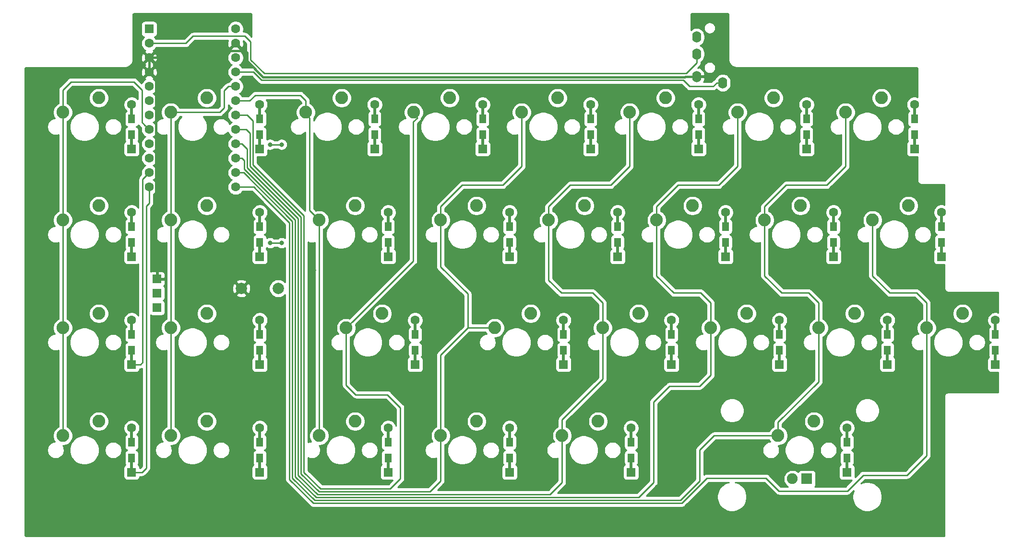
<source format=gbr>
G04 #@! TF.GenerationSoftware,KiCad,Pcbnew,(5.1.4)-1*
G04 #@! TF.CreationDate,2020-12-24T16:56:25-08:00*
G04 #@! TF.ProjectId,fracture-pcb-final,66726163-7475-4726-952d-7063622d6669,rev?*
G04 #@! TF.SameCoordinates,Original*
G04 #@! TF.FileFunction,Copper,L1,Top*
G04 #@! TF.FilePolarity,Positive*
%FSLAX46Y46*%
G04 Gerber Fmt 4.6, Leading zero omitted, Abs format (unit mm)*
G04 Created by KiCad (PCBNEW (5.1.4)-1) date 2020-12-24 16:56:25*
%MOMM*%
%LPD*%
G04 APERTURE LIST*
%ADD10C,1.600000*%
%ADD11R,1.600000X1.600000*%
%ADD12R,0.500000X2.900000*%
%ADD13R,1.200000X1.600000*%
%ADD14O,1.600000X2.000000*%
%ADD15C,2.250000*%
%ADD16C,2.000000*%
%ADD17R,1.524000X1.524000*%
%ADD18R,1.905000X1.905000*%
%ADD19C,1.905000*%
%ADD20C,0.800000*%
%ADD21C,0.254000*%
%ADD22C,0.381000*%
G04 APERTURE END LIST*
D10*
X-14605000Y-49403000D03*
X-14605000Y-51943000D03*
X-14605000Y-54483000D03*
X-14605000Y-57023000D03*
X-14605000Y-59563000D03*
X-14605000Y-62103000D03*
X-14605000Y-64643000D03*
X-14605000Y-67183000D03*
X-14605000Y-69723000D03*
X-14605000Y-72263000D03*
X-14605000Y-74803000D03*
X-14605000Y-77343000D03*
X-29845000Y-77343000D03*
X-29845000Y-74803000D03*
X-29845000Y-72263000D03*
X-29845000Y-69723000D03*
X-29845000Y-67183000D03*
X-29845000Y-64643000D03*
X-29845000Y-62103000D03*
X-29845000Y-59563000D03*
X-29845000Y-57023000D03*
X-29845000Y-54483000D03*
X-29845000Y-51943000D03*
D11*
X-29845000Y-49403000D03*
D12*
X81375250Y-107275000D03*
X81375250Y-102275000D03*
D11*
X81375250Y-108675000D03*
D10*
X81375250Y-100875000D03*
D13*
X81375250Y-103375000D03*
X81375250Y-106175000D03*
D12*
X62325250Y-107275000D03*
X62325250Y-102275000D03*
D11*
X62325250Y-108675000D03*
D10*
X62325250Y-100875000D03*
D13*
X62325250Y-103375000D03*
X62325250Y-106175000D03*
D12*
X55181500Y-126325000D03*
X55181500Y-121325000D03*
D11*
X55181500Y-127725000D03*
D10*
X55181500Y-119925000D03*
D13*
X55181500Y-122425000D03*
X55181500Y-125225000D03*
D12*
X33750250Y-126325000D03*
X33750250Y-121325000D03*
D11*
X33750250Y-127725000D03*
D10*
X33750250Y-119925000D03*
D13*
X33750250Y-122425000D03*
X33750250Y-125225000D03*
D12*
X90900250Y-88225000D03*
X90900250Y-83225000D03*
D11*
X90900250Y-89625000D03*
D10*
X90900250Y-81825000D03*
D13*
X90900250Y-84325000D03*
X90900250Y-87125000D03*
D12*
X86137750Y-69175000D03*
X86137750Y-64175000D03*
D11*
X86137750Y-70575000D03*
D10*
X86137750Y-62775000D03*
D13*
X86137750Y-65275000D03*
X86137750Y-68075000D03*
D12*
X105187750Y-69175000D03*
X105187750Y-64175000D03*
D11*
X105187750Y-70575000D03*
D10*
X105187750Y-62775000D03*
D13*
X105187750Y-65275000D03*
X105187750Y-68075000D03*
D12*
X71850250Y-88225000D03*
X71850250Y-83225000D03*
D11*
X71850250Y-89625000D03*
D10*
X71850250Y-81825000D03*
D13*
X71850250Y-84325000D03*
X71850250Y-87125000D03*
D12*
X93281500Y-126325000D03*
X93281500Y-121325000D03*
D11*
X93281500Y-127725000D03*
D10*
X93281500Y-119925000D03*
D13*
X93281500Y-122425000D03*
X93281500Y-125225000D03*
D12*
X52800250Y-88225000D03*
X52800250Y-83225000D03*
D11*
X52800250Y-89625000D03*
D10*
X52800250Y-81825000D03*
D13*
X52800250Y-84325000D03*
X52800250Y-87125000D03*
D12*
X67087750Y-69175000D03*
X67087750Y-64175000D03*
D11*
X67087750Y-70575000D03*
D10*
X67087750Y-62775000D03*
D13*
X67087750Y-65275000D03*
X67087750Y-68075000D03*
D12*
X100425250Y-107275000D03*
X100425250Y-102275000D03*
D11*
X100425250Y-108675000D03*
D10*
X100425250Y-100875000D03*
D13*
X100425250Y-103375000D03*
X100425250Y-106175000D03*
D12*
X28987750Y-69175000D03*
X28987750Y-64175000D03*
D11*
X28987750Y-70575000D03*
D10*
X28987750Y-62775000D03*
D13*
X28987750Y-65275000D03*
X28987750Y-68075000D03*
D12*
X12319000Y-126325000D03*
X12319000Y-121325000D03*
D11*
X12319000Y-127725000D03*
D10*
X12319000Y-119925000D03*
D13*
X12319000Y-122425000D03*
X12319000Y-125225000D03*
D12*
X-10318750Y-107275000D03*
X-10318750Y-102275000D03*
D11*
X-10318750Y-108675000D03*
D10*
X-10318750Y-100875000D03*
D13*
X-10318750Y-103375000D03*
X-10318750Y-106175000D03*
D12*
X-10318750Y-126325000D03*
X-10318750Y-121325000D03*
D11*
X-10318750Y-127725000D03*
D10*
X-10318750Y-119925000D03*
D13*
X-10318750Y-122425000D03*
X-10318750Y-125225000D03*
D12*
X-10318750Y-88225000D03*
X-10318750Y-83225000D03*
D11*
X-10318750Y-89625000D03*
D10*
X-10318750Y-81825000D03*
D13*
X-10318750Y-84325000D03*
X-10318750Y-87125000D03*
D12*
X-10318750Y-69175000D03*
X-10318750Y-64175000D03*
D11*
X-10318750Y-70575000D03*
D10*
X-10318750Y-62775000D03*
D13*
X-10318750Y-65275000D03*
X-10318750Y-68075000D03*
D12*
X-32924750Y-126325000D03*
X-32924750Y-121325000D03*
D11*
X-32924750Y-127725000D03*
D10*
X-32924750Y-119925000D03*
D13*
X-32924750Y-122425000D03*
X-32924750Y-125225000D03*
D12*
X-32924750Y-69175000D03*
X-32924750Y-64175000D03*
D11*
X-32924750Y-70575000D03*
D10*
X-32924750Y-62775000D03*
D13*
X-32924750Y-65275000D03*
X-32924750Y-68075000D03*
D12*
X43275250Y-107275000D03*
X43275250Y-102275000D03*
D11*
X43275250Y-108675000D03*
D10*
X43275250Y-100875000D03*
D13*
X43275250Y-103375000D03*
X43275250Y-106175000D03*
D12*
X33750250Y-88225000D03*
X33750250Y-83225000D03*
D11*
X33750250Y-89625000D03*
D10*
X33750250Y-81825000D03*
D13*
X33750250Y-84325000D03*
X33750250Y-87125000D03*
D12*
X17081500Y-107275000D03*
X17081500Y-102275000D03*
D11*
X17081500Y-108675000D03*
D10*
X17081500Y-100875000D03*
D13*
X17081500Y-103375000D03*
X17081500Y-106175000D03*
D12*
X12319000Y-88225000D03*
X12319000Y-83225000D03*
D11*
X12319000Y-89625000D03*
D10*
X12319000Y-81825000D03*
D13*
X12319000Y-84325000D03*
X12319000Y-87125000D03*
D14*
X71356250Y-58925000D03*
X66756250Y-57825000D03*
X66756250Y-50825000D03*
X66756250Y-53825000D03*
D12*
X-32924750Y-88225000D03*
X-32924750Y-83225000D03*
D11*
X-32924750Y-89625000D03*
D10*
X-32924750Y-81825000D03*
D13*
X-32924750Y-84325000D03*
X-32924750Y-87125000D03*
D12*
X-32924750Y-107275000D03*
X-32924750Y-102275000D03*
D11*
X-32924750Y-108675000D03*
D10*
X-32924750Y-100875000D03*
D13*
X-32924750Y-103375000D03*
X-32924750Y-106175000D03*
D12*
X48037750Y-69175000D03*
X48037750Y-64175000D03*
D11*
X48037750Y-70575000D03*
D10*
X48037750Y-62775000D03*
D13*
X48037750Y-65275000D03*
X48037750Y-68075000D03*
D12*
X9937750Y-69175000D03*
X9937750Y-64175000D03*
D11*
X9937750Y-70575000D03*
D10*
X9937750Y-62775000D03*
D13*
X9937750Y-65275000D03*
X9937750Y-68075000D03*
D15*
X11271250Y-99695000D03*
X4921250Y-102235000D03*
X42227500Y-61595000D03*
X35877500Y-64135000D03*
X6508750Y-118745000D03*
X158750Y-121285000D03*
X27940000Y-80645000D03*
X21590000Y-83185000D03*
X27940000Y-118745000D03*
X21590000Y-121285000D03*
X85090000Y-80645000D03*
X78740000Y-83185000D03*
X23177500Y-61595000D03*
X16827500Y-64135000D03*
X46990000Y-80645000D03*
X40640000Y-83185000D03*
X99377500Y-61595000D03*
X93027500Y-64135000D03*
X80327500Y-61595000D03*
X73977500Y-64135000D03*
X6508750Y-80645000D03*
X158750Y-83185000D03*
X75565000Y-99695000D03*
X69215000Y-102235000D03*
X56515000Y-99695000D03*
X50165000Y-102235000D03*
X49371250Y-118745000D03*
X43021250Y-121285000D03*
X4127500Y-61595000D03*
X-2222500Y-64135000D03*
X66040000Y-80645000D03*
X59690000Y-83185000D03*
X94615000Y-99695000D03*
X88265000Y-102235000D03*
X-19685000Y-61595000D03*
X-26035000Y-64135000D03*
X-19685000Y-118745000D03*
X-26035000Y-121285000D03*
D16*
X-7068750Y-95250000D03*
X-13568750Y-95250000D03*
D15*
X37465000Y-99695000D03*
X31115000Y-102235000D03*
D17*
X-28448000Y-93567250D03*
X-28448000Y-96067250D03*
X-28448000Y-98667250D03*
D15*
X-38735000Y-61595000D03*
X-45085000Y-64135000D03*
X-19685000Y-80645000D03*
X-26035000Y-83185000D03*
X-19685000Y-99695000D03*
X-26035000Y-102235000D03*
X-38735000Y-80645000D03*
X-45085000Y-83185000D03*
X61277500Y-61595000D03*
X54927500Y-64135000D03*
X-38735000Y-118745000D03*
X-45085000Y-121285000D03*
X-38735000Y-99695000D03*
X-45085000Y-102235000D03*
D12*
X109950250Y-88225000D03*
X109950250Y-83225000D03*
D11*
X109950250Y-89625000D03*
D10*
X109950250Y-81825000D03*
D13*
X109950250Y-84325000D03*
X109950250Y-87125000D03*
D18*
X86201250Y-128905000D03*
D19*
X83661250Y-128905000D03*
D15*
X81121250Y-121285000D03*
X87471250Y-118745000D03*
X104140000Y-80645000D03*
X97790000Y-83185000D03*
D12*
X119475250Y-107275000D03*
X119475250Y-102275000D03*
D11*
X119475250Y-108675000D03*
D10*
X119475250Y-100875000D03*
D13*
X119475250Y-103375000D03*
X119475250Y-106175000D03*
D15*
X113665000Y-99695000D03*
X107315000Y-102235000D03*
D20*
X-6477000Y-69818250D03*
X-8509000Y-69818250D03*
X-6477000Y-87217250D03*
X-8509000Y-87217250D03*
X-35718750Y-75406250D03*
X-793750Y-92075000D03*
X58737500Y-75406250D03*
X63500000Y-92075000D03*
X-5556250Y-75406250D03*
X-22225000Y-75406250D03*
D21*
X-8509000Y-69818250D02*
X-6477000Y-69818250D01*
X-6477000Y-87217250D02*
X-8509000Y-87217250D01*
X-30988000Y-86868248D02*
X-30972001Y-86852249D01*
X-30972001Y-75930001D02*
X-29845000Y-74803000D01*
X-30988000Y-108299250D02*
X-30988000Y-86868248D01*
X-31363750Y-108675000D02*
X-30988000Y-108299250D01*
X-32924750Y-108675000D02*
X-31363750Y-108675000D01*
X-30972001Y-86852249D02*
X-30972001Y-75930001D01*
X-29845000Y-80188870D02*
X-30353000Y-80696870D01*
X-29845000Y-79057500D02*
X-29845000Y-80188870D01*
X-30353000Y-126968250D02*
X-31109750Y-127725000D01*
X-31109750Y-127725000D02*
X-32924750Y-127725000D01*
X-30353000Y-80696870D02*
X-30353000Y-126968250D01*
X-29845000Y-79057500D02*
X-29845000Y-77343000D01*
X-28488000Y-96107250D02*
X-28448000Y-96067250D01*
D22*
X-28448000Y-93567250D02*
X-28448000Y-92297250D01*
X-28654499Y-58213501D02*
X-29845000Y-57023000D01*
X-13805001Y-52742999D02*
X-13424001Y-52742999D01*
X-28713630Y-54483000D02*
X-29845000Y-54483000D01*
X-28448000Y-92297250D02*
X-28654499Y-92090751D01*
X-13424001Y-52742999D02*
X-12874501Y-53292499D01*
X-12874501Y-53292499D02*
X-17097499Y-53292499D01*
X-17097499Y-53292499D02*
X-18288000Y-54483000D01*
X-18288000Y-54483000D02*
X-28713630Y-54483000D01*
X-28654499Y-92090751D02*
X-28654499Y-58213501D01*
X-29845000Y-54483000D02*
X-29845000Y-57023000D01*
X-14605000Y-51943000D02*
X-13805001Y-52742999D01*
X-9747250Y-57880250D02*
X64674750Y-57880250D01*
X-12573000Y-53594000D02*
X-12573000Y-55054500D01*
X-12874501Y-53292499D02*
X-12573000Y-53594000D01*
X-12573000Y-55054500D02*
X-9747250Y-57880250D01*
X64730000Y-57825000D02*
X66756250Y-57825000D01*
X64674750Y-57880250D02*
X64730000Y-57825000D01*
D21*
X21590000Y-91440000D02*
X21590000Y-83185000D01*
X21590000Y-106997500D02*
X26352500Y-102235000D01*
X21590000Y-129254250D02*
X21590000Y-121285000D01*
X26352500Y-102235000D02*
X26352500Y-96202500D01*
X-12700000Y-67183000D02*
X-12065000Y-67818000D01*
X21590000Y-121285000D02*
X21590000Y-106997500D01*
X-12065000Y-73628250D02*
X-3048000Y-82645250D01*
X-3048000Y-82645250D02*
X-3048000Y-127984250D01*
X-14605000Y-67183000D02*
X-12700000Y-67183000D01*
X26352500Y-96202500D02*
X21590000Y-91440000D01*
X25400000Y-76993750D02*
X32543750Y-76993750D01*
X-3048000Y-127984250D02*
X127000Y-131159250D01*
X19685000Y-131159250D02*
X21590000Y-129254250D01*
X35877500Y-73660000D02*
X35877500Y-64135000D01*
X21590000Y-83185000D02*
X21590000Y-80803750D01*
X-12065000Y-69691250D02*
X-12065000Y-73628250D01*
X21590000Y-80803750D02*
X25400000Y-76993750D01*
X127000Y-131159250D02*
X19685000Y-131159250D01*
X32543750Y-76993750D02*
X35877500Y-73660000D01*
X26352500Y-102235000D02*
X31115000Y-102235000D01*
X-12065000Y-67818000D02*
X-12065000Y-69691250D01*
X-3556000Y-128238250D02*
X-127000Y-131667250D01*
X-3556000Y-82899250D02*
X-3556000Y-128238250D01*
X-12573000Y-73882250D02*
X-3556000Y-82899250D01*
X48418750Y-96043750D02*
X50165000Y-97790000D01*
X44450000Y-76993750D02*
X51593750Y-76993750D01*
X51593750Y-76993750D02*
X54927500Y-73660000D01*
X40640000Y-83185000D02*
X40640000Y-93821250D01*
X42862500Y-96043750D02*
X48418750Y-96043750D01*
X50165000Y-111283750D02*
X50165000Y-102235000D01*
X43021250Y-121285000D02*
X43021250Y-118427500D01*
X-12573000Y-70623630D02*
X-12573000Y-73882250D01*
X-13473630Y-69723000D02*
X-12573000Y-70623630D01*
X43021250Y-118427500D02*
X50165000Y-111283750D01*
X-14605000Y-69723000D02*
X-13473630Y-69723000D01*
X-127000Y-131667250D02*
X40894000Y-131667250D01*
X40894000Y-131667250D02*
X43021250Y-129540000D01*
X50165000Y-97790000D02*
X50165000Y-102235000D01*
X43021250Y-129540000D02*
X43021250Y-121285000D01*
X40640000Y-80803750D02*
X44450000Y-76993750D01*
X40640000Y-83185000D02*
X40640000Y-80803750D01*
X54927500Y-73660000D02*
X54927500Y-64135000D01*
X40640000Y-93821250D02*
X42862500Y-96043750D01*
X103886000Y-128238250D02*
X107315000Y-124809250D01*
X107315000Y-97790000D02*
X107315000Y-102235000D01*
X107315000Y-124809250D02*
X107315000Y-102235000D01*
X105568750Y-96043750D02*
X107315000Y-97790000D01*
X97790000Y-83185000D02*
X97790000Y-93027500D01*
X-5080000Y-129000250D02*
X-889000Y-133191250D01*
X-9683750Y-79057500D02*
X-5080000Y-83661250D01*
X-14605000Y-77343000D02*
X-11398250Y-77343000D01*
X-11398250Y-77343000D02*
X-9683750Y-79057500D01*
X-5080000Y-83661250D02*
X-5080000Y-129000250D01*
X96139000Y-128238250D02*
X103886000Y-128238250D01*
X68580000Y-128746250D02*
X78994000Y-128746250D01*
X93345000Y-131032250D02*
X96139000Y-128238250D01*
X-889000Y-133191250D02*
X64135000Y-133191250D01*
X78994000Y-128746250D02*
X81280000Y-131032250D01*
X81280000Y-131032250D02*
X93345000Y-131032250D01*
X97790000Y-93027500D02*
X100806250Y-96043750D01*
X64135000Y-133191250D02*
X68580000Y-128746250D01*
X100806250Y-96043750D02*
X105568750Y-96043750D01*
X67277288Y-112522962D02*
X69215000Y-110585250D01*
X70643750Y-76993750D02*
X73977500Y-73660000D01*
X59690000Y-93027500D02*
X62706250Y-96043750D01*
X-13081000Y-72655630D02*
X-13081000Y-74136250D01*
X59690000Y-83185000D02*
X59690000Y-80803750D01*
X59690000Y-83185000D02*
X59690000Y-93027500D01*
X-381000Y-132175250D02*
X56515000Y-132175250D01*
X59182000Y-129508250D02*
X59182000Y-115316962D01*
X69215000Y-110585250D02*
X69215000Y-105251250D01*
X59690000Y-80803750D02*
X63500000Y-76993750D01*
X69215000Y-97790000D02*
X69215000Y-102235000D01*
X67468750Y-96043750D02*
X69215000Y-97790000D01*
X59182000Y-115316962D02*
X61976000Y-112522962D01*
X69215000Y-105251250D02*
X69215000Y-102235000D01*
X-4064000Y-128492250D02*
X-381000Y-132175250D01*
X-4064000Y-83153250D02*
X-4064000Y-128492250D01*
X-14605000Y-72263000D02*
X-13473630Y-72263000D01*
X-13473630Y-72263000D02*
X-13081000Y-72655630D01*
X61976000Y-112522962D02*
X67277288Y-112522962D01*
X63500000Y-76993750D02*
X70643750Y-76993750D01*
X73977500Y-73660000D02*
X73977500Y-64135000D01*
X62706250Y-96043750D02*
X67468750Y-96043750D01*
X-13081000Y-74136250D02*
X-4064000Y-83153250D01*
X56515000Y-132175250D02*
X59182000Y-129508250D01*
X-1587500Y-81438750D02*
X158750Y-83185000D01*
X-2222500Y-64135000D02*
X-2222500Y-64452500D01*
X-1587500Y-65087500D02*
X-1587500Y-81438750D01*
X-2222500Y-64452500D02*
X-1587500Y-65087500D01*
X-12096750Y-62103000D02*
X-14605000Y-62103000D01*
X158750Y-84775990D02*
X158750Y-121285000D01*
X-3175000Y-61118750D02*
X-11112500Y-61118750D01*
X-2222500Y-64135000D02*
X-2222500Y-62071250D01*
X-11112500Y-61118750D02*
X-12096750Y-62103000D01*
X-2222500Y-62071250D02*
X-3175000Y-61118750D01*
X158750Y-83185000D02*
X158750Y-84775990D01*
X78740000Y-80803750D02*
X82550000Y-76993750D01*
X93027500Y-73660000D02*
X93027500Y-64135000D01*
X69818250Y-121285000D02*
X81121250Y-121285000D01*
X81121250Y-121285000D02*
X81121250Y-118903750D01*
X67310000Y-129254250D02*
X67310000Y-123793250D01*
X82550000Y-76993750D02*
X89693750Y-76993750D01*
X78740000Y-93027500D02*
X78740000Y-83185000D01*
X-14605000Y-74803000D02*
X-13176250Y-74803000D01*
X78740000Y-83185000D02*
X78740000Y-80803750D01*
X81756250Y-96043750D02*
X78740000Y-93027500D01*
X81121250Y-118903750D02*
X88265000Y-111760000D01*
X-4572000Y-83407250D02*
X-4572000Y-128746250D01*
X88265000Y-102235000D02*
X88265000Y-97790000D01*
X67310000Y-123793250D02*
X69818250Y-121285000D01*
X88265000Y-97790000D02*
X86518750Y-96043750D01*
X89693750Y-76993750D02*
X93027500Y-73660000D01*
X86518750Y-96043750D02*
X81756250Y-96043750D01*
X88265000Y-111760000D02*
X88265000Y-102235000D01*
X63881000Y-132683250D02*
X67310000Y-129254250D01*
X-635000Y-132683250D02*
X63881000Y-132683250D01*
X-4572000Y-128746250D02*
X-635000Y-132683250D01*
X-13176250Y-74803000D02*
X-4572000Y-83407250D01*
X-45085000Y-64135000D02*
X-45085000Y-83185000D01*
X-31115000Y-65913000D02*
X-31115000Y-60166250D01*
X-45085000Y-83185000D02*
X-45085000Y-102235000D01*
X-45085000Y-60166250D02*
X-45085000Y-64135000D01*
X-32543750Y-58737500D02*
X-43656250Y-58737500D01*
X-45085000Y-64135000D02*
X-45085000Y-64452500D01*
X-29845000Y-67183000D02*
X-30644999Y-66383001D01*
X-31115000Y-60166250D02*
X-32543750Y-58737500D01*
X-45085000Y-102235000D02*
X-45085000Y-121285000D01*
X-30644999Y-66383001D02*
X-31115000Y-65913000D01*
X-43656250Y-58737500D02*
X-45085000Y-60166250D01*
X-17399000Y-64135000D02*
X-16637000Y-63373000D01*
X-16637000Y-63373000D02*
X-16637000Y-60325000D01*
X-26035000Y-64135000D02*
X-17399000Y-64135000D01*
X-26035000Y-64135000D02*
X-26035000Y-121285000D01*
X-16637000Y-60325000D02*
X-15875000Y-59563000D01*
X-15875000Y-59563000D02*
X-14605000Y-59563000D01*
X4921250Y-112331500D02*
X6604000Y-114014250D01*
X14478000Y-128873250D02*
X12700000Y-130651250D01*
X4921250Y-102235000D02*
X4921250Y-112331500D01*
X-2540000Y-82391250D02*
X-11557000Y-73374250D01*
X381000Y-130651250D02*
X-2540000Y-127730250D01*
X16827500Y-64452500D02*
X17462500Y-65087500D01*
X-2540000Y-127730250D02*
X-2540000Y-82391250D01*
X14478000Y-116300250D02*
X14478000Y-128873250D01*
X-11557000Y-65659000D02*
X-12573000Y-64643000D01*
X12192000Y-114014250D02*
X14478000Y-116300250D01*
X6604000Y-114014250D02*
X12192000Y-114014250D01*
X12700000Y-130651250D02*
X381000Y-130651250D01*
X16759501Y-90396749D02*
X6046249Y-101110001D01*
X-11557000Y-73374250D02*
X-11557000Y-65659000D01*
X-12573000Y-64643000D02*
X-14605000Y-64643000D01*
X17462500Y-65087500D02*
X16759501Y-65790499D01*
X16759501Y-65790499D02*
X16759501Y-90396749D01*
X6046249Y-101110001D02*
X4921250Y-102235000D01*
X16827500Y-64135000D02*
X16827500Y-64452500D01*
X-11430000Y-57023000D02*
X-10033000Y-58420000D01*
X-14605000Y-57023000D02*
X-11430000Y-57023000D01*
X70302250Y-58925000D02*
X69664250Y-59563000D01*
X71356250Y-58925000D02*
X70302250Y-58925000D01*
X65532000Y-59563000D02*
X64389000Y-58420000D01*
X69664250Y-59563000D02*
X65532000Y-59563000D01*
X-10033000Y-58420000D02*
X64389000Y-58420000D01*
X64897000Y-57277000D02*
X66756250Y-55417750D01*
X66756250Y-55417750D02*
X66756250Y-53825000D01*
X-9525000Y-57277000D02*
X64897000Y-57277000D01*
X-23368000Y-51943000D02*
X-22098000Y-50673000D01*
X-29845000Y-51943000D02*
X-23368000Y-51943000D01*
X-22098000Y-50673000D02*
X-12954000Y-50673000D01*
X-12954000Y-50673000D02*
X-11938000Y-51689000D01*
X-11938000Y-51689000D02*
X-11938000Y-54864000D01*
X-11938000Y-54864000D02*
X-9525000Y-57277000D01*
G36*
X-11880888Y-46703152D02*
G01*
X-11856487Y-46710519D01*
X-11833985Y-46722483D01*
X-11814236Y-46738591D01*
X-11797991Y-46758227D01*
X-11785867Y-46780651D01*
X-11778332Y-46804992D01*
X-11772500Y-46860476D01*
X-11772500Y-50776870D01*
X-12388716Y-50160654D01*
X-12412578Y-50131578D01*
X-12528608Y-50036355D01*
X-12660985Y-49965598D01*
X-12804622Y-49922026D01*
X-12916574Y-49911000D01*
X-12916577Y-49911000D01*
X-12954000Y-49907314D01*
X-12991423Y-49911000D01*
X-13262188Y-49911000D01*
X-13225147Y-49821574D01*
X-13170000Y-49544335D01*
X-13170000Y-49261665D01*
X-13225147Y-48984426D01*
X-13333320Y-48723273D01*
X-13490363Y-48488241D01*
X-13690241Y-48288363D01*
X-13925273Y-48131320D01*
X-14186426Y-48023147D01*
X-14463665Y-47968000D01*
X-14746335Y-47968000D01*
X-15023574Y-48023147D01*
X-15284727Y-48131320D01*
X-15519759Y-48288363D01*
X-15719637Y-48488241D01*
X-15876680Y-48723273D01*
X-15984853Y-48984426D01*
X-16040000Y-49261665D01*
X-16040000Y-49544335D01*
X-15984853Y-49821574D01*
X-15947812Y-49911000D01*
X-22060578Y-49911000D01*
X-22098001Y-49907314D01*
X-22135424Y-49911000D01*
X-22135426Y-49911000D01*
X-22247378Y-49922026D01*
X-22391015Y-49965598D01*
X-22523392Y-50036355D01*
X-22639422Y-50131578D01*
X-22663279Y-50160648D01*
X-23683630Y-51181000D01*
X-28628293Y-51181000D01*
X-28730363Y-51028241D01*
X-28928961Y-50829643D01*
X-28920518Y-50828812D01*
X-28800820Y-50792502D01*
X-28690506Y-50733537D01*
X-28593815Y-50654185D01*
X-28514463Y-50557494D01*
X-28455498Y-50447180D01*
X-28419188Y-50327482D01*
X-28406928Y-50203000D01*
X-28406928Y-48603000D01*
X-28419188Y-48478518D01*
X-28455498Y-48358820D01*
X-28514463Y-48248506D01*
X-28593815Y-48151815D01*
X-28690506Y-48072463D01*
X-28800820Y-48013498D01*
X-28920518Y-47977188D01*
X-29045000Y-47964928D01*
X-30645000Y-47964928D01*
X-30769482Y-47977188D01*
X-30889180Y-48013498D01*
X-30999494Y-48072463D01*
X-31096185Y-48151815D01*
X-31175537Y-48248506D01*
X-31234502Y-48358820D01*
X-31270812Y-48478518D01*
X-31283072Y-48603000D01*
X-31283072Y-50203000D01*
X-31270812Y-50327482D01*
X-31234502Y-50447180D01*
X-31175537Y-50557494D01*
X-31096185Y-50654185D01*
X-30999494Y-50733537D01*
X-30889180Y-50792502D01*
X-30769482Y-50828812D01*
X-30761039Y-50829643D01*
X-30959637Y-51028241D01*
X-31116680Y-51263273D01*
X-31224853Y-51524426D01*
X-31280000Y-51801665D01*
X-31280000Y-52084335D01*
X-31224853Y-52361574D01*
X-31116680Y-52622727D01*
X-30959637Y-52857759D01*
X-30759759Y-53057637D01*
X-30525872Y-53213915D01*
X-30586514Y-53246329D01*
X-30658097Y-53490298D01*
X-29845000Y-54303395D01*
X-29031903Y-53490298D01*
X-29103486Y-53246329D01*
X-29167992Y-53215806D01*
X-29165273Y-53214680D01*
X-28930241Y-53057637D01*
X-28730363Y-52857759D01*
X-28628293Y-52705000D01*
X-23405423Y-52705000D01*
X-23368000Y-52708686D01*
X-23330577Y-52705000D01*
X-23330574Y-52705000D01*
X-23218622Y-52693974D01*
X-23074985Y-52650402D01*
X-22942608Y-52579645D01*
X-22826578Y-52484422D01*
X-22802716Y-52455346D01*
X-21782369Y-51435000D01*
X-15952163Y-51435000D01*
X-15962571Y-51456996D01*
X-16031300Y-51731184D01*
X-16045217Y-52013512D01*
X-16003787Y-52293130D01*
X-15908603Y-52559292D01*
X-15841671Y-52684514D01*
X-15597702Y-52756097D01*
X-14784605Y-51943000D01*
X-14798748Y-51928858D01*
X-14619143Y-51749253D01*
X-14605000Y-51763395D01*
X-14590858Y-51749253D01*
X-14411253Y-51928858D01*
X-14425395Y-51943000D01*
X-13612298Y-52756097D01*
X-13368329Y-52684514D01*
X-13247429Y-52429004D01*
X-13178700Y-52154816D01*
X-13164783Y-51872488D01*
X-13206213Y-51592870D01*
X-13258795Y-51445835D01*
X-12700000Y-52004631D01*
X-12699999Y-54826567D01*
X-12703686Y-54864000D01*
X-12688973Y-55013378D01*
X-12645401Y-55157015D01*
X-12574645Y-55289392D01*
X-12507079Y-55371721D01*
X-12479421Y-55405422D01*
X-12450351Y-55429279D01*
X-11618630Y-56261000D01*
X-13388293Y-56261000D01*
X-13490363Y-56108241D01*
X-13690241Y-55908363D01*
X-13922759Y-55753000D01*
X-13690241Y-55597637D01*
X-13490363Y-55397759D01*
X-13333320Y-55162727D01*
X-13225147Y-54901574D01*
X-13170000Y-54624335D01*
X-13170000Y-54341665D01*
X-13225147Y-54064426D01*
X-13333320Y-53803273D01*
X-13490363Y-53568241D01*
X-13690241Y-53368363D01*
X-13924128Y-53212085D01*
X-13863486Y-53179671D01*
X-13791903Y-52935702D01*
X-14605000Y-52122605D01*
X-15418097Y-52935702D01*
X-15346514Y-53179671D01*
X-15282008Y-53210194D01*
X-15284727Y-53211320D01*
X-15519759Y-53368363D01*
X-15719637Y-53568241D01*
X-15876680Y-53803273D01*
X-15984853Y-54064426D01*
X-16040000Y-54341665D01*
X-16040000Y-54624335D01*
X-15984853Y-54901574D01*
X-15876680Y-55162727D01*
X-15719637Y-55397759D01*
X-15519759Y-55597637D01*
X-15287241Y-55753000D01*
X-15519759Y-55908363D01*
X-15719637Y-56108241D01*
X-15876680Y-56343273D01*
X-15984853Y-56604426D01*
X-16040000Y-56881665D01*
X-16040000Y-57164335D01*
X-15984853Y-57441574D01*
X-15876680Y-57702727D01*
X-15719637Y-57937759D01*
X-15519759Y-58137637D01*
X-15287241Y-58293000D01*
X-15519759Y-58448363D01*
X-15719637Y-58648241D01*
X-15821707Y-58801000D01*
X-15837577Y-58801000D01*
X-15875000Y-58797314D01*
X-15912423Y-58801000D01*
X-15912426Y-58801000D01*
X-16024378Y-58812026D01*
X-16168015Y-58855598D01*
X-16219791Y-58883273D01*
X-16300393Y-58926355D01*
X-16383096Y-58994228D01*
X-16416422Y-59021578D01*
X-16440279Y-59050648D01*
X-17149351Y-59759721D01*
X-17178421Y-59783578D01*
X-17202278Y-59812648D01*
X-17202279Y-59812649D01*
X-17273645Y-59899608D01*
X-17344401Y-60031985D01*
X-17387973Y-60175622D01*
X-17402686Y-60325000D01*
X-17398999Y-60362433D01*
X-17399000Y-63057369D01*
X-17714630Y-63373000D01*
X-24445620Y-63373000D01*
X-24475308Y-63301327D01*
X-24667919Y-63013065D01*
X-24913065Y-62767919D01*
X-25201327Y-62575308D01*
X-25521627Y-62442636D01*
X-25861655Y-62375000D01*
X-26208345Y-62375000D01*
X-26548373Y-62442636D01*
X-26868673Y-62575308D01*
X-27156935Y-62767919D01*
X-27402081Y-63013065D01*
X-27594692Y-63301327D01*
X-27727364Y-63621627D01*
X-27795000Y-63961655D01*
X-27795000Y-64308345D01*
X-27727364Y-64648373D01*
X-27594692Y-64968673D01*
X-27462362Y-65166719D01*
X-27745451Y-65223029D01*
X-28020253Y-65336856D01*
X-28267569Y-65502107D01*
X-28477893Y-65712431D01*
X-28643144Y-65959747D01*
X-28756971Y-66234549D01*
X-28758146Y-66240458D01*
X-28930241Y-66068363D01*
X-29162759Y-65913000D01*
X-28930241Y-65757637D01*
X-28730363Y-65557759D01*
X-28573320Y-65322727D01*
X-28465147Y-65061574D01*
X-28410000Y-64784335D01*
X-28410000Y-64501665D01*
X-28465147Y-64224426D01*
X-28573320Y-63963273D01*
X-28730363Y-63728241D01*
X-28930241Y-63528363D01*
X-29162759Y-63373000D01*
X-28930241Y-63217637D01*
X-28730363Y-63017759D01*
X-28573320Y-62782727D01*
X-28465147Y-62521574D01*
X-28410000Y-62244335D01*
X-28410000Y-61961665D01*
X-28465147Y-61684426D01*
X-28573320Y-61423273D01*
X-28574401Y-61421655D01*
X-21445000Y-61421655D01*
X-21445000Y-61768345D01*
X-21377364Y-62108373D01*
X-21244692Y-62428673D01*
X-21052081Y-62716935D01*
X-20806935Y-62962081D01*
X-20518673Y-63154692D01*
X-20198373Y-63287364D01*
X-19858345Y-63355000D01*
X-19511655Y-63355000D01*
X-19171627Y-63287364D01*
X-18851327Y-63154692D01*
X-18563065Y-62962081D01*
X-18317919Y-62716935D01*
X-18125308Y-62428673D01*
X-17992636Y-62108373D01*
X-17925000Y-61768345D01*
X-17925000Y-61421655D01*
X-17992636Y-61081627D01*
X-18125308Y-60761327D01*
X-18317919Y-60473065D01*
X-18563065Y-60227919D01*
X-18851327Y-60035308D01*
X-19171627Y-59902636D01*
X-19511655Y-59835000D01*
X-19858345Y-59835000D01*
X-20198373Y-59902636D01*
X-20518673Y-60035308D01*
X-20806935Y-60227919D01*
X-21052081Y-60473065D01*
X-21244692Y-60761327D01*
X-21377364Y-61081627D01*
X-21445000Y-61421655D01*
X-28574401Y-61421655D01*
X-28730363Y-61188241D01*
X-28930241Y-60988363D01*
X-29162759Y-60833000D01*
X-28930241Y-60677637D01*
X-28730363Y-60477759D01*
X-28573320Y-60242727D01*
X-28465147Y-59981574D01*
X-28410000Y-59704335D01*
X-28410000Y-59421665D01*
X-28465147Y-59144426D01*
X-28573320Y-58883273D01*
X-28730363Y-58648241D01*
X-28930241Y-58448363D01*
X-29164128Y-58292085D01*
X-29103486Y-58259671D01*
X-29031903Y-58015702D01*
X-29845000Y-57202605D01*
X-30658097Y-58015702D01*
X-30586514Y-58259671D01*
X-30522008Y-58290194D01*
X-30524727Y-58291320D01*
X-30759759Y-58448363D01*
X-30959637Y-58648241D01*
X-31116680Y-58883273D01*
X-31176333Y-59027287D01*
X-31978466Y-58225154D01*
X-32002328Y-58196078D01*
X-32118358Y-58100855D01*
X-32250735Y-58030098D01*
X-32394372Y-57986526D01*
X-32506324Y-57975500D01*
X-32506327Y-57975500D01*
X-32543750Y-57971814D01*
X-32581173Y-57975500D01*
X-43618827Y-57975500D01*
X-43656250Y-57971814D01*
X-43693673Y-57975500D01*
X-43693676Y-57975500D01*
X-43805628Y-57986526D01*
X-43949265Y-58030098D01*
X-43965919Y-58039000D01*
X-44081643Y-58100855D01*
X-44124031Y-58135643D01*
X-44197672Y-58196078D01*
X-44221534Y-58225154D01*
X-45597346Y-59600966D01*
X-45626422Y-59624828D01*
X-45669080Y-59676808D01*
X-45721645Y-59740858D01*
X-45744479Y-59783578D01*
X-45792402Y-59873236D01*
X-45835974Y-60016873D01*
X-45846946Y-60128279D01*
X-45850686Y-60166250D01*
X-45847000Y-60203673D01*
X-45846999Y-62545620D01*
X-45918673Y-62575308D01*
X-46206935Y-62767919D01*
X-46452081Y-63013065D01*
X-46644692Y-63301327D01*
X-46777364Y-63621627D01*
X-46845000Y-63961655D01*
X-46845000Y-64308345D01*
X-46777364Y-64648373D01*
X-46644692Y-64968673D01*
X-46512362Y-65166719D01*
X-46795451Y-65223029D01*
X-47070253Y-65336856D01*
X-47317569Y-65502107D01*
X-47527893Y-65712431D01*
X-47693144Y-65959747D01*
X-47806971Y-66234549D01*
X-47865000Y-66526278D01*
X-47865000Y-66823722D01*
X-47806971Y-67115451D01*
X-47693144Y-67390253D01*
X-47527893Y-67637569D01*
X-47317569Y-67847893D01*
X-47070253Y-68013144D01*
X-46795451Y-68126971D01*
X-46503722Y-68185000D01*
X-46206278Y-68185000D01*
X-45914549Y-68126971D01*
X-45847000Y-68098991D01*
X-45846999Y-81595620D01*
X-45918673Y-81625308D01*
X-46206935Y-81817919D01*
X-46452081Y-82063065D01*
X-46644692Y-82351327D01*
X-46777364Y-82671627D01*
X-46845000Y-83011655D01*
X-46845000Y-83358345D01*
X-46777364Y-83698373D01*
X-46644692Y-84018673D01*
X-46512362Y-84216719D01*
X-46795451Y-84273029D01*
X-47070253Y-84386856D01*
X-47317569Y-84552107D01*
X-47527893Y-84762431D01*
X-47693144Y-85009747D01*
X-47806971Y-85284549D01*
X-47865000Y-85576278D01*
X-47865000Y-85873722D01*
X-47806971Y-86165451D01*
X-47693144Y-86440253D01*
X-47527893Y-86687569D01*
X-47317569Y-86897893D01*
X-47070253Y-87063144D01*
X-46795451Y-87176971D01*
X-46503722Y-87235000D01*
X-46206278Y-87235000D01*
X-45914549Y-87176971D01*
X-45847000Y-87148991D01*
X-45846999Y-100645620D01*
X-45918673Y-100675308D01*
X-46206935Y-100867919D01*
X-46452081Y-101113065D01*
X-46644692Y-101401327D01*
X-46777364Y-101721627D01*
X-46845000Y-102061655D01*
X-46845000Y-102408345D01*
X-46777364Y-102748373D01*
X-46644692Y-103068673D01*
X-46512362Y-103266719D01*
X-46795451Y-103323029D01*
X-47070253Y-103436856D01*
X-47317569Y-103602107D01*
X-47527893Y-103812431D01*
X-47693144Y-104059747D01*
X-47806971Y-104334549D01*
X-47865000Y-104626278D01*
X-47865000Y-104923722D01*
X-47806971Y-105215451D01*
X-47693144Y-105490253D01*
X-47527893Y-105737569D01*
X-47317569Y-105947893D01*
X-47070253Y-106113144D01*
X-46795451Y-106226971D01*
X-46503722Y-106285000D01*
X-46206278Y-106285000D01*
X-45914549Y-106226971D01*
X-45847000Y-106198991D01*
X-45846999Y-119695620D01*
X-45918673Y-119725308D01*
X-46206935Y-119917919D01*
X-46452081Y-120163065D01*
X-46644692Y-120451327D01*
X-46777364Y-120771627D01*
X-46845000Y-121111655D01*
X-46845000Y-121458345D01*
X-46777364Y-121798373D01*
X-46644692Y-122118673D01*
X-46512362Y-122316719D01*
X-46795451Y-122373029D01*
X-47070253Y-122486856D01*
X-47317569Y-122652107D01*
X-47527893Y-122862431D01*
X-47693144Y-123109747D01*
X-47806971Y-123384549D01*
X-47865000Y-123676278D01*
X-47865000Y-123973722D01*
X-47806971Y-124265451D01*
X-47693144Y-124540253D01*
X-47527893Y-124787569D01*
X-47317569Y-124997893D01*
X-47070253Y-125163144D01*
X-46795451Y-125276971D01*
X-46503722Y-125335000D01*
X-46206278Y-125335000D01*
X-45914549Y-125276971D01*
X-45639747Y-125163144D01*
X-45392431Y-124997893D01*
X-45182107Y-124787569D01*
X-45016856Y-124540253D01*
X-44903029Y-124265451D01*
X-44845000Y-123973722D01*
X-44845000Y-123676278D01*
X-44866920Y-123566076D01*
X-43903900Y-123566076D01*
X-43903900Y-124083924D01*
X-43802873Y-124591822D01*
X-43604701Y-125070251D01*
X-43317000Y-125500826D01*
X-42950826Y-125867000D01*
X-42520251Y-126154701D01*
X-42041822Y-126352873D01*
X-41533924Y-126453900D01*
X-41016076Y-126453900D01*
X-40508178Y-126352873D01*
X-40029749Y-126154701D01*
X-39599174Y-125867000D01*
X-39233000Y-125500826D01*
X-38945299Y-125070251D01*
X-38747127Y-124591822D01*
X-38646100Y-124083924D01*
X-38646100Y-123676278D01*
X-37705000Y-123676278D01*
X-37705000Y-123973722D01*
X-37646971Y-124265451D01*
X-37533144Y-124540253D01*
X-37367893Y-124787569D01*
X-37157569Y-124997893D01*
X-36910253Y-125163144D01*
X-36635451Y-125276971D01*
X-36343722Y-125335000D01*
X-36046278Y-125335000D01*
X-35754549Y-125276971D01*
X-35479747Y-125163144D01*
X-35232431Y-124997893D01*
X-35022107Y-124787569D01*
X-34856856Y-124540253D01*
X-34743029Y-124265451D01*
X-34685000Y-123973722D01*
X-34685000Y-123676278D01*
X-34743029Y-123384549D01*
X-34856856Y-123109747D01*
X-35022107Y-122862431D01*
X-35232431Y-122652107D01*
X-35479747Y-122486856D01*
X-35754549Y-122373029D01*
X-36046278Y-122315000D01*
X-36343722Y-122315000D01*
X-36635451Y-122373029D01*
X-36910253Y-122486856D01*
X-37157569Y-122652107D01*
X-37367893Y-122862431D01*
X-37533144Y-123109747D01*
X-37646971Y-123384549D01*
X-37705000Y-123676278D01*
X-38646100Y-123676278D01*
X-38646100Y-123566076D01*
X-38747127Y-123058178D01*
X-38945299Y-122579749D01*
X-39233000Y-122149174D01*
X-39599174Y-121783000D01*
X-40029749Y-121495299D01*
X-40508178Y-121297127D01*
X-41016076Y-121196100D01*
X-41533924Y-121196100D01*
X-42041822Y-121297127D01*
X-42520251Y-121495299D01*
X-42950826Y-121783000D01*
X-43317000Y-122149174D01*
X-43604701Y-122579749D01*
X-43802873Y-123058178D01*
X-43903900Y-123566076D01*
X-44866920Y-123566076D01*
X-44903029Y-123384549D01*
X-45016856Y-123109747D01*
X-45060118Y-123045000D01*
X-44911655Y-123045000D01*
X-44571627Y-122977364D01*
X-44251327Y-122844692D01*
X-43963065Y-122652081D01*
X-43717919Y-122406935D01*
X-43525308Y-122118673D01*
X-43392636Y-121798373D01*
X-43325000Y-121458345D01*
X-43325000Y-121111655D01*
X-43392636Y-120771627D01*
X-43525308Y-120451327D01*
X-43717919Y-120163065D01*
X-43963065Y-119917919D01*
X-44251327Y-119725308D01*
X-44323000Y-119695620D01*
X-44323000Y-118571655D01*
X-40495000Y-118571655D01*
X-40495000Y-118918345D01*
X-40427364Y-119258373D01*
X-40294692Y-119578673D01*
X-40102081Y-119866935D01*
X-39856935Y-120112081D01*
X-39568673Y-120304692D01*
X-39248373Y-120437364D01*
X-38908345Y-120505000D01*
X-38561655Y-120505000D01*
X-38221627Y-120437364D01*
X-37901327Y-120304692D01*
X-37613065Y-120112081D01*
X-37367919Y-119866935D01*
X-37175308Y-119578673D01*
X-37042636Y-119258373D01*
X-36975000Y-118918345D01*
X-36975000Y-118571655D01*
X-37042636Y-118231627D01*
X-37175308Y-117911327D01*
X-37367919Y-117623065D01*
X-37613065Y-117377919D01*
X-37901327Y-117185308D01*
X-38221627Y-117052636D01*
X-38561655Y-116985000D01*
X-38908345Y-116985000D01*
X-39248373Y-117052636D01*
X-39568673Y-117185308D01*
X-39856935Y-117377919D01*
X-40102081Y-117623065D01*
X-40294692Y-117911327D01*
X-40427364Y-118231627D01*
X-40495000Y-118571655D01*
X-44323000Y-118571655D01*
X-44323000Y-104516076D01*
X-43903900Y-104516076D01*
X-43903900Y-105033924D01*
X-43802873Y-105541822D01*
X-43604701Y-106020251D01*
X-43317000Y-106450826D01*
X-42950826Y-106817000D01*
X-42520251Y-107104701D01*
X-42041822Y-107302873D01*
X-41533924Y-107403900D01*
X-41016076Y-107403900D01*
X-40508178Y-107302873D01*
X-40029749Y-107104701D01*
X-39599174Y-106817000D01*
X-39233000Y-106450826D01*
X-38945299Y-106020251D01*
X-38747127Y-105541822D01*
X-38646100Y-105033924D01*
X-38646100Y-104626278D01*
X-37705000Y-104626278D01*
X-37705000Y-104923722D01*
X-37646971Y-105215451D01*
X-37533144Y-105490253D01*
X-37367893Y-105737569D01*
X-37157569Y-105947893D01*
X-36910253Y-106113144D01*
X-36635451Y-106226971D01*
X-36343722Y-106285000D01*
X-36046278Y-106285000D01*
X-35754549Y-106226971D01*
X-35479747Y-106113144D01*
X-35232431Y-105947893D01*
X-35022107Y-105737569D01*
X-34856856Y-105490253D01*
X-34743029Y-105215451D01*
X-34685000Y-104923722D01*
X-34685000Y-104626278D01*
X-34743029Y-104334549D01*
X-34856856Y-104059747D01*
X-35022107Y-103812431D01*
X-35232431Y-103602107D01*
X-35479747Y-103436856D01*
X-35754549Y-103323029D01*
X-36046278Y-103265000D01*
X-36343722Y-103265000D01*
X-36635451Y-103323029D01*
X-36910253Y-103436856D01*
X-37157569Y-103602107D01*
X-37367893Y-103812431D01*
X-37533144Y-104059747D01*
X-37646971Y-104334549D01*
X-37705000Y-104626278D01*
X-38646100Y-104626278D01*
X-38646100Y-104516076D01*
X-38747127Y-104008178D01*
X-38945299Y-103529749D01*
X-39233000Y-103099174D01*
X-39599174Y-102733000D01*
X-40029749Y-102445299D01*
X-40508178Y-102247127D01*
X-41016076Y-102146100D01*
X-41533924Y-102146100D01*
X-42041822Y-102247127D01*
X-42520251Y-102445299D01*
X-42950826Y-102733000D01*
X-43317000Y-103099174D01*
X-43604701Y-103529749D01*
X-43802873Y-104008178D01*
X-43903900Y-104516076D01*
X-44323000Y-104516076D01*
X-44323000Y-103824380D01*
X-44251327Y-103794692D01*
X-43963065Y-103602081D01*
X-43717919Y-103356935D01*
X-43525308Y-103068673D01*
X-43392636Y-102748373D01*
X-43325000Y-102408345D01*
X-43325000Y-102061655D01*
X-43392636Y-101721627D01*
X-43525308Y-101401327D01*
X-43717919Y-101113065D01*
X-43963065Y-100867919D01*
X-44251327Y-100675308D01*
X-44323000Y-100645620D01*
X-44323000Y-99521655D01*
X-40495000Y-99521655D01*
X-40495000Y-99868345D01*
X-40427364Y-100208373D01*
X-40294692Y-100528673D01*
X-40102081Y-100816935D01*
X-39856935Y-101062081D01*
X-39568673Y-101254692D01*
X-39248373Y-101387364D01*
X-38908345Y-101455000D01*
X-38561655Y-101455000D01*
X-38221627Y-101387364D01*
X-37901327Y-101254692D01*
X-37613065Y-101062081D01*
X-37367919Y-100816935D01*
X-37175308Y-100528673D01*
X-37042636Y-100208373D01*
X-36975000Y-99868345D01*
X-36975000Y-99521655D01*
X-37042636Y-99181627D01*
X-37175308Y-98861327D01*
X-37367919Y-98573065D01*
X-37613065Y-98327919D01*
X-37901327Y-98135308D01*
X-38221627Y-98002636D01*
X-38561655Y-97935000D01*
X-38908345Y-97935000D01*
X-39248373Y-98002636D01*
X-39568673Y-98135308D01*
X-39856935Y-98327919D01*
X-40102081Y-98573065D01*
X-40294692Y-98861327D01*
X-40427364Y-99181627D01*
X-40495000Y-99521655D01*
X-44323000Y-99521655D01*
X-44323000Y-85466076D01*
X-43903900Y-85466076D01*
X-43903900Y-85983924D01*
X-43802873Y-86491822D01*
X-43604701Y-86970251D01*
X-43317000Y-87400826D01*
X-42950826Y-87767000D01*
X-42520251Y-88054701D01*
X-42041822Y-88252873D01*
X-41533924Y-88353900D01*
X-41016076Y-88353900D01*
X-40508178Y-88252873D01*
X-40029749Y-88054701D01*
X-39599174Y-87767000D01*
X-39233000Y-87400826D01*
X-38945299Y-86970251D01*
X-38747127Y-86491822D01*
X-38646100Y-85983924D01*
X-38646100Y-85576278D01*
X-37705000Y-85576278D01*
X-37705000Y-85873722D01*
X-37646971Y-86165451D01*
X-37533144Y-86440253D01*
X-37367893Y-86687569D01*
X-37157569Y-86897893D01*
X-36910253Y-87063144D01*
X-36635451Y-87176971D01*
X-36343722Y-87235000D01*
X-36046278Y-87235000D01*
X-35754549Y-87176971D01*
X-35479747Y-87063144D01*
X-35232431Y-86897893D01*
X-35022107Y-86687569D01*
X-34856856Y-86440253D01*
X-34743029Y-86165451D01*
X-34685000Y-85873722D01*
X-34685000Y-85576278D01*
X-34743029Y-85284549D01*
X-34856856Y-85009747D01*
X-35022107Y-84762431D01*
X-35232431Y-84552107D01*
X-35479747Y-84386856D01*
X-35754549Y-84273029D01*
X-36046278Y-84215000D01*
X-36343722Y-84215000D01*
X-36635451Y-84273029D01*
X-36910253Y-84386856D01*
X-37157569Y-84552107D01*
X-37367893Y-84762431D01*
X-37533144Y-85009747D01*
X-37646971Y-85284549D01*
X-37705000Y-85576278D01*
X-38646100Y-85576278D01*
X-38646100Y-85466076D01*
X-38747127Y-84958178D01*
X-38945299Y-84479749D01*
X-39233000Y-84049174D01*
X-39599174Y-83683000D01*
X-40029749Y-83395299D01*
X-40508178Y-83197127D01*
X-41016076Y-83096100D01*
X-41533924Y-83096100D01*
X-42041822Y-83197127D01*
X-42520251Y-83395299D01*
X-42950826Y-83683000D01*
X-43317000Y-84049174D01*
X-43604701Y-84479749D01*
X-43802873Y-84958178D01*
X-43903900Y-85466076D01*
X-44323000Y-85466076D01*
X-44323000Y-84774380D01*
X-44251327Y-84744692D01*
X-43963065Y-84552081D01*
X-43717919Y-84306935D01*
X-43525308Y-84018673D01*
X-43392636Y-83698373D01*
X-43325000Y-83358345D01*
X-43325000Y-83011655D01*
X-43392636Y-82671627D01*
X-43525308Y-82351327D01*
X-43717919Y-82063065D01*
X-43963065Y-81817919D01*
X-44251327Y-81625308D01*
X-44323000Y-81595620D01*
X-44323000Y-80471655D01*
X-40495000Y-80471655D01*
X-40495000Y-80818345D01*
X-40427364Y-81158373D01*
X-40294692Y-81478673D01*
X-40102081Y-81766935D01*
X-39856935Y-82012081D01*
X-39568673Y-82204692D01*
X-39248373Y-82337364D01*
X-38908345Y-82405000D01*
X-38561655Y-82405000D01*
X-38221627Y-82337364D01*
X-37901327Y-82204692D01*
X-37613065Y-82012081D01*
X-37367919Y-81766935D01*
X-37175308Y-81478673D01*
X-37042636Y-81158373D01*
X-36975000Y-80818345D01*
X-36975000Y-80471655D01*
X-37042636Y-80131627D01*
X-37175308Y-79811327D01*
X-37367919Y-79523065D01*
X-37613065Y-79277919D01*
X-37901327Y-79085308D01*
X-38221627Y-78952636D01*
X-38561655Y-78885000D01*
X-38908345Y-78885000D01*
X-39248373Y-78952636D01*
X-39568673Y-79085308D01*
X-39856935Y-79277919D01*
X-40102081Y-79523065D01*
X-40294692Y-79811327D01*
X-40427364Y-80131627D01*
X-40495000Y-80471655D01*
X-44323000Y-80471655D01*
X-44323000Y-66416076D01*
X-43903900Y-66416076D01*
X-43903900Y-66933924D01*
X-43802873Y-67441822D01*
X-43604701Y-67920251D01*
X-43317000Y-68350826D01*
X-42950826Y-68717000D01*
X-42520251Y-69004701D01*
X-42041822Y-69202873D01*
X-41533924Y-69303900D01*
X-41016076Y-69303900D01*
X-40508178Y-69202873D01*
X-40029749Y-69004701D01*
X-39599174Y-68717000D01*
X-39233000Y-68350826D01*
X-38945299Y-67920251D01*
X-38747127Y-67441822D01*
X-38646100Y-66933924D01*
X-38646100Y-66526278D01*
X-37705000Y-66526278D01*
X-37705000Y-66823722D01*
X-37646971Y-67115451D01*
X-37533144Y-67390253D01*
X-37367893Y-67637569D01*
X-37157569Y-67847893D01*
X-36910253Y-68013144D01*
X-36635451Y-68126971D01*
X-36343722Y-68185000D01*
X-36046278Y-68185000D01*
X-35754549Y-68126971D01*
X-35479747Y-68013144D01*
X-35232431Y-67847893D01*
X-35022107Y-67637569D01*
X-34856856Y-67390253D01*
X-34743029Y-67115451D01*
X-34685000Y-66823722D01*
X-34685000Y-66526278D01*
X-34743029Y-66234549D01*
X-34856856Y-65959747D01*
X-35022107Y-65712431D01*
X-35232431Y-65502107D01*
X-35479747Y-65336856D01*
X-35754549Y-65223029D01*
X-36046278Y-65165000D01*
X-36343722Y-65165000D01*
X-36635451Y-65223029D01*
X-36910253Y-65336856D01*
X-37157569Y-65502107D01*
X-37367893Y-65712431D01*
X-37533144Y-65959747D01*
X-37646971Y-66234549D01*
X-37705000Y-66526278D01*
X-38646100Y-66526278D01*
X-38646100Y-66416076D01*
X-38747127Y-65908178D01*
X-38945299Y-65429749D01*
X-39233000Y-64999174D01*
X-39599174Y-64633000D01*
X-40029749Y-64345299D01*
X-40508178Y-64147127D01*
X-41016076Y-64046100D01*
X-41533924Y-64046100D01*
X-42041822Y-64147127D01*
X-42520251Y-64345299D01*
X-42950826Y-64633000D01*
X-43317000Y-64999174D01*
X-43604701Y-65429749D01*
X-43802873Y-65908178D01*
X-43903900Y-66416076D01*
X-44323000Y-66416076D01*
X-44323000Y-65724380D01*
X-44251327Y-65694692D01*
X-43963065Y-65502081D01*
X-43717919Y-65256935D01*
X-43525308Y-64968673D01*
X-43392636Y-64648373D01*
X-43325000Y-64308345D01*
X-43325000Y-63961655D01*
X-43392636Y-63621627D01*
X-43525308Y-63301327D01*
X-43717919Y-63013065D01*
X-43963065Y-62767919D01*
X-44251327Y-62575308D01*
X-44323000Y-62545620D01*
X-44323000Y-61421655D01*
X-40495000Y-61421655D01*
X-40495000Y-61768345D01*
X-40427364Y-62108373D01*
X-40294692Y-62428673D01*
X-40102081Y-62716935D01*
X-39856935Y-62962081D01*
X-39568673Y-63154692D01*
X-39248373Y-63287364D01*
X-38908345Y-63355000D01*
X-38561655Y-63355000D01*
X-38221627Y-63287364D01*
X-37901327Y-63154692D01*
X-37613065Y-62962081D01*
X-37367919Y-62716935D01*
X-37175308Y-62428673D01*
X-37042636Y-62108373D01*
X-36975000Y-61768345D01*
X-36975000Y-61421655D01*
X-37042636Y-61081627D01*
X-37175308Y-60761327D01*
X-37367919Y-60473065D01*
X-37613065Y-60227919D01*
X-37901327Y-60035308D01*
X-38221627Y-59902636D01*
X-38561655Y-59835000D01*
X-38908345Y-59835000D01*
X-39248373Y-59902636D01*
X-39568673Y-60035308D01*
X-39856935Y-60227919D01*
X-40102081Y-60473065D01*
X-40294692Y-60761327D01*
X-40427364Y-61081627D01*
X-40495000Y-61421655D01*
X-44323000Y-61421655D01*
X-44323000Y-60481880D01*
X-43340620Y-59499500D01*
X-32859380Y-59499500D01*
X-31876999Y-60481881D01*
X-31876999Y-61793355D01*
X-32009991Y-61660363D01*
X-32245023Y-61503320D01*
X-32506176Y-61395147D01*
X-32783415Y-61340000D01*
X-33066085Y-61340000D01*
X-33343324Y-61395147D01*
X-33604477Y-61503320D01*
X-33839509Y-61660363D01*
X-34039387Y-61860241D01*
X-34196430Y-62095273D01*
X-34304603Y-62356426D01*
X-34359750Y-62633665D01*
X-34359750Y-62916335D01*
X-34304603Y-63193574D01*
X-34196430Y-63454727D01*
X-34039387Y-63689759D01*
X-33839509Y-63889637D01*
X-33812822Y-63907469D01*
X-33812822Y-63908959D01*
X-33879244Y-63944463D01*
X-33975935Y-64023815D01*
X-34055287Y-64120506D01*
X-34114252Y-64230820D01*
X-34150562Y-64350518D01*
X-34162822Y-64475000D01*
X-34162822Y-66075000D01*
X-34150562Y-66199482D01*
X-34114252Y-66319180D01*
X-34055287Y-66429494D01*
X-33975935Y-66526185D01*
X-33879244Y-66605537D01*
X-33768930Y-66664502D01*
X-33734323Y-66675000D01*
X-33768930Y-66685498D01*
X-33879244Y-66744463D01*
X-33975935Y-66823815D01*
X-34055287Y-66920506D01*
X-34114252Y-67030820D01*
X-34150562Y-67150518D01*
X-34162822Y-67275000D01*
X-34162822Y-68875000D01*
X-34150562Y-68999482D01*
X-34114252Y-69119180D01*
X-34055287Y-69229494D01*
X-34054053Y-69230998D01*
X-34079244Y-69244463D01*
X-34175935Y-69323815D01*
X-34255287Y-69420506D01*
X-34314252Y-69530820D01*
X-34350562Y-69650518D01*
X-34362822Y-69775000D01*
X-34362822Y-71375000D01*
X-34350562Y-71499482D01*
X-34314252Y-71619180D01*
X-34255287Y-71729494D01*
X-34175935Y-71826185D01*
X-34079244Y-71905537D01*
X-33968930Y-71964502D01*
X-33849232Y-72000812D01*
X-33724750Y-72013072D01*
X-32124750Y-72013072D01*
X-32000268Y-72000812D01*
X-31880570Y-71964502D01*
X-31770256Y-71905537D01*
X-31673565Y-71826185D01*
X-31594213Y-71729494D01*
X-31535248Y-71619180D01*
X-31498938Y-71499482D01*
X-31486678Y-71375000D01*
X-31486678Y-69775000D01*
X-31498938Y-69650518D01*
X-31535248Y-69530820D01*
X-31594213Y-69420506D01*
X-31673565Y-69323815D01*
X-31770256Y-69244463D01*
X-31795447Y-69230998D01*
X-31794213Y-69229494D01*
X-31735248Y-69119180D01*
X-31698938Y-68999482D01*
X-31686678Y-68875000D01*
X-31686678Y-67275000D01*
X-31698938Y-67150518D01*
X-31735248Y-67030820D01*
X-31794213Y-66920506D01*
X-31873565Y-66823815D01*
X-31970256Y-66744463D01*
X-32080570Y-66685498D01*
X-32115177Y-66675000D01*
X-32080570Y-66664502D01*
X-31970256Y-66605537D01*
X-31873565Y-66526185D01*
X-31794213Y-66429494D01*
X-31747934Y-66342914D01*
X-31728658Y-66366401D01*
X-31656422Y-66454422D01*
X-31627346Y-66478284D01*
X-31244157Y-66861473D01*
X-31280000Y-67041665D01*
X-31280000Y-67324335D01*
X-31224853Y-67601574D01*
X-31116680Y-67862727D01*
X-30959637Y-68097759D01*
X-30759759Y-68297637D01*
X-30527241Y-68453000D01*
X-30759759Y-68608363D01*
X-30959637Y-68808241D01*
X-31116680Y-69043273D01*
X-31224853Y-69304426D01*
X-31280000Y-69581665D01*
X-31280000Y-69864335D01*
X-31224853Y-70141574D01*
X-31116680Y-70402727D01*
X-30959637Y-70637759D01*
X-30759759Y-70837637D01*
X-30527241Y-70993000D01*
X-30759759Y-71148363D01*
X-30959637Y-71348241D01*
X-31116680Y-71583273D01*
X-31224853Y-71844426D01*
X-31280000Y-72121665D01*
X-31280000Y-72404335D01*
X-31224853Y-72681574D01*
X-31116680Y-72942727D01*
X-30959637Y-73177759D01*
X-30759759Y-73377637D01*
X-30527241Y-73533000D01*
X-30759759Y-73688363D01*
X-30959637Y-73888241D01*
X-31116680Y-74123273D01*
X-31224853Y-74384426D01*
X-31280000Y-74661665D01*
X-31280000Y-74944335D01*
X-31244157Y-75124527D01*
X-31484352Y-75364722D01*
X-31513422Y-75388579D01*
X-31537279Y-75417649D01*
X-31537280Y-75417650D01*
X-31608646Y-75504609D01*
X-31679402Y-75636986D01*
X-31722974Y-75780623D01*
X-31737687Y-75930001D01*
X-31734000Y-75967434D01*
X-31734000Y-81024152D01*
X-31810113Y-80910241D01*
X-32009991Y-80710363D01*
X-32245023Y-80553320D01*
X-32506176Y-80445147D01*
X-32783415Y-80390000D01*
X-33066085Y-80390000D01*
X-33343324Y-80445147D01*
X-33604477Y-80553320D01*
X-33839509Y-80710363D01*
X-34039387Y-80910241D01*
X-34196430Y-81145273D01*
X-34304603Y-81406426D01*
X-34359750Y-81683665D01*
X-34359750Y-81966335D01*
X-34304603Y-82243574D01*
X-34196430Y-82504727D01*
X-34039387Y-82739759D01*
X-33839509Y-82939637D01*
X-33812822Y-82957469D01*
X-33812822Y-82958959D01*
X-33879244Y-82994463D01*
X-33975935Y-83073815D01*
X-34055287Y-83170506D01*
X-34114252Y-83280820D01*
X-34150562Y-83400518D01*
X-34162822Y-83525000D01*
X-34162822Y-85125000D01*
X-34150562Y-85249482D01*
X-34114252Y-85369180D01*
X-34055287Y-85479494D01*
X-33975935Y-85576185D01*
X-33879244Y-85655537D01*
X-33768930Y-85714502D01*
X-33734323Y-85725000D01*
X-33768930Y-85735498D01*
X-33879244Y-85794463D01*
X-33975935Y-85873815D01*
X-34055287Y-85970506D01*
X-34114252Y-86080820D01*
X-34150562Y-86200518D01*
X-34162822Y-86325000D01*
X-34162822Y-87925000D01*
X-34150562Y-88049482D01*
X-34114252Y-88169180D01*
X-34055287Y-88279494D01*
X-34054053Y-88280998D01*
X-34079244Y-88294463D01*
X-34175935Y-88373815D01*
X-34255287Y-88470506D01*
X-34314252Y-88580820D01*
X-34350562Y-88700518D01*
X-34362822Y-88825000D01*
X-34362822Y-90425000D01*
X-34350562Y-90549482D01*
X-34314252Y-90669180D01*
X-34255287Y-90779494D01*
X-34175935Y-90876185D01*
X-34079244Y-90955537D01*
X-33968930Y-91014502D01*
X-33849232Y-91050812D01*
X-33724750Y-91063072D01*
X-32124750Y-91063072D01*
X-32000268Y-91050812D01*
X-31880570Y-91014502D01*
X-31770256Y-90955537D01*
X-31749999Y-90938913D01*
X-31750000Y-100050207D01*
X-31810113Y-99960241D01*
X-32009991Y-99760363D01*
X-32245023Y-99603320D01*
X-32506176Y-99495147D01*
X-32783415Y-99440000D01*
X-33066085Y-99440000D01*
X-33343324Y-99495147D01*
X-33604477Y-99603320D01*
X-33839509Y-99760363D01*
X-34039387Y-99960241D01*
X-34196430Y-100195273D01*
X-34304603Y-100456426D01*
X-34359750Y-100733665D01*
X-34359750Y-101016335D01*
X-34304603Y-101293574D01*
X-34196430Y-101554727D01*
X-34039387Y-101789759D01*
X-33839509Y-101989637D01*
X-33812822Y-102007469D01*
X-33812822Y-102008959D01*
X-33879244Y-102044463D01*
X-33975935Y-102123815D01*
X-34055287Y-102220506D01*
X-34114252Y-102330820D01*
X-34150562Y-102450518D01*
X-34162822Y-102575000D01*
X-34162822Y-104175000D01*
X-34150562Y-104299482D01*
X-34114252Y-104419180D01*
X-34055287Y-104529494D01*
X-33975935Y-104626185D01*
X-33879244Y-104705537D01*
X-33768930Y-104764502D01*
X-33734323Y-104775000D01*
X-33768930Y-104785498D01*
X-33879244Y-104844463D01*
X-33975935Y-104923815D01*
X-34055287Y-105020506D01*
X-34114252Y-105130820D01*
X-34150562Y-105250518D01*
X-34162822Y-105375000D01*
X-34162822Y-106975000D01*
X-34150562Y-107099482D01*
X-34114252Y-107219180D01*
X-34055287Y-107329494D01*
X-34054053Y-107330998D01*
X-34079244Y-107344463D01*
X-34175935Y-107423815D01*
X-34255287Y-107520506D01*
X-34314252Y-107630820D01*
X-34350562Y-107750518D01*
X-34362822Y-107875000D01*
X-34362822Y-109475000D01*
X-34350562Y-109599482D01*
X-34314252Y-109719180D01*
X-34255287Y-109829494D01*
X-34175935Y-109926185D01*
X-34079244Y-110005537D01*
X-33968930Y-110064502D01*
X-33849232Y-110100812D01*
X-33724750Y-110113072D01*
X-32124750Y-110113072D01*
X-32000268Y-110100812D01*
X-31880570Y-110064502D01*
X-31770256Y-110005537D01*
X-31673565Y-109926185D01*
X-31594213Y-109829494D01*
X-31535248Y-109719180D01*
X-31498938Y-109599482D01*
X-31486678Y-109475000D01*
X-31486678Y-109437000D01*
X-31401173Y-109437000D01*
X-31363750Y-109440686D01*
X-31326327Y-109437000D01*
X-31326324Y-109437000D01*
X-31214372Y-109425974D01*
X-31114999Y-109395830D01*
X-31114999Y-126652618D01*
X-31425380Y-126963000D01*
X-31486678Y-126963000D01*
X-31486678Y-126925000D01*
X-31498938Y-126800518D01*
X-31535248Y-126680820D01*
X-31594213Y-126570506D01*
X-31673565Y-126473815D01*
X-31770256Y-126394463D01*
X-31795447Y-126380998D01*
X-31794213Y-126379494D01*
X-31735248Y-126269180D01*
X-31698938Y-126149482D01*
X-31686678Y-126025000D01*
X-31686678Y-124425000D01*
X-31698938Y-124300518D01*
X-31735248Y-124180820D01*
X-31794213Y-124070506D01*
X-31873565Y-123973815D01*
X-31970256Y-123894463D01*
X-32080570Y-123835498D01*
X-32115177Y-123825000D01*
X-32080570Y-123814502D01*
X-31970256Y-123755537D01*
X-31873565Y-123676185D01*
X-31794213Y-123579494D01*
X-31735248Y-123469180D01*
X-31698938Y-123349482D01*
X-31686678Y-123225000D01*
X-31686678Y-121625000D01*
X-31698938Y-121500518D01*
X-31735248Y-121380820D01*
X-31794213Y-121270506D01*
X-31873565Y-121173815D01*
X-31970256Y-121094463D01*
X-32036678Y-121058959D01*
X-32036678Y-121057469D01*
X-32009991Y-121039637D01*
X-31810113Y-120839759D01*
X-31653070Y-120604727D01*
X-31544897Y-120343574D01*
X-31489750Y-120066335D01*
X-31489750Y-119783665D01*
X-31544897Y-119506426D01*
X-31653070Y-119245273D01*
X-31810113Y-119010241D01*
X-32009991Y-118810363D01*
X-32245023Y-118653320D01*
X-32506176Y-118545147D01*
X-32783415Y-118490000D01*
X-33066085Y-118490000D01*
X-33343324Y-118545147D01*
X-33604477Y-118653320D01*
X-33839509Y-118810363D01*
X-34039387Y-119010241D01*
X-34196430Y-119245273D01*
X-34304603Y-119506426D01*
X-34359750Y-119783665D01*
X-34359750Y-120066335D01*
X-34304603Y-120343574D01*
X-34196430Y-120604727D01*
X-34039387Y-120839759D01*
X-33839509Y-121039637D01*
X-33812822Y-121057469D01*
X-33812822Y-121058959D01*
X-33879244Y-121094463D01*
X-33975935Y-121173815D01*
X-34055287Y-121270506D01*
X-34114252Y-121380820D01*
X-34150562Y-121500518D01*
X-34162822Y-121625000D01*
X-34162822Y-123225000D01*
X-34150562Y-123349482D01*
X-34114252Y-123469180D01*
X-34055287Y-123579494D01*
X-33975935Y-123676185D01*
X-33879244Y-123755537D01*
X-33768930Y-123814502D01*
X-33734323Y-123825000D01*
X-33768930Y-123835498D01*
X-33879244Y-123894463D01*
X-33975935Y-123973815D01*
X-34055287Y-124070506D01*
X-34114252Y-124180820D01*
X-34150562Y-124300518D01*
X-34162822Y-124425000D01*
X-34162822Y-126025000D01*
X-34150562Y-126149482D01*
X-34114252Y-126269180D01*
X-34055287Y-126379494D01*
X-34054053Y-126380998D01*
X-34079244Y-126394463D01*
X-34175935Y-126473815D01*
X-34255287Y-126570506D01*
X-34314252Y-126680820D01*
X-34350562Y-126800518D01*
X-34362822Y-126925000D01*
X-34362822Y-128525000D01*
X-34350562Y-128649482D01*
X-34314252Y-128769180D01*
X-34255287Y-128879494D01*
X-34175935Y-128976185D01*
X-34079244Y-129055537D01*
X-33968930Y-129114502D01*
X-33849232Y-129150812D01*
X-33724750Y-129163072D01*
X-32124750Y-129163072D01*
X-32000268Y-129150812D01*
X-31880570Y-129114502D01*
X-31770256Y-129055537D01*
X-31673565Y-128976185D01*
X-31594213Y-128879494D01*
X-31535248Y-128769180D01*
X-31498938Y-128649482D01*
X-31486678Y-128525000D01*
X-31486678Y-128487000D01*
X-31147173Y-128487000D01*
X-31109750Y-128490686D01*
X-31072327Y-128487000D01*
X-31072324Y-128487000D01*
X-30960372Y-128475974D01*
X-30816735Y-128432402D01*
X-30684358Y-128361645D01*
X-30568328Y-128266422D01*
X-30544466Y-128237347D01*
X-29840649Y-127533530D01*
X-29811578Y-127509672D01*
X-29716355Y-127393642D01*
X-29645598Y-127261265D01*
X-29602026Y-127117628D01*
X-29591000Y-127005676D01*
X-29591000Y-127005674D01*
X-29587314Y-126968251D01*
X-29591000Y-126930828D01*
X-29591000Y-126925000D01*
X-11756822Y-126925000D01*
X-11756822Y-128525000D01*
X-11744562Y-128649482D01*
X-11708252Y-128769180D01*
X-11649287Y-128879494D01*
X-11569935Y-128976185D01*
X-11473244Y-129055537D01*
X-11362930Y-129114502D01*
X-11243232Y-129150812D01*
X-11118750Y-129163072D01*
X-9518750Y-129163072D01*
X-9394268Y-129150812D01*
X-9274570Y-129114502D01*
X-9164256Y-129055537D01*
X-9067565Y-128976185D01*
X-8988213Y-128879494D01*
X-8929248Y-128769180D01*
X-8892938Y-128649482D01*
X-8880678Y-128525000D01*
X-8880678Y-126925000D01*
X-8892938Y-126800518D01*
X-8929248Y-126680820D01*
X-8988213Y-126570506D01*
X-9067565Y-126473815D01*
X-9164256Y-126394463D01*
X-9189447Y-126380998D01*
X-9188213Y-126379494D01*
X-9129248Y-126269180D01*
X-9092938Y-126149482D01*
X-9080678Y-126025000D01*
X-9080678Y-124425000D01*
X-9092938Y-124300518D01*
X-9129248Y-124180820D01*
X-9188213Y-124070506D01*
X-9267565Y-123973815D01*
X-9364256Y-123894463D01*
X-9474570Y-123835498D01*
X-9509177Y-123825000D01*
X-9474570Y-123814502D01*
X-9364256Y-123755537D01*
X-9267565Y-123676185D01*
X-9188213Y-123579494D01*
X-9129248Y-123469180D01*
X-9092938Y-123349482D01*
X-9080678Y-123225000D01*
X-9080678Y-121625000D01*
X-9092938Y-121500518D01*
X-9129248Y-121380820D01*
X-9188213Y-121270506D01*
X-9267565Y-121173815D01*
X-9364256Y-121094463D01*
X-9430678Y-121058959D01*
X-9430678Y-121057469D01*
X-9403991Y-121039637D01*
X-9204113Y-120839759D01*
X-9047070Y-120604727D01*
X-8938897Y-120343574D01*
X-8883750Y-120066335D01*
X-8883750Y-119783665D01*
X-8938897Y-119506426D01*
X-9047070Y-119245273D01*
X-9204113Y-119010241D01*
X-9403991Y-118810363D01*
X-9639023Y-118653320D01*
X-9900176Y-118545147D01*
X-10177415Y-118490000D01*
X-10460085Y-118490000D01*
X-10737324Y-118545147D01*
X-10998477Y-118653320D01*
X-11233509Y-118810363D01*
X-11433387Y-119010241D01*
X-11590430Y-119245273D01*
X-11698603Y-119506426D01*
X-11753750Y-119783665D01*
X-11753750Y-120066335D01*
X-11698603Y-120343574D01*
X-11590430Y-120604727D01*
X-11433387Y-120839759D01*
X-11233509Y-121039637D01*
X-11206822Y-121057469D01*
X-11206822Y-121058959D01*
X-11273244Y-121094463D01*
X-11369935Y-121173815D01*
X-11449287Y-121270506D01*
X-11508252Y-121380820D01*
X-11544562Y-121500518D01*
X-11556822Y-121625000D01*
X-11556822Y-123225000D01*
X-11544562Y-123349482D01*
X-11508252Y-123469180D01*
X-11449287Y-123579494D01*
X-11369935Y-123676185D01*
X-11273244Y-123755537D01*
X-11162930Y-123814502D01*
X-11128323Y-123825000D01*
X-11162930Y-123835498D01*
X-11273244Y-123894463D01*
X-11369935Y-123973815D01*
X-11449287Y-124070506D01*
X-11508252Y-124180820D01*
X-11544562Y-124300518D01*
X-11556822Y-124425000D01*
X-11556822Y-126025000D01*
X-11544562Y-126149482D01*
X-11508252Y-126269180D01*
X-11449287Y-126379494D01*
X-11448053Y-126380998D01*
X-11473244Y-126394463D01*
X-11569935Y-126473815D01*
X-11649287Y-126570506D01*
X-11708252Y-126680820D01*
X-11744562Y-126800518D01*
X-11756822Y-126925000D01*
X-29591000Y-126925000D01*
X-29591000Y-99938034D01*
X-29564494Y-99959787D01*
X-29454180Y-100018752D01*
X-29334482Y-100055062D01*
X-29210000Y-100067322D01*
X-27686000Y-100067322D01*
X-27561518Y-100055062D01*
X-27441820Y-100018752D01*
X-27331506Y-99959787D01*
X-27234815Y-99880435D01*
X-27155463Y-99783744D01*
X-27096498Y-99673430D01*
X-27060188Y-99553732D01*
X-27047928Y-99429250D01*
X-27047928Y-97905250D01*
X-27060188Y-97780768D01*
X-27096498Y-97661070D01*
X-27155463Y-97550756D01*
X-27234815Y-97454065D01*
X-27331506Y-97374713D01*
X-27345468Y-97367250D01*
X-27331506Y-97359787D01*
X-27234815Y-97280435D01*
X-27155463Y-97183744D01*
X-27096498Y-97073430D01*
X-27060188Y-96953732D01*
X-27047928Y-96829250D01*
X-27047928Y-95305250D01*
X-27060188Y-95180768D01*
X-27096498Y-95061070D01*
X-27155463Y-94950756D01*
X-27234815Y-94854065D01*
X-27279674Y-94817250D01*
X-27234815Y-94780435D01*
X-27155463Y-94683744D01*
X-27096498Y-94573430D01*
X-27060188Y-94453732D01*
X-27047928Y-94329250D01*
X-27051000Y-93853000D01*
X-27209750Y-93694250D01*
X-28321000Y-93694250D01*
X-28321000Y-93714250D01*
X-28575000Y-93714250D01*
X-28575000Y-93694250D01*
X-28595000Y-93694250D01*
X-28595000Y-93440250D01*
X-28575000Y-93440250D01*
X-28575000Y-92329000D01*
X-28321000Y-92329000D01*
X-28321000Y-93440250D01*
X-27209750Y-93440250D01*
X-27051000Y-93281500D01*
X-27047928Y-92805250D01*
X-27060188Y-92680768D01*
X-27096498Y-92561070D01*
X-27155463Y-92450756D01*
X-27234815Y-92354065D01*
X-27331506Y-92274713D01*
X-27441820Y-92215748D01*
X-27561518Y-92179438D01*
X-27686000Y-92167178D01*
X-28162250Y-92170250D01*
X-28321000Y-92329000D01*
X-28575000Y-92329000D01*
X-28733750Y-92170250D01*
X-29210000Y-92167178D01*
X-29334482Y-92179438D01*
X-29454180Y-92215748D01*
X-29564494Y-92274713D01*
X-29591000Y-92296466D01*
X-29591000Y-81012500D01*
X-29332654Y-80754154D01*
X-29303578Y-80730292D01*
X-29208355Y-80614262D01*
X-29137598Y-80481885D01*
X-29094026Y-80338248D01*
X-29083000Y-80226296D01*
X-29083000Y-80226287D01*
X-29079315Y-80188871D01*
X-29083000Y-80151455D01*
X-29083000Y-78559707D01*
X-28930241Y-78457637D01*
X-28730363Y-78257759D01*
X-28573320Y-78022727D01*
X-28465147Y-77761574D01*
X-28410000Y-77484335D01*
X-28410000Y-77201665D01*
X-28465147Y-76924426D01*
X-28573320Y-76663273D01*
X-28730363Y-76428241D01*
X-28930241Y-76228363D01*
X-29162759Y-76073000D01*
X-28930241Y-75917637D01*
X-28730363Y-75717759D01*
X-28573320Y-75482727D01*
X-28465147Y-75221574D01*
X-28410000Y-74944335D01*
X-28410000Y-74661665D01*
X-28465147Y-74384426D01*
X-28573320Y-74123273D01*
X-28730363Y-73888241D01*
X-28930241Y-73688363D01*
X-29162759Y-73533000D01*
X-28930241Y-73377637D01*
X-28730363Y-73177759D01*
X-28573320Y-72942727D01*
X-28465147Y-72681574D01*
X-28410000Y-72404335D01*
X-28410000Y-72121665D01*
X-28465147Y-71844426D01*
X-28573320Y-71583273D01*
X-28730363Y-71348241D01*
X-28930241Y-71148363D01*
X-29162759Y-70993000D01*
X-28930241Y-70837637D01*
X-28730363Y-70637759D01*
X-28573320Y-70402727D01*
X-28465147Y-70141574D01*
X-28410000Y-69864335D01*
X-28410000Y-69581665D01*
X-28465147Y-69304426D01*
X-28573320Y-69043273D01*
X-28730363Y-68808241D01*
X-28930241Y-68608363D01*
X-29162759Y-68453000D01*
X-28930241Y-68297637D01*
X-28730363Y-68097759D01*
X-28573320Y-67862727D01*
X-28479229Y-67635570D01*
X-28477893Y-67637569D01*
X-28267569Y-67847893D01*
X-28020253Y-68013144D01*
X-27745451Y-68126971D01*
X-27453722Y-68185000D01*
X-27156278Y-68185000D01*
X-26864549Y-68126971D01*
X-26797000Y-68098991D01*
X-26797000Y-81595620D01*
X-26868673Y-81625308D01*
X-27156935Y-81817919D01*
X-27402081Y-82063065D01*
X-27594692Y-82351327D01*
X-27727364Y-82671627D01*
X-27795000Y-83011655D01*
X-27795000Y-83358345D01*
X-27727364Y-83698373D01*
X-27594692Y-84018673D01*
X-27462362Y-84216719D01*
X-27745451Y-84273029D01*
X-28020253Y-84386856D01*
X-28267569Y-84552107D01*
X-28477893Y-84762431D01*
X-28643144Y-85009747D01*
X-28756971Y-85284549D01*
X-28815000Y-85576278D01*
X-28815000Y-85873722D01*
X-28756971Y-86165451D01*
X-28643144Y-86440253D01*
X-28477893Y-86687569D01*
X-28267569Y-86897893D01*
X-28020253Y-87063144D01*
X-27745451Y-87176971D01*
X-27453722Y-87235000D01*
X-27156278Y-87235000D01*
X-26864549Y-87176971D01*
X-26797000Y-87148991D01*
X-26796999Y-100645620D01*
X-26868673Y-100675308D01*
X-27156935Y-100867919D01*
X-27402081Y-101113065D01*
X-27594692Y-101401327D01*
X-27727364Y-101721627D01*
X-27795000Y-102061655D01*
X-27795000Y-102408345D01*
X-27727364Y-102748373D01*
X-27594692Y-103068673D01*
X-27462362Y-103266719D01*
X-27745451Y-103323029D01*
X-28020253Y-103436856D01*
X-28267569Y-103602107D01*
X-28477893Y-103812431D01*
X-28643144Y-104059747D01*
X-28756971Y-104334549D01*
X-28815000Y-104626278D01*
X-28815000Y-104923722D01*
X-28756971Y-105215451D01*
X-28643144Y-105490253D01*
X-28477893Y-105737569D01*
X-28267569Y-105947893D01*
X-28020253Y-106113144D01*
X-27745451Y-106226971D01*
X-27453722Y-106285000D01*
X-27156278Y-106285000D01*
X-26864549Y-106226971D01*
X-26796999Y-106198991D01*
X-26796999Y-119695620D01*
X-26868673Y-119725308D01*
X-27156935Y-119917919D01*
X-27402081Y-120163065D01*
X-27594692Y-120451327D01*
X-27727364Y-120771627D01*
X-27795000Y-121111655D01*
X-27795000Y-121458345D01*
X-27727364Y-121798373D01*
X-27594692Y-122118673D01*
X-27462362Y-122316719D01*
X-27745451Y-122373029D01*
X-28020253Y-122486856D01*
X-28267569Y-122652107D01*
X-28477893Y-122862431D01*
X-28643144Y-123109747D01*
X-28756971Y-123384549D01*
X-28815000Y-123676278D01*
X-28815000Y-123973722D01*
X-28756971Y-124265451D01*
X-28643144Y-124540253D01*
X-28477893Y-124787569D01*
X-28267569Y-124997893D01*
X-28020253Y-125163144D01*
X-27745451Y-125276971D01*
X-27453722Y-125335000D01*
X-27156278Y-125335000D01*
X-26864549Y-125276971D01*
X-26589747Y-125163144D01*
X-26342431Y-124997893D01*
X-26132107Y-124787569D01*
X-25966856Y-124540253D01*
X-25853029Y-124265451D01*
X-25795000Y-123973722D01*
X-25795000Y-123676278D01*
X-25816920Y-123566076D01*
X-24853900Y-123566076D01*
X-24853900Y-124083924D01*
X-24752873Y-124591822D01*
X-24554701Y-125070251D01*
X-24267000Y-125500826D01*
X-23900826Y-125867000D01*
X-23470251Y-126154701D01*
X-22991822Y-126352873D01*
X-22483924Y-126453900D01*
X-21966076Y-126453900D01*
X-21458178Y-126352873D01*
X-20979749Y-126154701D01*
X-20549174Y-125867000D01*
X-20183000Y-125500826D01*
X-19895299Y-125070251D01*
X-19697127Y-124591822D01*
X-19596100Y-124083924D01*
X-19596100Y-123676278D01*
X-18655000Y-123676278D01*
X-18655000Y-123973722D01*
X-18596971Y-124265451D01*
X-18483144Y-124540253D01*
X-18317893Y-124787569D01*
X-18107569Y-124997893D01*
X-17860253Y-125163144D01*
X-17585451Y-125276971D01*
X-17293722Y-125335000D01*
X-16996278Y-125335000D01*
X-16704549Y-125276971D01*
X-16429747Y-125163144D01*
X-16182431Y-124997893D01*
X-15972107Y-124787569D01*
X-15806856Y-124540253D01*
X-15693029Y-124265451D01*
X-15635000Y-123973722D01*
X-15635000Y-123676278D01*
X-15693029Y-123384549D01*
X-15806856Y-123109747D01*
X-15972107Y-122862431D01*
X-16182431Y-122652107D01*
X-16429747Y-122486856D01*
X-16704549Y-122373029D01*
X-16996278Y-122315000D01*
X-17293722Y-122315000D01*
X-17585451Y-122373029D01*
X-17860253Y-122486856D01*
X-18107569Y-122652107D01*
X-18317893Y-122862431D01*
X-18483144Y-123109747D01*
X-18596971Y-123384549D01*
X-18655000Y-123676278D01*
X-19596100Y-123676278D01*
X-19596100Y-123566076D01*
X-19697127Y-123058178D01*
X-19895299Y-122579749D01*
X-20183000Y-122149174D01*
X-20549174Y-121783000D01*
X-20979749Y-121495299D01*
X-21458178Y-121297127D01*
X-21966076Y-121196100D01*
X-22483924Y-121196100D01*
X-22991822Y-121297127D01*
X-23470251Y-121495299D01*
X-23900826Y-121783000D01*
X-24267000Y-122149174D01*
X-24554701Y-122579749D01*
X-24752873Y-123058178D01*
X-24853900Y-123566076D01*
X-25816920Y-123566076D01*
X-25853029Y-123384549D01*
X-25966856Y-123109747D01*
X-26010118Y-123045000D01*
X-25861655Y-123045000D01*
X-25521627Y-122977364D01*
X-25201327Y-122844692D01*
X-24913065Y-122652081D01*
X-24667919Y-122406935D01*
X-24475308Y-122118673D01*
X-24342636Y-121798373D01*
X-24275000Y-121458345D01*
X-24275000Y-121111655D01*
X-24342636Y-120771627D01*
X-24475308Y-120451327D01*
X-24667919Y-120163065D01*
X-24913065Y-119917919D01*
X-25201327Y-119725308D01*
X-25273000Y-119695620D01*
X-25273000Y-118571655D01*
X-21445000Y-118571655D01*
X-21445000Y-118918345D01*
X-21377364Y-119258373D01*
X-21244692Y-119578673D01*
X-21052081Y-119866935D01*
X-20806935Y-120112081D01*
X-20518673Y-120304692D01*
X-20198373Y-120437364D01*
X-19858345Y-120505000D01*
X-19511655Y-120505000D01*
X-19171627Y-120437364D01*
X-18851327Y-120304692D01*
X-18563065Y-120112081D01*
X-18317919Y-119866935D01*
X-18125308Y-119578673D01*
X-17992636Y-119258373D01*
X-17925000Y-118918345D01*
X-17925000Y-118571655D01*
X-17992636Y-118231627D01*
X-18125308Y-117911327D01*
X-18317919Y-117623065D01*
X-18563065Y-117377919D01*
X-18851327Y-117185308D01*
X-19171627Y-117052636D01*
X-19511655Y-116985000D01*
X-19858345Y-116985000D01*
X-20198373Y-117052636D01*
X-20518673Y-117185308D01*
X-20806935Y-117377919D01*
X-21052081Y-117623065D01*
X-21244692Y-117911327D01*
X-21377364Y-118231627D01*
X-21445000Y-118571655D01*
X-25273000Y-118571655D01*
X-25273000Y-107875000D01*
X-11756822Y-107875000D01*
X-11756822Y-109475000D01*
X-11744562Y-109599482D01*
X-11708252Y-109719180D01*
X-11649287Y-109829494D01*
X-11569935Y-109926185D01*
X-11473244Y-110005537D01*
X-11362930Y-110064502D01*
X-11243232Y-110100812D01*
X-11118750Y-110113072D01*
X-9518750Y-110113072D01*
X-9394268Y-110100812D01*
X-9274570Y-110064502D01*
X-9164256Y-110005537D01*
X-9067565Y-109926185D01*
X-8988213Y-109829494D01*
X-8929248Y-109719180D01*
X-8892938Y-109599482D01*
X-8880678Y-109475000D01*
X-8880678Y-107875000D01*
X-8892938Y-107750518D01*
X-8929248Y-107630820D01*
X-8988213Y-107520506D01*
X-9067565Y-107423815D01*
X-9164256Y-107344463D01*
X-9189447Y-107330998D01*
X-9188213Y-107329494D01*
X-9129248Y-107219180D01*
X-9092938Y-107099482D01*
X-9080678Y-106975000D01*
X-9080678Y-105375000D01*
X-9092938Y-105250518D01*
X-9129248Y-105130820D01*
X-9188213Y-105020506D01*
X-9267565Y-104923815D01*
X-9364256Y-104844463D01*
X-9474570Y-104785498D01*
X-9509177Y-104775000D01*
X-9474570Y-104764502D01*
X-9364256Y-104705537D01*
X-9267565Y-104626185D01*
X-9188213Y-104529494D01*
X-9129248Y-104419180D01*
X-9092938Y-104299482D01*
X-9080678Y-104175000D01*
X-9080678Y-102575000D01*
X-9092938Y-102450518D01*
X-9129248Y-102330820D01*
X-9188213Y-102220506D01*
X-9267565Y-102123815D01*
X-9364256Y-102044463D01*
X-9430678Y-102008959D01*
X-9430678Y-102007469D01*
X-9403991Y-101989637D01*
X-9204113Y-101789759D01*
X-9047070Y-101554727D01*
X-8938897Y-101293574D01*
X-8883750Y-101016335D01*
X-8883750Y-100733665D01*
X-8938897Y-100456426D01*
X-9047070Y-100195273D01*
X-9204113Y-99960241D01*
X-9403991Y-99760363D01*
X-9639023Y-99603320D01*
X-9900176Y-99495147D01*
X-10177415Y-99440000D01*
X-10460085Y-99440000D01*
X-10737324Y-99495147D01*
X-10998477Y-99603320D01*
X-11233509Y-99760363D01*
X-11433387Y-99960241D01*
X-11590430Y-100195273D01*
X-11698603Y-100456426D01*
X-11753750Y-100733665D01*
X-11753750Y-101016335D01*
X-11698603Y-101293574D01*
X-11590430Y-101554727D01*
X-11433387Y-101789759D01*
X-11233509Y-101989637D01*
X-11206822Y-102007469D01*
X-11206822Y-102008959D01*
X-11273244Y-102044463D01*
X-11369935Y-102123815D01*
X-11449287Y-102220506D01*
X-11508252Y-102330820D01*
X-11544562Y-102450518D01*
X-11556822Y-102575000D01*
X-11556822Y-104175000D01*
X-11544562Y-104299482D01*
X-11508252Y-104419180D01*
X-11449287Y-104529494D01*
X-11369935Y-104626185D01*
X-11273244Y-104705537D01*
X-11162930Y-104764502D01*
X-11128323Y-104775000D01*
X-11162930Y-104785498D01*
X-11273244Y-104844463D01*
X-11369935Y-104923815D01*
X-11449287Y-105020506D01*
X-11508252Y-105130820D01*
X-11544562Y-105250518D01*
X-11556822Y-105375000D01*
X-11556822Y-106975000D01*
X-11544562Y-107099482D01*
X-11508252Y-107219180D01*
X-11449287Y-107329494D01*
X-11448053Y-107330998D01*
X-11473244Y-107344463D01*
X-11569935Y-107423815D01*
X-11649287Y-107520506D01*
X-11708252Y-107630820D01*
X-11744562Y-107750518D01*
X-11756822Y-107875000D01*
X-25273000Y-107875000D01*
X-25273000Y-104516076D01*
X-24853900Y-104516076D01*
X-24853900Y-105033924D01*
X-24752873Y-105541822D01*
X-24554701Y-106020251D01*
X-24267000Y-106450826D01*
X-23900826Y-106817000D01*
X-23470251Y-107104701D01*
X-22991822Y-107302873D01*
X-22483924Y-107403900D01*
X-21966076Y-107403900D01*
X-21458178Y-107302873D01*
X-20979749Y-107104701D01*
X-20549174Y-106817000D01*
X-20183000Y-106450826D01*
X-19895299Y-106020251D01*
X-19697127Y-105541822D01*
X-19596100Y-105033924D01*
X-19596100Y-104626278D01*
X-18655000Y-104626278D01*
X-18655000Y-104923722D01*
X-18596971Y-105215451D01*
X-18483144Y-105490253D01*
X-18317893Y-105737569D01*
X-18107569Y-105947893D01*
X-17860253Y-106113144D01*
X-17585451Y-106226971D01*
X-17293722Y-106285000D01*
X-16996278Y-106285000D01*
X-16704549Y-106226971D01*
X-16429747Y-106113144D01*
X-16182431Y-105947893D01*
X-15972107Y-105737569D01*
X-15806856Y-105490253D01*
X-15693029Y-105215451D01*
X-15635000Y-104923722D01*
X-15635000Y-104626278D01*
X-15693029Y-104334549D01*
X-15806856Y-104059747D01*
X-15972107Y-103812431D01*
X-16182431Y-103602107D01*
X-16429747Y-103436856D01*
X-16704549Y-103323029D01*
X-16996278Y-103265000D01*
X-17293722Y-103265000D01*
X-17585451Y-103323029D01*
X-17860253Y-103436856D01*
X-18107569Y-103602107D01*
X-18317893Y-103812431D01*
X-18483144Y-104059747D01*
X-18596971Y-104334549D01*
X-18655000Y-104626278D01*
X-19596100Y-104626278D01*
X-19596100Y-104516076D01*
X-19697127Y-104008178D01*
X-19895299Y-103529749D01*
X-20183000Y-103099174D01*
X-20549174Y-102733000D01*
X-20979749Y-102445299D01*
X-21458178Y-102247127D01*
X-21966076Y-102146100D01*
X-22483924Y-102146100D01*
X-22991822Y-102247127D01*
X-23470251Y-102445299D01*
X-23900826Y-102733000D01*
X-24267000Y-103099174D01*
X-24554701Y-103529749D01*
X-24752873Y-104008178D01*
X-24853900Y-104516076D01*
X-25273000Y-104516076D01*
X-25273000Y-103824380D01*
X-25201327Y-103794692D01*
X-24913065Y-103602081D01*
X-24667919Y-103356935D01*
X-24475308Y-103068673D01*
X-24342636Y-102748373D01*
X-24275000Y-102408345D01*
X-24275000Y-102061655D01*
X-24342636Y-101721627D01*
X-24475308Y-101401327D01*
X-24667919Y-101113065D01*
X-24913065Y-100867919D01*
X-25201327Y-100675308D01*
X-25273000Y-100645620D01*
X-25273000Y-99521655D01*
X-21445000Y-99521655D01*
X-21445000Y-99868345D01*
X-21377364Y-100208373D01*
X-21244692Y-100528673D01*
X-21052081Y-100816935D01*
X-20806935Y-101062081D01*
X-20518673Y-101254692D01*
X-20198373Y-101387364D01*
X-19858345Y-101455000D01*
X-19511655Y-101455000D01*
X-19171627Y-101387364D01*
X-18851327Y-101254692D01*
X-18563065Y-101062081D01*
X-18317919Y-100816935D01*
X-18125308Y-100528673D01*
X-17992636Y-100208373D01*
X-17925000Y-99868345D01*
X-17925000Y-99521655D01*
X-17992636Y-99181627D01*
X-18125308Y-98861327D01*
X-18317919Y-98573065D01*
X-18563065Y-98327919D01*
X-18851327Y-98135308D01*
X-19171627Y-98002636D01*
X-19511655Y-97935000D01*
X-19858345Y-97935000D01*
X-20198373Y-98002636D01*
X-20518673Y-98135308D01*
X-20806935Y-98327919D01*
X-21052081Y-98573065D01*
X-21244692Y-98861327D01*
X-21377364Y-99181627D01*
X-21445000Y-99521655D01*
X-25273000Y-99521655D01*
X-25273000Y-96385413D01*
X-14524558Y-96385413D01*
X-14428794Y-96649814D01*
X-14139179Y-96790704D01*
X-13827642Y-96872384D01*
X-13506155Y-96891718D01*
X-13187075Y-96847961D01*
X-12882662Y-96742795D01*
X-12708706Y-96649814D01*
X-12612942Y-96385413D01*
X-13568750Y-95429605D01*
X-14524558Y-96385413D01*
X-25273000Y-96385413D01*
X-25273000Y-95312595D01*
X-15210468Y-95312595D01*
X-15166711Y-95631675D01*
X-15061545Y-95936088D01*
X-14968564Y-96110044D01*
X-14704163Y-96205808D01*
X-13748355Y-95250000D01*
X-13389145Y-95250000D01*
X-12433337Y-96205808D01*
X-12168936Y-96110044D01*
X-12028046Y-95820429D01*
X-11946366Y-95508892D01*
X-11927032Y-95187405D01*
X-11970789Y-94868325D01*
X-12075955Y-94563912D01*
X-12168936Y-94389956D01*
X-12433337Y-94294192D01*
X-13389145Y-95250000D01*
X-13748355Y-95250000D01*
X-14704163Y-94294192D01*
X-14968564Y-94389956D01*
X-15109454Y-94679571D01*
X-15191134Y-94991108D01*
X-15210468Y-95312595D01*
X-25273000Y-95312595D01*
X-25273000Y-94114587D01*
X-14524558Y-94114587D01*
X-13568750Y-95070395D01*
X-12612942Y-94114587D01*
X-12708706Y-93850186D01*
X-12998321Y-93709296D01*
X-13309858Y-93627616D01*
X-13631345Y-93608282D01*
X-13950425Y-93652039D01*
X-14254838Y-93757205D01*
X-14428794Y-93850186D01*
X-14524558Y-94114587D01*
X-25273000Y-94114587D01*
X-25273000Y-85466076D01*
X-24853900Y-85466076D01*
X-24853900Y-85983924D01*
X-24752873Y-86491822D01*
X-24554701Y-86970251D01*
X-24267000Y-87400826D01*
X-23900826Y-87767000D01*
X-23470251Y-88054701D01*
X-22991822Y-88252873D01*
X-22483924Y-88353900D01*
X-21966076Y-88353900D01*
X-21458178Y-88252873D01*
X-20979749Y-88054701D01*
X-20549174Y-87767000D01*
X-20183000Y-87400826D01*
X-19895299Y-86970251D01*
X-19697127Y-86491822D01*
X-19596100Y-85983924D01*
X-19596100Y-85576278D01*
X-18655000Y-85576278D01*
X-18655000Y-85873722D01*
X-18596971Y-86165451D01*
X-18483144Y-86440253D01*
X-18317893Y-86687569D01*
X-18107569Y-86897893D01*
X-17860253Y-87063144D01*
X-17585451Y-87176971D01*
X-17293722Y-87235000D01*
X-16996278Y-87235000D01*
X-16704549Y-87176971D01*
X-16429747Y-87063144D01*
X-16182431Y-86897893D01*
X-15972107Y-86687569D01*
X-15806856Y-86440253D01*
X-15693029Y-86165451D01*
X-15635000Y-85873722D01*
X-15635000Y-85576278D01*
X-15693029Y-85284549D01*
X-15806856Y-85009747D01*
X-15972107Y-84762431D01*
X-16182431Y-84552107D01*
X-16429747Y-84386856D01*
X-16704549Y-84273029D01*
X-16996278Y-84215000D01*
X-17293722Y-84215000D01*
X-17585451Y-84273029D01*
X-17860253Y-84386856D01*
X-18107569Y-84552107D01*
X-18317893Y-84762431D01*
X-18483144Y-85009747D01*
X-18596971Y-85284549D01*
X-18655000Y-85576278D01*
X-19596100Y-85576278D01*
X-19596100Y-85466076D01*
X-19697127Y-84958178D01*
X-19895299Y-84479749D01*
X-20183000Y-84049174D01*
X-20549174Y-83683000D01*
X-20979749Y-83395299D01*
X-21458178Y-83197127D01*
X-21966076Y-83096100D01*
X-22483924Y-83096100D01*
X-22991822Y-83197127D01*
X-23470251Y-83395299D01*
X-23900826Y-83683000D01*
X-24267000Y-84049174D01*
X-24554701Y-84479749D01*
X-24752873Y-84958178D01*
X-24853900Y-85466076D01*
X-25273000Y-85466076D01*
X-25273000Y-84774380D01*
X-25201327Y-84744692D01*
X-24913065Y-84552081D01*
X-24667919Y-84306935D01*
X-24475308Y-84018673D01*
X-24342636Y-83698373D01*
X-24275000Y-83358345D01*
X-24275000Y-83011655D01*
X-24342636Y-82671627D01*
X-24475308Y-82351327D01*
X-24667919Y-82063065D01*
X-24913065Y-81817919D01*
X-25201327Y-81625308D01*
X-25273000Y-81595620D01*
X-25273000Y-80471655D01*
X-21445000Y-80471655D01*
X-21445000Y-80818345D01*
X-21377364Y-81158373D01*
X-21244692Y-81478673D01*
X-21052081Y-81766935D01*
X-20806935Y-82012081D01*
X-20518673Y-82204692D01*
X-20198373Y-82337364D01*
X-19858345Y-82405000D01*
X-19511655Y-82405000D01*
X-19171627Y-82337364D01*
X-18851327Y-82204692D01*
X-18563065Y-82012081D01*
X-18317919Y-81766935D01*
X-18125308Y-81478673D01*
X-17992636Y-81158373D01*
X-17925000Y-80818345D01*
X-17925000Y-80471655D01*
X-17992636Y-80131627D01*
X-18125308Y-79811327D01*
X-18317919Y-79523065D01*
X-18563065Y-79277919D01*
X-18851327Y-79085308D01*
X-19171627Y-78952636D01*
X-19511655Y-78885000D01*
X-19858345Y-78885000D01*
X-20198373Y-78952636D01*
X-20518673Y-79085308D01*
X-20806935Y-79277919D01*
X-21052081Y-79523065D01*
X-21244692Y-79811327D01*
X-21377364Y-80131627D01*
X-21445000Y-80471655D01*
X-25273000Y-80471655D01*
X-25273000Y-65724380D01*
X-25201327Y-65694692D01*
X-24913065Y-65502081D01*
X-24667919Y-65256935D01*
X-24475308Y-64968673D01*
X-24445620Y-64897000D01*
X-24164826Y-64897000D01*
X-24267000Y-64999174D01*
X-24554701Y-65429749D01*
X-24752873Y-65908178D01*
X-24853900Y-66416076D01*
X-24853900Y-66933924D01*
X-24752873Y-67441822D01*
X-24554701Y-67920251D01*
X-24267000Y-68350826D01*
X-23900826Y-68717000D01*
X-23470251Y-69004701D01*
X-22991822Y-69202873D01*
X-22483924Y-69303900D01*
X-21966076Y-69303900D01*
X-21458178Y-69202873D01*
X-20979749Y-69004701D01*
X-20549174Y-68717000D01*
X-20183000Y-68350826D01*
X-19895299Y-67920251D01*
X-19697127Y-67441822D01*
X-19596100Y-66933924D01*
X-19596100Y-66416076D01*
X-19697127Y-65908178D01*
X-19895299Y-65429749D01*
X-20183000Y-64999174D01*
X-20285174Y-64897000D01*
X-17436423Y-64897000D01*
X-17399000Y-64900686D01*
X-17361577Y-64897000D01*
X-17361574Y-64897000D01*
X-17249622Y-64885974D01*
X-17105985Y-64842402D01*
X-16973608Y-64771645D01*
X-16857578Y-64676422D01*
X-16833716Y-64647347D01*
X-16124647Y-63938278D01*
X-16095578Y-63914422D01*
X-16042042Y-63849188D01*
X-16000355Y-63798393D01*
X-15962535Y-63727636D01*
X-15929598Y-63666015D01*
X-15886026Y-63522378D01*
X-15875000Y-63410426D01*
X-15875000Y-63410423D01*
X-15871314Y-63373000D01*
X-15875000Y-63335577D01*
X-15875000Y-62785241D01*
X-15719637Y-63017759D01*
X-15519759Y-63217637D01*
X-15287241Y-63373000D01*
X-15519759Y-63528363D01*
X-15719637Y-63728241D01*
X-15876680Y-63963273D01*
X-15984853Y-64224426D01*
X-16040000Y-64501665D01*
X-16040000Y-64784335D01*
X-15984853Y-65061574D01*
X-15876680Y-65322727D01*
X-15719637Y-65557759D01*
X-15519759Y-65757637D01*
X-15287241Y-65913000D01*
X-15519759Y-66068363D01*
X-15691854Y-66240458D01*
X-15693029Y-66234549D01*
X-15806856Y-65959747D01*
X-15972107Y-65712431D01*
X-16182431Y-65502107D01*
X-16429747Y-65336856D01*
X-16704549Y-65223029D01*
X-16996278Y-65165000D01*
X-17293722Y-65165000D01*
X-17585451Y-65223029D01*
X-17860253Y-65336856D01*
X-18107569Y-65502107D01*
X-18317893Y-65712431D01*
X-18483144Y-65959747D01*
X-18596971Y-66234549D01*
X-18655000Y-66526278D01*
X-18655000Y-66823722D01*
X-18596971Y-67115451D01*
X-18483144Y-67390253D01*
X-18317893Y-67637569D01*
X-18107569Y-67847893D01*
X-17860253Y-68013144D01*
X-17585451Y-68126971D01*
X-17293722Y-68185000D01*
X-16996278Y-68185000D01*
X-16704549Y-68126971D01*
X-16429747Y-68013144D01*
X-16182431Y-67847893D01*
X-15972107Y-67637569D01*
X-15970771Y-67635570D01*
X-15876680Y-67862727D01*
X-15719637Y-68097759D01*
X-15519759Y-68297637D01*
X-15287241Y-68453000D01*
X-15519759Y-68608363D01*
X-15719637Y-68808241D01*
X-15876680Y-69043273D01*
X-15984853Y-69304426D01*
X-16040000Y-69581665D01*
X-16040000Y-69864335D01*
X-15984853Y-70141574D01*
X-15876680Y-70402727D01*
X-15719637Y-70637759D01*
X-15519759Y-70837637D01*
X-15287241Y-70993000D01*
X-15519759Y-71148363D01*
X-15719637Y-71348241D01*
X-15876680Y-71583273D01*
X-15984853Y-71844426D01*
X-16040000Y-72121665D01*
X-16040000Y-72404335D01*
X-15984853Y-72681574D01*
X-15876680Y-72942727D01*
X-15719637Y-73177759D01*
X-15519759Y-73377637D01*
X-15287241Y-73533000D01*
X-15519759Y-73688363D01*
X-15719637Y-73888241D01*
X-15876680Y-74123273D01*
X-15984853Y-74384426D01*
X-16040000Y-74661665D01*
X-16040000Y-74944335D01*
X-15984853Y-75221574D01*
X-15876680Y-75482727D01*
X-15719637Y-75717759D01*
X-15519759Y-75917637D01*
X-15287241Y-76073000D01*
X-15519759Y-76228363D01*
X-15719637Y-76428241D01*
X-15876680Y-76663273D01*
X-15984853Y-76924426D01*
X-16040000Y-77201665D01*
X-16040000Y-77484335D01*
X-15984853Y-77761574D01*
X-15876680Y-78022727D01*
X-15719637Y-78257759D01*
X-15519759Y-78457637D01*
X-15284727Y-78614680D01*
X-15023574Y-78722853D01*
X-14746335Y-78778000D01*
X-14463665Y-78778000D01*
X-14186426Y-78722853D01*
X-13925273Y-78614680D01*
X-13690241Y-78457637D01*
X-13490363Y-78257759D01*
X-13388293Y-78105000D01*
X-11713880Y-78105000D01*
X-10196102Y-79622779D01*
X-10196096Y-79622784D01*
X-5842000Y-83976880D01*
X-5842000Y-86396760D01*
X-5986744Y-86300045D01*
X-6175102Y-86222024D01*
X-6375061Y-86182250D01*
X-6578939Y-86182250D01*
X-6778898Y-86222024D01*
X-6967256Y-86300045D01*
X-7136774Y-86413313D01*
X-7178711Y-86455250D01*
X-7807289Y-86455250D01*
X-7849226Y-86413313D01*
X-8018744Y-86300045D01*
X-8207102Y-86222024D01*
X-8407061Y-86182250D01*
X-8610939Y-86182250D01*
X-8810898Y-86222024D01*
X-8999256Y-86300045D01*
X-9080678Y-86354449D01*
X-9080678Y-86325000D01*
X-9092938Y-86200518D01*
X-9129248Y-86080820D01*
X-9188213Y-85970506D01*
X-9267565Y-85873815D01*
X-9364256Y-85794463D01*
X-9474570Y-85735498D01*
X-9509177Y-85725000D01*
X-9474570Y-85714502D01*
X-9364256Y-85655537D01*
X-9267565Y-85576185D01*
X-9188213Y-85479494D01*
X-9129248Y-85369180D01*
X-9092938Y-85249482D01*
X-9080678Y-85125000D01*
X-9080678Y-83525000D01*
X-9092938Y-83400518D01*
X-9129248Y-83280820D01*
X-9188213Y-83170506D01*
X-9267565Y-83073815D01*
X-9364256Y-82994463D01*
X-9430678Y-82958959D01*
X-9430678Y-82957469D01*
X-9403991Y-82939637D01*
X-9204113Y-82739759D01*
X-9047070Y-82504727D01*
X-8938897Y-82243574D01*
X-8883750Y-81966335D01*
X-8883750Y-81683665D01*
X-8938897Y-81406426D01*
X-9047070Y-81145273D01*
X-9204113Y-80910241D01*
X-9403991Y-80710363D01*
X-9639023Y-80553320D01*
X-9900176Y-80445147D01*
X-10177415Y-80390000D01*
X-10460085Y-80390000D01*
X-10737324Y-80445147D01*
X-10998477Y-80553320D01*
X-11233509Y-80710363D01*
X-11433387Y-80910241D01*
X-11590430Y-81145273D01*
X-11698603Y-81406426D01*
X-11753750Y-81683665D01*
X-11753750Y-81966335D01*
X-11698603Y-82243574D01*
X-11590430Y-82504727D01*
X-11433387Y-82739759D01*
X-11233509Y-82939637D01*
X-11206822Y-82957469D01*
X-11206822Y-82958959D01*
X-11273244Y-82994463D01*
X-11369935Y-83073815D01*
X-11449287Y-83170506D01*
X-11508252Y-83280820D01*
X-11544562Y-83400518D01*
X-11556822Y-83525000D01*
X-11556822Y-85125000D01*
X-11544562Y-85249482D01*
X-11508252Y-85369180D01*
X-11449287Y-85479494D01*
X-11369935Y-85576185D01*
X-11273244Y-85655537D01*
X-11162930Y-85714502D01*
X-11128323Y-85725000D01*
X-11162930Y-85735498D01*
X-11273244Y-85794463D01*
X-11369935Y-85873815D01*
X-11449287Y-85970506D01*
X-11508252Y-86080820D01*
X-11544562Y-86200518D01*
X-11556822Y-86325000D01*
X-11556822Y-87925000D01*
X-11544562Y-88049482D01*
X-11508252Y-88169180D01*
X-11449287Y-88279494D01*
X-11448053Y-88280998D01*
X-11473244Y-88294463D01*
X-11569935Y-88373815D01*
X-11649287Y-88470506D01*
X-11708252Y-88580820D01*
X-11744562Y-88700518D01*
X-11756822Y-88825000D01*
X-11756822Y-90425000D01*
X-11744562Y-90549482D01*
X-11708252Y-90669180D01*
X-11649287Y-90779494D01*
X-11569935Y-90876185D01*
X-11473244Y-90955537D01*
X-11362930Y-91014502D01*
X-11243232Y-91050812D01*
X-11118750Y-91063072D01*
X-9518750Y-91063072D01*
X-9394268Y-91050812D01*
X-9274570Y-91014502D01*
X-9164256Y-90955537D01*
X-9067565Y-90876185D01*
X-8988213Y-90779494D01*
X-8929248Y-90669180D01*
X-8892938Y-90549482D01*
X-8880678Y-90425000D01*
X-8880678Y-88825000D01*
X-8892938Y-88700518D01*
X-8929248Y-88580820D01*
X-8988213Y-88470506D01*
X-9067565Y-88373815D01*
X-9164256Y-88294463D01*
X-9189447Y-88280998D01*
X-9188213Y-88279494D01*
X-9129248Y-88169180D01*
X-9098582Y-88068088D01*
X-8999256Y-88134455D01*
X-8810898Y-88212476D01*
X-8610939Y-88252250D01*
X-8407061Y-88252250D01*
X-8207102Y-88212476D01*
X-8018744Y-88134455D01*
X-7849226Y-88021187D01*
X-7807289Y-87979250D01*
X-7178711Y-87979250D01*
X-7136774Y-88021187D01*
X-6967256Y-88134455D01*
X-6778898Y-88212476D01*
X-6578939Y-88252250D01*
X-6375061Y-88252250D01*
X-6175102Y-88212476D01*
X-5986744Y-88134455D01*
X-5842000Y-88037740D01*
X-5842000Y-94164511D01*
X-6026498Y-93980013D01*
X-6294287Y-93801082D01*
X-6591838Y-93677832D01*
X-6907717Y-93615000D01*
X-7229783Y-93615000D01*
X-7545662Y-93677832D01*
X-7843213Y-93801082D01*
X-8111002Y-93980013D01*
X-8338737Y-94207748D01*
X-8517668Y-94475537D01*
X-8640918Y-94773088D01*
X-8703750Y-95088967D01*
X-8703750Y-95411033D01*
X-8640918Y-95726912D01*
X-8517668Y-96024463D01*
X-8338737Y-96292252D01*
X-8111002Y-96519987D01*
X-7843213Y-96698918D01*
X-7545662Y-96822168D01*
X-7229783Y-96885000D01*
X-6907717Y-96885000D01*
X-6591838Y-96822168D01*
X-6294287Y-96698918D01*
X-6026498Y-96519987D01*
X-5842000Y-96335489D01*
X-5841999Y-128962817D01*
X-5845686Y-129000250D01*
X-5830973Y-129149628D01*
X-5787401Y-129293265D01*
X-5716645Y-129425642D01*
X-5648850Y-129508250D01*
X-5621421Y-129541672D01*
X-5592351Y-129565529D01*
X-1454279Y-133703602D01*
X-1430422Y-133732672D01*
X-1314392Y-133827895D01*
X-1182015Y-133898652D01*
X-1038378Y-133942224D01*
X-926426Y-133953250D01*
X-926424Y-133953250D01*
X-889001Y-133956936D01*
X-851578Y-133953250D01*
X64097577Y-133953250D01*
X64135000Y-133956936D01*
X64172423Y-133953250D01*
X64172426Y-133953250D01*
X64284378Y-133942224D01*
X64428015Y-133898652D01*
X64560392Y-133827895D01*
X64676422Y-133732672D01*
X64700284Y-133703596D01*
X68895631Y-129508250D01*
X72447013Y-129508250D01*
X72226428Y-129552127D01*
X71747999Y-129750299D01*
X71317424Y-130038000D01*
X70951250Y-130404174D01*
X70663549Y-130834749D01*
X70465377Y-131313178D01*
X70364350Y-131821076D01*
X70364350Y-132338924D01*
X70465377Y-132846822D01*
X70663549Y-133325251D01*
X70951250Y-133755826D01*
X71317424Y-134122000D01*
X71747999Y-134409701D01*
X72226428Y-134607873D01*
X72734326Y-134708900D01*
X73252174Y-134708900D01*
X73760072Y-134607873D01*
X74238501Y-134409701D01*
X74669076Y-134122000D01*
X75035250Y-133755826D01*
X75322951Y-133325251D01*
X75521123Y-132846822D01*
X75622150Y-132338924D01*
X75622150Y-131821076D01*
X75521123Y-131313178D01*
X75322951Y-130834749D01*
X75035250Y-130404174D01*
X74669076Y-130038000D01*
X74238501Y-129750299D01*
X73760072Y-129552127D01*
X73539487Y-129508250D01*
X78678370Y-129508250D01*
X80714721Y-131544602D01*
X80738578Y-131573672D01*
X80854608Y-131668895D01*
X80986985Y-131739652D01*
X81130622Y-131783224D01*
X81242574Y-131794250D01*
X81242576Y-131794250D01*
X81279999Y-131797936D01*
X81317422Y-131794250D01*
X93307577Y-131794250D01*
X93345000Y-131797936D01*
X93382423Y-131794250D01*
X93382426Y-131794250D01*
X93494378Y-131783224D01*
X93638015Y-131739652D01*
X93770392Y-131668895D01*
X93886422Y-131573672D01*
X93910284Y-131544596D01*
X94482569Y-130972311D01*
X94341377Y-131313178D01*
X94240350Y-131821076D01*
X94240350Y-132338924D01*
X94341377Y-132846822D01*
X94539549Y-133325251D01*
X94827250Y-133755826D01*
X95193424Y-134122000D01*
X95623999Y-134409701D01*
X96102428Y-134607873D01*
X96610326Y-134708900D01*
X97128174Y-134708900D01*
X97636072Y-134607873D01*
X98114501Y-134409701D01*
X98545076Y-134122000D01*
X98911250Y-133755826D01*
X99198951Y-133325251D01*
X99397123Y-132846822D01*
X99498150Y-132338924D01*
X99498150Y-131821076D01*
X99397123Y-131313178D01*
X99198951Y-130834749D01*
X98911250Y-130404174D01*
X98545076Y-130038000D01*
X98114501Y-129750299D01*
X97636072Y-129552127D01*
X97128174Y-129451100D01*
X96610326Y-129451100D01*
X96102428Y-129552127D01*
X95761561Y-129693319D01*
X96454630Y-129000250D01*
X103848577Y-129000250D01*
X103886000Y-129003936D01*
X103923423Y-129000250D01*
X103923426Y-129000250D01*
X104035378Y-128989224D01*
X104179015Y-128945652D01*
X104311392Y-128874895D01*
X104427422Y-128779672D01*
X104451284Y-128750596D01*
X107827353Y-125374528D01*
X107856422Y-125350672D01*
X107951645Y-125234642D01*
X108022402Y-125102265D01*
X108065974Y-124958628D01*
X108077000Y-124846676D01*
X108077000Y-124846674D01*
X108080686Y-124809251D01*
X108077000Y-124771828D01*
X108077000Y-104516076D01*
X108496100Y-104516076D01*
X108496100Y-105033924D01*
X108597127Y-105541822D01*
X108795299Y-106020251D01*
X109083000Y-106450826D01*
X109449174Y-106817000D01*
X109879749Y-107104701D01*
X110358178Y-107302873D01*
X110866076Y-107403900D01*
X111383924Y-107403900D01*
X111891822Y-107302873D01*
X112370251Y-107104701D01*
X112800826Y-106817000D01*
X113167000Y-106450826D01*
X113454701Y-106020251D01*
X113652873Y-105541822D01*
X113753900Y-105033924D01*
X113753900Y-104626278D01*
X114695000Y-104626278D01*
X114695000Y-104923722D01*
X114753029Y-105215451D01*
X114866856Y-105490253D01*
X115032107Y-105737569D01*
X115242431Y-105947893D01*
X115489747Y-106113144D01*
X115764549Y-106226971D01*
X116056278Y-106285000D01*
X116353722Y-106285000D01*
X116645451Y-106226971D01*
X116920253Y-106113144D01*
X117167569Y-105947893D01*
X117377893Y-105737569D01*
X117543144Y-105490253D01*
X117656971Y-105215451D01*
X117715000Y-104923722D01*
X117715000Y-104626278D01*
X117656971Y-104334549D01*
X117543144Y-104059747D01*
X117377893Y-103812431D01*
X117167569Y-103602107D01*
X116920253Y-103436856D01*
X116645451Y-103323029D01*
X116353722Y-103265000D01*
X116056278Y-103265000D01*
X115764549Y-103323029D01*
X115489747Y-103436856D01*
X115242431Y-103602107D01*
X115032107Y-103812431D01*
X114866856Y-104059747D01*
X114753029Y-104334549D01*
X114695000Y-104626278D01*
X113753900Y-104626278D01*
X113753900Y-104516076D01*
X113652873Y-104008178D01*
X113454701Y-103529749D01*
X113167000Y-103099174D01*
X112800826Y-102733000D01*
X112370251Y-102445299D01*
X111891822Y-102247127D01*
X111383924Y-102146100D01*
X110866076Y-102146100D01*
X110358178Y-102247127D01*
X109879749Y-102445299D01*
X109449174Y-102733000D01*
X109083000Y-103099174D01*
X108795299Y-103529749D01*
X108597127Y-104008178D01*
X108496100Y-104516076D01*
X108077000Y-104516076D01*
X108077000Y-103824380D01*
X108148673Y-103794692D01*
X108436935Y-103602081D01*
X108682081Y-103356935D01*
X108874692Y-103068673D01*
X109007364Y-102748373D01*
X109075000Y-102408345D01*
X109075000Y-102061655D01*
X109007364Y-101721627D01*
X108874692Y-101401327D01*
X108682081Y-101113065D01*
X108436935Y-100867919D01*
X108148673Y-100675308D01*
X108077000Y-100645620D01*
X108077000Y-99521655D01*
X111905000Y-99521655D01*
X111905000Y-99868345D01*
X111972636Y-100208373D01*
X112105308Y-100528673D01*
X112297919Y-100816935D01*
X112543065Y-101062081D01*
X112831327Y-101254692D01*
X113151627Y-101387364D01*
X113491655Y-101455000D01*
X113838345Y-101455000D01*
X114178373Y-101387364D01*
X114498673Y-101254692D01*
X114786935Y-101062081D01*
X115032081Y-100816935D01*
X115224692Y-100528673D01*
X115357364Y-100208373D01*
X115425000Y-99868345D01*
X115425000Y-99521655D01*
X115357364Y-99181627D01*
X115224692Y-98861327D01*
X115032081Y-98573065D01*
X114786935Y-98327919D01*
X114498673Y-98135308D01*
X114178373Y-98002636D01*
X113838345Y-97935000D01*
X113491655Y-97935000D01*
X113151627Y-98002636D01*
X112831327Y-98135308D01*
X112543065Y-98327919D01*
X112297919Y-98573065D01*
X112105308Y-98861327D01*
X111972636Y-99181627D01*
X111905000Y-99521655D01*
X108077000Y-99521655D01*
X108077000Y-97827422D01*
X108080686Y-97789999D01*
X108077000Y-97752574D01*
X108065974Y-97640622D01*
X108022402Y-97496985D01*
X107951645Y-97364608D01*
X107856422Y-97248578D01*
X107827353Y-97224722D01*
X106134034Y-95531404D01*
X106110172Y-95502328D01*
X105994142Y-95407105D01*
X105861765Y-95336348D01*
X105718128Y-95292776D01*
X105606176Y-95281750D01*
X105606173Y-95281750D01*
X105568750Y-95278064D01*
X105531327Y-95281750D01*
X101121880Y-95281750D01*
X98552000Y-92711870D01*
X98552000Y-85466076D01*
X98971100Y-85466076D01*
X98971100Y-85983924D01*
X99072127Y-86491822D01*
X99270299Y-86970251D01*
X99558000Y-87400826D01*
X99924174Y-87767000D01*
X100354749Y-88054701D01*
X100833178Y-88252873D01*
X101341076Y-88353900D01*
X101858924Y-88353900D01*
X102366822Y-88252873D01*
X102845251Y-88054701D01*
X103275826Y-87767000D01*
X103642000Y-87400826D01*
X103929701Y-86970251D01*
X104127873Y-86491822D01*
X104228900Y-85983924D01*
X104228900Y-85576278D01*
X105170000Y-85576278D01*
X105170000Y-85873722D01*
X105228029Y-86165451D01*
X105341856Y-86440253D01*
X105507107Y-86687569D01*
X105717431Y-86897893D01*
X105964747Y-87063144D01*
X106239549Y-87176971D01*
X106531278Y-87235000D01*
X106828722Y-87235000D01*
X107120451Y-87176971D01*
X107395253Y-87063144D01*
X107642569Y-86897893D01*
X107852893Y-86687569D01*
X108018144Y-86440253D01*
X108131971Y-86165451D01*
X108190000Y-85873722D01*
X108190000Y-85576278D01*
X108131971Y-85284549D01*
X108018144Y-85009747D01*
X107852893Y-84762431D01*
X107642569Y-84552107D01*
X107395253Y-84386856D01*
X107120451Y-84273029D01*
X106828722Y-84215000D01*
X106531278Y-84215000D01*
X106239549Y-84273029D01*
X105964747Y-84386856D01*
X105717431Y-84552107D01*
X105507107Y-84762431D01*
X105341856Y-85009747D01*
X105228029Y-85284549D01*
X105170000Y-85576278D01*
X104228900Y-85576278D01*
X104228900Y-85466076D01*
X104127873Y-84958178D01*
X103929701Y-84479749D01*
X103642000Y-84049174D01*
X103275826Y-83683000D01*
X102845251Y-83395299D01*
X102366822Y-83197127D01*
X101858924Y-83096100D01*
X101341076Y-83096100D01*
X100833178Y-83197127D01*
X100354749Y-83395299D01*
X99924174Y-83683000D01*
X99558000Y-84049174D01*
X99270299Y-84479749D01*
X99072127Y-84958178D01*
X98971100Y-85466076D01*
X98552000Y-85466076D01*
X98552000Y-84774380D01*
X98623673Y-84744692D01*
X98911935Y-84552081D01*
X99157081Y-84306935D01*
X99349692Y-84018673D01*
X99482364Y-83698373D01*
X99550000Y-83358345D01*
X99550000Y-83011655D01*
X99482364Y-82671627D01*
X99349692Y-82351327D01*
X99157081Y-82063065D01*
X98911935Y-81817919D01*
X98623673Y-81625308D01*
X98303373Y-81492636D01*
X97963345Y-81425000D01*
X97616655Y-81425000D01*
X97276627Y-81492636D01*
X96956327Y-81625308D01*
X96668065Y-81817919D01*
X96422919Y-82063065D01*
X96230308Y-82351327D01*
X96097636Y-82671627D01*
X96030000Y-83011655D01*
X96030000Y-83358345D01*
X96097636Y-83698373D01*
X96230308Y-84018673D01*
X96362638Y-84216719D01*
X96079549Y-84273029D01*
X95804747Y-84386856D01*
X95557431Y-84552107D01*
X95347107Y-84762431D01*
X95181856Y-85009747D01*
X95068029Y-85284549D01*
X95010000Y-85576278D01*
X95010000Y-85873722D01*
X95068029Y-86165451D01*
X95181856Y-86440253D01*
X95347107Y-86687569D01*
X95557431Y-86897893D01*
X95804747Y-87063144D01*
X96079549Y-87176971D01*
X96371278Y-87235000D01*
X96668722Y-87235000D01*
X96960451Y-87176971D01*
X97028000Y-87148991D01*
X97028001Y-92990067D01*
X97024314Y-93027500D01*
X97039027Y-93176878D01*
X97082599Y-93320515D01*
X97153355Y-93452892D01*
X97215188Y-93528235D01*
X97248579Y-93568922D01*
X97277649Y-93592779D01*
X100240966Y-96556096D01*
X100264828Y-96585172D01*
X100316883Y-96627892D01*
X100380857Y-96680395D01*
X100432722Y-96708117D01*
X100513235Y-96751152D01*
X100656872Y-96794724D01*
X100768824Y-96805750D01*
X100768827Y-96805750D01*
X100806250Y-96809436D01*
X100843673Y-96805750D01*
X105253120Y-96805750D01*
X106553000Y-98105631D01*
X106553001Y-100645620D01*
X106481327Y-100675308D01*
X106193065Y-100867919D01*
X105947919Y-101113065D01*
X105755308Y-101401327D01*
X105622636Y-101721627D01*
X105555000Y-102061655D01*
X105555000Y-102408345D01*
X105622636Y-102748373D01*
X105755308Y-103068673D01*
X105887638Y-103266719D01*
X105604549Y-103323029D01*
X105329747Y-103436856D01*
X105082431Y-103602107D01*
X104872107Y-103812431D01*
X104706856Y-104059747D01*
X104593029Y-104334549D01*
X104535000Y-104626278D01*
X104535000Y-104923722D01*
X104593029Y-105215451D01*
X104706856Y-105490253D01*
X104872107Y-105737569D01*
X105082431Y-105947893D01*
X105329747Y-106113144D01*
X105604549Y-106226971D01*
X105896278Y-106285000D01*
X106193722Y-106285000D01*
X106485451Y-106226971D01*
X106553001Y-106198991D01*
X106553000Y-124493619D01*
X103570370Y-127476250D01*
X96176423Y-127476250D01*
X96139000Y-127472564D01*
X96101577Y-127476250D01*
X96101574Y-127476250D01*
X95989622Y-127487276D01*
X95845985Y-127530848D01*
X95793582Y-127558858D01*
X95713607Y-127601605D01*
X95671219Y-127636393D01*
X95597578Y-127696828D01*
X95573716Y-127725904D01*
X94713558Y-128586062D01*
X94719572Y-128525000D01*
X94719572Y-126925000D01*
X94707312Y-126800518D01*
X94671002Y-126680820D01*
X94612037Y-126570506D01*
X94532685Y-126473815D01*
X94435994Y-126394463D01*
X94410803Y-126380998D01*
X94412037Y-126379494D01*
X94471002Y-126269180D01*
X94507312Y-126149482D01*
X94519572Y-126025000D01*
X94519572Y-124425000D01*
X94507312Y-124300518D01*
X94471002Y-124180820D01*
X94412037Y-124070506D01*
X94332685Y-123973815D01*
X94235994Y-123894463D01*
X94125680Y-123835498D01*
X94091073Y-123825000D01*
X94125680Y-123814502D01*
X94235994Y-123755537D01*
X94332685Y-123676185D01*
X94412037Y-123579494D01*
X94471002Y-123469180D01*
X94507312Y-123349482D01*
X94519572Y-123225000D01*
X94519572Y-121625000D01*
X94507312Y-121500518D01*
X94471002Y-121380820D01*
X94412037Y-121270506D01*
X94332685Y-121173815D01*
X94235994Y-121094463D01*
X94169572Y-121058959D01*
X94169572Y-121057469D01*
X94196259Y-121039637D01*
X94396137Y-120839759D01*
X94553180Y-120604727D01*
X94661353Y-120343574D01*
X94716500Y-120066335D01*
X94716500Y-119783665D01*
X94661353Y-119506426D01*
X94553180Y-119245273D01*
X94396137Y-119010241D01*
X94196259Y-118810363D01*
X93961227Y-118653320D01*
X93700074Y-118545147D01*
X93422835Y-118490000D01*
X93140165Y-118490000D01*
X92862926Y-118545147D01*
X92601773Y-118653320D01*
X92366741Y-118810363D01*
X92166863Y-119010241D01*
X92009820Y-119245273D01*
X91901647Y-119506426D01*
X91846500Y-119783665D01*
X91846500Y-120066335D01*
X91901647Y-120343574D01*
X92009820Y-120604727D01*
X92166863Y-120839759D01*
X92366741Y-121039637D01*
X92393428Y-121057469D01*
X92393428Y-121058959D01*
X92327006Y-121094463D01*
X92230315Y-121173815D01*
X92150963Y-121270506D01*
X92091998Y-121380820D01*
X92055688Y-121500518D01*
X92043428Y-121625000D01*
X92043428Y-123225000D01*
X92055688Y-123349482D01*
X92091998Y-123469180D01*
X92150963Y-123579494D01*
X92230315Y-123676185D01*
X92327006Y-123755537D01*
X92437320Y-123814502D01*
X92471927Y-123825000D01*
X92437320Y-123835498D01*
X92327006Y-123894463D01*
X92230315Y-123973815D01*
X92150963Y-124070506D01*
X92091998Y-124180820D01*
X92055688Y-124300518D01*
X92043428Y-124425000D01*
X92043428Y-126025000D01*
X92055688Y-126149482D01*
X92091998Y-126269180D01*
X92150963Y-126379494D01*
X92152197Y-126380998D01*
X92127006Y-126394463D01*
X92030315Y-126473815D01*
X91950963Y-126570506D01*
X91891998Y-126680820D01*
X91855688Y-126800518D01*
X91843428Y-126925000D01*
X91843428Y-128525000D01*
X91855688Y-128649482D01*
X91891998Y-128769180D01*
X91950963Y-128879494D01*
X92030315Y-128976185D01*
X92127006Y-129055537D01*
X92237320Y-129114502D01*
X92357018Y-129150812D01*
X92481500Y-129163072D01*
X94081500Y-129163072D01*
X94142562Y-129157058D01*
X93029370Y-130270250D01*
X87636478Y-130270250D01*
X87684287Y-130211994D01*
X87743252Y-130101680D01*
X87779562Y-129981982D01*
X87791822Y-129857500D01*
X87791822Y-127952500D01*
X87779562Y-127828018D01*
X87743252Y-127708320D01*
X87684287Y-127598006D01*
X87604935Y-127501315D01*
X87508244Y-127421963D01*
X87397930Y-127362998D01*
X87278232Y-127326688D01*
X87153750Y-127314428D01*
X85248750Y-127314428D01*
X85124268Y-127326688D01*
X85004570Y-127362998D01*
X84894256Y-127421963D01*
X84797565Y-127501315D01*
X84718213Y-127598006D01*
X84676799Y-127675485D01*
X84673222Y-127671908D01*
X84413213Y-127498176D01*
X84124307Y-127378507D01*
X83817605Y-127317500D01*
X83504895Y-127317500D01*
X83198193Y-127378507D01*
X82909287Y-127498176D01*
X82649278Y-127671908D01*
X82428158Y-127893028D01*
X82254426Y-128153037D01*
X82134757Y-128441943D01*
X82073750Y-128748645D01*
X82073750Y-129061355D01*
X82134757Y-129368057D01*
X82254426Y-129656963D01*
X82428158Y-129916972D01*
X82649278Y-130138092D01*
X82847067Y-130270250D01*
X81595631Y-130270250D01*
X79559284Y-128233904D01*
X79535422Y-128204828D01*
X79419392Y-128109605D01*
X79287015Y-128038848D01*
X79143378Y-127995276D01*
X79031426Y-127984250D01*
X79031423Y-127984250D01*
X78994000Y-127980564D01*
X78956577Y-127984250D01*
X68617422Y-127984250D01*
X68579999Y-127980564D01*
X68542576Y-127984250D01*
X68542574Y-127984250D01*
X68430622Y-127995276D01*
X68286985Y-128038848D01*
X68154608Y-128109605D01*
X68072000Y-128177399D01*
X68072000Y-124108880D01*
X70133881Y-122047000D01*
X79531870Y-122047000D01*
X79561558Y-122118673D01*
X79693888Y-122316719D01*
X79410799Y-122373029D01*
X79135997Y-122486856D01*
X78888681Y-122652107D01*
X78678357Y-122862431D01*
X78513106Y-123109747D01*
X78399279Y-123384549D01*
X78341250Y-123676278D01*
X78341250Y-123973722D01*
X78399279Y-124265451D01*
X78513106Y-124540253D01*
X78678357Y-124787569D01*
X78888681Y-124997893D01*
X79135997Y-125163144D01*
X79410799Y-125276971D01*
X79702528Y-125335000D01*
X79999972Y-125335000D01*
X80291701Y-125276971D01*
X80566503Y-125163144D01*
X80813819Y-124997893D01*
X81024143Y-124787569D01*
X81189394Y-124540253D01*
X81303221Y-124265451D01*
X81361250Y-123973722D01*
X81361250Y-123676278D01*
X81339330Y-123566076D01*
X82302350Y-123566076D01*
X82302350Y-124083924D01*
X82403377Y-124591822D01*
X82601549Y-125070251D01*
X82889250Y-125500826D01*
X83255424Y-125867000D01*
X83685999Y-126154701D01*
X84164428Y-126352873D01*
X84672326Y-126453900D01*
X85190174Y-126453900D01*
X85698072Y-126352873D01*
X86176501Y-126154701D01*
X86607076Y-125867000D01*
X86973250Y-125500826D01*
X87260951Y-125070251D01*
X87459123Y-124591822D01*
X87560150Y-124083924D01*
X87560150Y-123676278D01*
X88501250Y-123676278D01*
X88501250Y-123973722D01*
X88559279Y-124265451D01*
X88673106Y-124540253D01*
X88838357Y-124787569D01*
X89048681Y-124997893D01*
X89295997Y-125163144D01*
X89570799Y-125276971D01*
X89862528Y-125335000D01*
X90159972Y-125335000D01*
X90451701Y-125276971D01*
X90726503Y-125163144D01*
X90973819Y-124997893D01*
X91184143Y-124787569D01*
X91349394Y-124540253D01*
X91463221Y-124265451D01*
X91521250Y-123973722D01*
X91521250Y-123676278D01*
X91463221Y-123384549D01*
X91349394Y-123109747D01*
X91184143Y-122862431D01*
X90973819Y-122652107D01*
X90726503Y-122486856D01*
X90451701Y-122373029D01*
X90159972Y-122315000D01*
X89862528Y-122315000D01*
X89570799Y-122373029D01*
X89295997Y-122486856D01*
X89048681Y-122652107D01*
X88838357Y-122862431D01*
X88673106Y-123109747D01*
X88559279Y-123384549D01*
X88501250Y-123676278D01*
X87560150Y-123676278D01*
X87560150Y-123566076D01*
X87459123Y-123058178D01*
X87260951Y-122579749D01*
X86973250Y-122149174D01*
X86607076Y-121783000D01*
X86176501Y-121495299D01*
X85698072Y-121297127D01*
X85190174Y-121196100D01*
X84672326Y-121196100D01*
X84164428Y-121297127D01*
X83685999Y-121495299D01*
X83255424Y-121783000D01*
X82889250Y-122149174D01*
X82601549Y-122579749D01*
X82403377Y-123058178D01*
X82302350Y-123566076D01*
X81339330Y-123566076D01*
X81303221Y-123384549D01*
X81189394Y-123109747D01*
X81146132Y-123045000D01*
X81294595Y-123045000D01*
X81634623Y-122977364D01*
X81954923Y-122844692D01*
X82243185Y-122652081D01*
X82488331Y-122406935D01*
X82680942Y-122118673D01*
X82813614Y-121798373D01*
X82881250Y-121458345D01*
X82881250Y-121111655D01*
X82813614Y-120771627D01*
X82680942Y-120451327D01*
X82488331Y-120163065D01*
X82243185Y-119917919D01*
X81954923Y-119725308D01*
X81883250Y-119695620D01*
X81883250Y-119219380D01*
X82530975Y-118571655D01*
X85711250Y-118571655D01*
X85711250Y-118918345D01*
X85778886Y-119258373D01*
X85911558Y-119578673D01*
X86104169Y-119866935D01*
X86349315Y-120112081D01*
X86637577Y-120304692D01*
X86957877Y-120437364D01*
X87297905Y-120505000D01*
X87644595Y-120505000D01*
X87984623Y-120437364D01*
X88304923Y-120304692D01*
X88593185Y-120112081D01*
X88838331Y-119866935D01*
X89030942Y-119578673D01*
X89163614Y-119258373D01*
X89231250Y-118918345D01*
X89231250Y-118571655D01*
X89163614Y-118231627D01*
X89030942Y-117911327D01*
X88838331Y-117623065D01*
X88593185Y-117377919D01*
X88304923Y-117185308D01*
X87984623Y-117052636D01*
X87644595Y-116985000D01*
X87297905Y-116985000D01*
X86957877Y-117052636D01*
X86637577Y-117185308D01*
X86349315Y-117377919D01*
X86104169Y-117623065D01*
X85911558Y-117911327D01*
X85778886Y-118231627D01*
X85711250Y-118571655D01*
X82530975Y-118571655D01*
X84475273Y-116627357D01*
X94710250Y-116627357D01*
X94710250Y-117052643D01*
X94793220Y-117469757D01*
X94955969Y-117862670D01*
X95192246Y-118216282D01*
X95492968Y-118517004D01*
X95846580Y-118753281D01*
X96239493Y-118916030D01*
X96656607Y-118999000D01*
X97081893Y-118999000D01*
X97499007Y-118916030D01*
X97891920Y-118753281D01*
X98245532Y-118517004D01*
X98546254Y-118216282D01*
X98782531Y-117862670D01*
X98945280Y-117469757D01*
X99028250Y-117052643D01*
X99028250Y-116627357D01*
X98945280Y-116210243D01*
X98782531Y-115817330D01*
X98546254Y-115463718D01*
X98245532Y-115162996D01*
X97891920Y-114926719D01*
X97499007Y-114763970D01*
X97081893Y-114681000D01*
X96656607Y-114681000D01*
X96239493Y-114763970D01*
X95846580Y-114926719D01*
X95492968Y-115162996D01*
X95192246Y-115463718D01*
X94955969Y-115817330D01*
X94793220Y-116210243D01*
X94710250Y-116627357D01*
X84475273Y-116627357D01*
X88777353Y-112325278D01*
X88806422Y-112301422D01*
X88901645Y-112185392D01*
X88972402Y-112053015D01*
X89015974Y-111909378D01*
X89027000Y-111797426D01*
X89027000Y-111797424D01*
X89030686Y-111760001D01*
X89027000Y-111722578D01*
X89027000Y-107875000D01*
X98987178Y-107875000D01*
X98987178Y-109475000D01*
X98999438Y-109599482D01*
X99035748Y-109719180D01*
X99094713Y-109829494D01*
X99174065Y-109926185D01*
X99270756Y-110005537D01*
X99381070Y-110064502D01*
X99500768Y-110100812D01*
X99625250Y-110113072D01*
X101225250Y-110113072D01*
X101349732Y-110100812D01*
X101469430Y-110064502D01*
X101579744Y-110005537D01*
X101676435Y-109926185D01*
X101755787Y-109829494D01*
X101814752Y-109719180D01*
X101851062Y-109599482D01*
X101863322Y-109475000D01*
X101863322Y-107875000D01*
X101851062Y-107750518D01*
X101814752Y-107630820D01*
X101755787Y-107520506D01*
X101676435Y-107423815D01*
X101579744Y-107344463D01*
X101554553Y-107330998D01*
X101555787Y-107329494D01*
X101614752Y-107219180D01*
X101651062Y-107099482D01*
X101663322Y-106975000D01*
X101663322Y-105375000D01*
X101651062Y-105250518D01*
X101614752Y-105130820D01*
X101555787Y-105020506D01*
X101476435Y-104923815D01*
X101379744Y-104844463D01*
X101269430Y-104785498D01*
X101234823Y-104775000D01*
X101269430Y-104764502D01*
X101379744Y-104705537D01*
X101476435Y-104626185D01*
X101555787Y-104529494D01*
X101614752Y-104419180D01*
X101651062Y-104299482D01*
X101663322Y-104175000D01*
X101663322Y-102575000D01*
X101651062Y-102450518D01*
X101614752Y-102330820D01*
X101555787Y-102220506D01*
X101476435Y-102123815D01*
X101379744Y-102044463D01*
X101313322Y-102008959D01*
X101313322Y-102007469D01*
X101340009Y-101989637D01*
X101539887Y-101789759D01*
X101696930Y-101554727D01*
X101805103Y-101293574D01*
X101860250Y-101016335D01*
X101860250Y-100733665D01*
X101805103Y-100456426D01*
X101696930Y-100195273D01*
X101539887Y-99960241D01*
X101340009Y-99760363D01*
X101104977Y-99603320D01*
X100843824Y-99495147D01*
X100566585Y-99440000D01*
X100283915Y-99440000D01*
X100006676Y-99495147D01*
X99745523Y-99603320D01*
X99510491Y-99760363D01*
X99310613Y-99960241D01*
X99153570Y-100195273D01*
X99045397Y-100456426D01*
X98990250Y-100733665D01*
X98990250Y-101016335D01*
X99045397Y-101293574D01*
X99153570Y-101554727D01*
X99310613Y-101789759D01*
X99510491Y-101989637D01*
X99537178Y-102007469D01*
X99537178Y-102008959D01*
X99470756Y-102044463D01*
X99374065Y-102123815D01*
X99294713Y-102220506D01*
X99235748Y-102330820D01*
X99199438Y-102450518D01*
X99187178Y-102575000D01*
X99187178Y-104175000D01*
X99199438Y-104299482D01*
X99235748Y-104419180D01*
X99294713Y-104529494D01*
X99374065Y-104626185D01*
X99470756Y-104705537D01*
X99581070Y-104764502D01*
X99615677Y-104775000D01*
X99581070Y-104785498D01*
X99470756Y-104844463D01*
X99374065Y-104923815D01*
X99294713Y-105020506D01*
X99235748Y-105130820D01*
X99199438Y-105250518D01*
X99187178Y-105375000D01*
X99187178Y-106975000D01*
X99199438Y-107099482D01*
X99235748Y-107219180D01*
X99294713Y-107329494D01*
X99295947Y-107330998D01*
X99270756Y-107344463D01*
X99174065Y-107423815D01*
X99094713Y-107520506D01*
X99035748Y-107630820D01*
X98999438Y-107750518D01*
X98987178Y-107875000D01*
X89027000Y-107875000D01*
X89027000Y-104516076D01*
X89446100Y-104516076D01*
X89446100Y-105033924D01*
X89547127Y-105541822D01*
X89745299Y-106020251D01*
X90033000Y-106450826D01*
X90399174Y-106817000D01*
X90829749Y-107104701D01*
X91308178Y-107302873D01*
X91816076Y-107403900D01*
X92333924Y-107403900D01*
X92841822Y-107302873D01*
X93320251Y-107104701D01*
X93750826Y-106817000D01*
X94117000Y-106450826D01*
X94404701Y-106020251D01*
X94602873Y-105541822D01*
X94703900Y-105033924D01*
X94703900Y-104626278D01*
X95645000Y-104626278D01*
X95645000Y-104923722D01*
X95703029Y-105215451D01*
X95816856Y-105490253D01*
X95982107Y-105737569D01*
X96192431Y-105947893D01*
X96439747Y-106113144D01*
X96714549Y-106226971D01*
X97006278Y-106285000D01*
X97303722Y-106285000D01*
X97595451Y-106226971D01*
X97870253Y-106113144D01*
X98117569Y-105947893D01*
X98327893Y-105737569D01*
X98493144Y-105490253D01*
X98606971Y-105215451D01*
X98665000Y-104923722D01*
X98665000Y-104626278D01*
X98606971Y-104334549D01*
X98493144Y-104059747D01*
X98327893Y-103812431D01*
X98117569Y-103602107D01*
X97870253Y-103436856D01*
X97595451Y-103323029D01*
X97303722Y-103265000D01*
X97006278Y-103265000D01*
X96714549Y-103323029D01*
X96439747Y-103436856D01*
X96192431Y-103602107D01*
X95982107Y-103812431D01*
X95816856Y-104059747D01*
X95703029Y-104334549D01*
X95645000Y-104626278D01*
X94703900Y-104626278D01*
X94703900Y-104516076D01*
X94602873Y-104008178D01*
X94404701Y-103529749D01*
X94117000Y-103099174D01*
X93750826Y-102733000D01*
X93320251Y-102445299D01*
X92841822Y-102247127D01*
X92333924Y-102146100D01*
X91816076Y-102146100D01*
X91308178Y-102247127D01*
X90829749Y-102445299D01*
X90399174Y-102733000D01*
X90033000Y-103099174D01*
X89745299Y-103529749D01*
X89547127Y-104008178D01*
X89446100Y-104516076D01*
X89027000Y-104516076D01*
X89027000Y-103824380D01*
X89098673Y-103794692D01*
X89386935Y-103602081D01*
X89632081Y-103356935D01*
X89824692Y-103068673D01*
X89957364Y-102748373D01*
X90025000Y-102408345D01*
X90025000Y-102061655D01*
X89957364Y-101721627D01*
X89824692Y-101401327D01*
X89632081Y-101113065D01*
X89386935Y-100867919D01*
X89098673Y-100675308D01*
X89027000Y-100645620D01*
X89027000Y-99521655D01*
X92855000Y-99521655D01*
X92855000Y-99868345D01*
X92922636Y-100208373D01*
X93055308Y-100528673D01*
X93247919Y-100816935D01*
X93493065Y-101062081D01*
X93781327Y-101254692D01*
X94101627Y-101387364D01*
X94441655Y-101455000D01*
X94788345Y-101455000D01*
X95128373Y-101387364D01*
X95448673Y-101254692D01*
X95736935Y-101062081D01*
X95982081Y-100816935D01*
X96174692Y-100528673D01*
X96307364Y-100208373D01*
X96375000Y-99868345D01*
X96375000Y-99521655D01*
X96307364Y-99181627D01*
X96174692Y-98861327D01*
X95982081Y-98573065D01*
X95736935Y-98327919D01*
X95448673Y-98135308D01*
X95128373Y-98002636D01*
X94788345Y-97935000D01*
X94441655Y-97935000D01*
X94101627Y-98002636D01*
X93781327Y-98135308D01*
X93493065Y-98327919D01*
X93247919Y-98573065D01*
X93055308Y-98861327D01*
X92922636Y-99181627D01*
X92855000Y-99521655D01*
X89027000Y-99521655D01*
X89027000Y-97827422D01*
X89030686Y-97789999D01*
X89027000Y-97752574D01*
X89015974Y-97640622D01*
X88972402Y-97496985D01*
X88901645Y-97364608D01*
X88806422Y-97248578D01*
X88777352Y-97224721D01*
X87084034Y-95531404D01*
X87060172Y-95502328D01*
X86944142Y-95407105D01*
X86811765Y-95336348D01*
X86668128Y-95292776D01*
X86556176Y-95281750D01*
X86556173Y-95281750D01*
X86518750Y-95278064D01*
X86481327Y-95281750D01*
X82071880Y-95281750D01*
X79502000Y-92711870D01*
X79502000Y-88825000D01*
X89462178Y-88825000D01*
X89462178Y-90425000D01*
X89474438Y-90549482D01*
X89510748Y-90669180D01*
X89569713Y-90779494D01*
X89649065Y-90876185D01*
X89745756Y-90955537D01*
X89856070Y-91014502D01*
X89975768Y-91050812D01*
X90100250Y-91063072D01*
X91700250Y-91063072D01*
X91824732Y-91050812D01*
X91944430Y-91014502D01*
X92054744Y-90955537D01*
X92151435Y-90876185D01*
X92230787Y-90779494D01*
X92289752Y-90669180D01*
X92326062Y-90549482D01*
X92338322Y-90425000D01*
X92338322Y-88825000D01*
X92326062Y-88700518D01*
X92289752Y-88580820D01*
X92230787Y-88470506D01*
X92151435Y-88373815D01*
X92054744Y-88294463D01*
X92029553Y-88280998D01*
X92030787Y-88279494D01*
X92089752Y-88169180D01*
X92126062Y-88049482D01*
X92138322Y-87925000D01*
X92138322Y-86325000D01*
X92126062Y-86200518D01*
X92089752Y-86080820D01*
X92030787Y-85970506D01*
X91951435Y-85873815D01*
X91854744Y-85794463D01*
X91744430Y-85735498D01*
X91709823Y-85725000D01*
X91744430Y-85714502D01*
X91854744Y-85655537D01*
X91951435Y-85576185D01*
X92030787Y-85479494D01*
X92089752Y-85369180D01*
X92126062Y-85249482D01*
X92138322Y-85125000D01*
X92138322Y-83525000D01*
X92126062Y-83400518D01*
X92089752Y-83280820D01*
X92030787Y-83170506D01*
X91951435Y-83073815D01*
X91854744Y-82994463D01*
X91788322Y-82958959D01*
X91788322Y-82957469D01*
X91815009Y-82939637D01*
X92014887Y-82739759D01*
X92171930Y-82504727D01*
X92280103Y-82243574D01*
X92335250Y-81966335D01*
X92335250Y-81683665D01*
X92280103Y-81406426D01*
X92171930Y-81145273D01*
X92014887Y-80910241D01*
X91815009Y-80710363D01*
X91579977Y-80553320D01*
X91382821Y-80471655D01*
X102380000Y-80471655D01*
X102380000Y-80818345D01*
X102447636Y-81158373D01*
X102580308Y-81478673D01*
X102772919Y-81766935D01*
X103018065Y-82012081D01*
X103306327Y-82204692D01*
X103626627Y-82337364D01*
X103966655Y-82405000D01*
X104313345Y-82405000D01*
X104653373Y-82337364D01*
X104973673Y-82204692D01*
X105261935Y-82012081D01*
X105507081Y-81766935D01*
X105699692Y-81478673D01*
X105832364Y-81158373D01*
X105900000Y-80818345D01*
X105900000Y-80471655D01*
X105832364Y-80131627D01*
X105699692Y-79811327D01*
X105507081Y-79523065D01*
X105261935Y-79277919D01*
X104973673Y-79085308D01*
X104653373Y-78952636D01*
X104313345Y-78885000D01*
X103966655Y-78885000D01*
X103626627Y-78952636D01*
X103306327Y-79085308D01*
X103018065Y-79277919D01*
X102772919Y-79523065D01*
X102580308Y-79811327D01*
X102447636Y-80131627D01*
X102380000Y-80471655D01*
X91382821Y-80471655D01*
X91318824Y-80445147D01*
X91041585Y-80390000D01*
X90758915Y-80390000D01*
X90481676Y-80445147D01*
X90220523Y-80553320D01*
X89985491Y-80710363D01*
X89785613Y-80910241D01*
X89628570Y-81145273D01*
X89520397Y-81406426D01*
X89465250Y-81683665D01*
X89465250Y-81966335D01*
X89520397Y-82243574D01*
X89628570Y-82504727D01*
X89785613Y-82739759D01*
X89985491Y-82939637D01*
X90012178Y-82957469D01*
X90012178Y-82958959D01*
X89945756Y-82994463D01*
X89849065Y-83073815D01*
X89769713Y-83170506D01*
X89710748Y-83280820D01*
X89674438Y-83400518D01*
X89662178Y-83525000D01*
X89662178Y-85125000D01*
X89674438Y-85249482D01*
X89710748Y-85369180D01*
X89769713Y-85479494D01*
X89849065Y-85576185D01*
X89945756Y-85655537D01*
X90056070Y-85714502D01*
X90090677Y-85725000D01*
X90056070Y-85735498D01*
X89945756Y-85794463D01*
X89849065Y-85873815D01*
X89769713Y-85970506D01*
X89710748Y-86080820D01*
X89674438Y-86200518D01*
X89662178Y-86325000D01*
X89662178Y-87925000D01*
X89674438Y-88049482D01*
X89710748Y-88169180D01*
X89769713Y-88279494D01*
X89770947Y-88280998D01*
X89745756Y-88294463D01*
X89649065Y-88373815D01*
X89569713Y-88470506D01*
X89510748Y-88580820D01*
X89474438Y-88700518D01*
X89462178Y-88825000D01*
X79502000Y-88825000D01*
X79502000Y-85466076D01*
X79921100Y-85466076D01*
X79921100Y-85983924D01*
X80022127Y-86491822D01*
X80220299Y-86970251D01*
X80508000Y-87400826D01*
X80874174Y-87767000D01*
X81304749Y-88054701D01*
X81783178Y-88252873D01*
X82291076Y-88353900D01*
X82808924Y-88353900D01*
X83316822Y-88252873D01*
X83795251Y-88054701D01*
X84225826Y-87767000D01*
X84592000Y-87400826D01*
X84879701Y-86970251D01*
X85077873Y-86491822D01*
X85178900Y-85983924D01*
X85178900Y-85576278D01*
X86120000Y-85576278D01*
X86120000Y-85873722D01*
X86178029Y-86165451D01*
X86291856Y-86440253D01*
X86457107Y-86687569D01*
X86667431Y-86897893D01*
X86914747Y-87063144D01*
X87189549Y-87176971D01*
X87481278Y-87235000D01*
X87778722Y-87235000D01*
X88070451Y-87176971D01*
X88345253Y-87063144D01*
X88592569Y-86897893D01*
X88802893Y-86687569D01*
X88968144Y-86440253D01*
X89081971Y-86165451D01*
X89140000Y-85873722D01*
X89140000Y-85576278D01*
X89081971Y-85284549D01*
X88968144Y-85009747D01*
X88802893Y-84762431D01*
X88592569Y-84552107D01*
X88345253Y-84386856D01*
X88070451Y-84273029D01*
X87778722Y-84215000D01*
X87481278Y-84215000D01*
X87189549Y-84273029D01*
X86914747Y-84386856D01*
X86667431Y-84552107D01*
X86457107Y-84762431D01*
X86291856Y-85009747D01*
X86178029Y-85284549D01*
X86120000Y-85576278D01*
X85178900Y-85576278D01*
X85178900Y-85466076D01*
X85077873Y-84958178D01*
X84879701Y-84479749D01*
X84592000Y-84049174D01*
X84225826Y-83683000D01*
X83795251Y-83395299D01*
X83316822Y-83197127D01*
X82808924Y-83096100D01*
X82291076Y-83096100D01*
X81783178Y-83197127D01*
X81304749Y-83395299D01*
X80874174Y-83683000D01*
X80508000Y-84049174D01*
X80220299Y-84479749D01*
X80022127Y-84958178D01*
X79921100Y-85466076D01*
X79502000Y-85466076D01*
X79502000Y-84774380D01*
X79573673Y-84744692D01*
X79861935Y-84552081D01*
X80107081Y-84306935D01*
X80299692Y-84018673D01*
X80432364Y-83698373D01*
X80500000Y-83358345D01*
X80500000Y-83011655D01*
X80432364Y-82671627D01*
X80299692Y-82351327D01*
X80107081Y-82063065D01*
X79861935Y-81817919D01*
X79573673Y-81625308D01*
X79502000Y-81595620D01*
X79502000Y-81119380D01*
X80149725Y-80471655D01*
X83330000Y-80471655D01*
X83330000Y-80818345D01*
X83397636Y-81158373D01*
X83530308Y-81478673D01*
X83722919Y-81766935D01*
X83968065Y-82012081D01*
X84256327Y-82204692D01*
X84576627Y-82337364D01*
X84916655Y-82405000D01*
X85263345Y-82405000D01*
X85603373Y-82337364D01*
X85923673Y-82204692D01*
X86211935Y-82012081D01*
X86457081Y-81766935D01*
X86649692Y-81478673D01*
X86782364Y-81158373D01*
X86850000Y-80818345D01*
X86850000Y-80471655D01*
X86782364Y-80131627D01*
X86649692Y-79811327D01*
X86457081Y-79523065D01*
X86211935Y-79277919D01*
X85923673Y-79085308D01*
X85603373Y-78952636D01*
X85263345Y-78885000D01*
X84916655Y-78885000D01*
X84576627Y-78952636D01*
X84256327Y-79085308D01*
X83968065Y-79277919D01*
X83722919Y-79523065D01*
X83530308Y-79811327D01*
X83397636Y-80131627D01*
X83330000Y-80471655D01*
X80149725Y-80471655D01*
X82865630Y-77755750D01*
X89656327Y-77755750D01*
X89693750Y-77759436D01*
X89731173Y-77755750D01*
X89731176Y-77755750D01*
X89843128Y-77744724D01*
X89986765Y-77701152D01*
X90119142Y-77630395D01*
X90235172Y-77535172D01*
X90259034Y-77506096D01*
X93539853Y-74225278D01*
X93568922Y-74201422D01*
X93664145Y-74085392D01*
X93734902Y-73953015D01*
X93778474Y-73809378D01*
X93789500Y-73697426D01*
X93789500Y-73697424D01*
X93793186Y-73660001D01*
X93789500Y-73622578D01*
X93789500Y-66416076D01*
X94208600Y-66416076D01*
X94208600Y-66933924D01*
X94309627Y-67441822D01*
X94507799Y-67920251D01*
X94795500Y-68350826D01*
X95161674Y-68717000D01*
X95592249Y-69004701D01*
X96070678Y-69202873D01*
X96578576Y-69303900D01*
X97096424Y-69303900D01*
X97604322Y-69202873D01*
X98082751Y-69004701D01*
X98513326Y-68717000D01*
X98879500Y-68350826D01*
X99167201Y-67920251D01*
X99365373Y-67441822D01*
X99466400Y-66933924D01*
X99466400Y-66526278D01*
X100407500Y-66526278D01*
X100407500Y-66823722D01*
X100465529Y-67115451D01*
X100579356Y-67390253D01*
X100744607Y-67637569D01*
X100954931Y-67847893D01*
X101202247Y-68013144D01*
X101477049Y-68126971D01*
X101768778Y-68185000D01*
X102066222Y-68185000D01*
X102357951Y-68126971D01*
X102632753Y-68013144D01*
X102880069Y-67847893D01*
X103090393Y-67637569D01*
X103255644Y-67390253D01*
X103369471Y-67115451D01*
X103427500Y-66823722D01*
X103427500Y-66526278D01*
X103369471Y-66234549D01*
X103255644Y-65959747D01*
X103090393Y-65712431D01*
X102880069Y-65502107D01*
X102632753Y-65336856D01*
X102357951Y-65223029D01*
X102066222Y-65165000D01*
X101768778Y-65165000D01*
X101477049Y-65223029D01*
X101202247Y-65336856D01*
X100954931Y-65502107D01*
X100744607Y-65712431D01*
X100579356Y-65959747D01*
X100465529Y-66234549D01*
X100407500Y-66526278D01*
X99466400Y-66526278D01*
X99466400Y-66416076D01*
X99365373Y-65908178D01*
X99167201Y-65429749D01*
X98879500Y-64999174D01*
X98513326Y-64633000D01*
X98082751Y-64345299D01*
X97604322Y-64147127D01*
X97096424Y-64046100D01*
X96578576Y-64046100D01*
X96070678Y-64147127D01*
X95592249Y-64345299D01*
X95161674Y-64633000D01*
X94795500Y-64999174D01*
X94507799Y-65429749D01*
X94309627Y-65908178D01*
X94208600Y-66416076D01*
X93789500Y-66416076D01*
X93789500Y-65724380D01*
X93861173Y-65694692D01*
X94149435Y-65502081D01*
X94394581Y-65256935D01*
X94587192Y-64968673D01*
X94719864Y-64648373D01*
X94787500Y-64308345D01*
X94787500Y-63961655D01*
X94719864Y-63621627D01*
X94587192Y-63301327D01*
X94394581Y-63013065D01*
X94149435Y-62767919D01*
X93861173Y-62575308D01*
X93540873Y-62442636D01*
X93200845Y-62375000D01*
X92854155Y-62375000D01*
X92514127Y-62442636D01*
X92193827Y-62575308D01*
X91905565Y-62767919D01*
X91660419Y-63013065D01*
X91467808Y-63301327D01*
X91335136Y-63621627D01*
X91267500Y-63961655D01*
X91267500Y-64308345D01*
X91335136Y-64648373D01*
X91467808Y-64968673D01*
X91600138Y-65166719D01*
X91317049Y-65223029D01*
X91042247Y-65336856D01*
X90794931Y-65502107D01*
X90584607Y-65712431D01*
X90419356Y-65959747D01*
X90305529Y-66234549D01*
X90247500Y-66526278D01*
X90247500Y-66823722D01*
X90305529Y-67115451D01*
X90419356Y-67390253D01*
X90584607Y-67637569D01*
X90794931Y-67847893D01*
X91042247Y-68013144D01*
X91317049Y-68126971D01*
X91608778Y-68185000D01*
X91906222Y-68185000D01*
X92197951Y-68126971D01*
X92265501Y-68098991D01*
X92265500Y-73344369D01*
X89378120Y-76231750D01*
X82587423Y-76231750D01*
X82550000Y-76228064D01*
X82512577Y-76231750D01*
X82512574Y-76231750D01*
X82400622Y-76242776D01*
X82256985Y-76286348D01*
X82195364Y-76319285D01*
X82124607Y-76357105D01*
X82098043Y-76378906D01*
X82008578Y-76452328D01*
X81984716Y-76481404D01*
X78227649Y-80238471D01*
X78198579Y-80262328D01*
X78174722Y-80291398D01*
X78174721Y-80291399D01*
X78103355Y-80378358D01*
X78032599Y-80510735D01*
X77989027Y-80654372D01*
X77974314Y-80803750D01*
X77978001Y-80841183D01*
X77978001Y-81595620D01*
X77906327Y-81625308D01*
X77618065Y-81817919D01*
X77372919Y-82063065D01*
X77180308Y-82351327D01*
X77047636Y-82671627D01*
X76980000Y-83011655D01*
X76980000Y-83358345D01*
X77047636Y-83698373D01*
X77180308Y-84018673D01*
X77312638Y-84216719D01*
X77029549Y-84273029D01*
X76754747Y-84386856D01*
X76507431Y-84552107D01*
X76297107Y-84762431D01*
X76131856Y-85009747D01*
X76018029Y-85284549D01*
X75960000Y-85576278D01*
X75960000Y-85873722D01*
X76018029Y-86165451D01*
X76131856Y-86440253D01*
X76297107Y-86687569D01*
X76507431Y-86897893D01*
X76754747Y-87063144D01*
X77029549Y-87176971D01*
X77321278Y-87235000D01*
X77618722Y-87235000D01*
X77910451Y-87176971D01*
X77978001Y-87148991D01*
X77978000Y-92990077D01*
X77974314Y-93027500D01*
X77978000Y-93064923D01*
X77978000Y-93064925D01*
X77989026Y-93176877D01*
X78032598Y-93320514D01*
X78032599Y-93320515D01*
X78103355Y-93452892D01*
X78142983Y-93501178D01*
X78198578Y-93568922D01*
X78227654Y-93592784D01*
X81190966Y-96556096D01*
X81214828Y-96585172D01*
X81266883Y-96627892D01*
X81330857Y-96680395D01*
X81382722Y-96708117D01*
X81463235Y-96751152D01*
X81606872Y-96794724D01*
X81718824Y-96805750D01*
X81718827Y-96805750D01*
X81756250Y-96809436D01*
X81793673Y-96805750D01*
X86203120Y-96805750D01*
X87503001Y-98105632D01*
X87503000Y-100645620D01*
X87431327Y-100675308D01*
X87143065Y-100867919D01*
X86897919Y-101113065D01*
X86705308Y-101401327D01*
X86572636Y-101721627D01*
X86505000Y-102061655D01*
X86505000Y-102408345D01*
X86572636Y-102748373D01*
X86705308Y-103068673D01*
X86837638Y-103266719D01*
X86554549Y-103323029D01*
X86279747Y-103436856D01*
X86032431Y-103602107D01*
X85822107Y-103812431D01*
X85656856Y-104059747D01*
X85543029Y-104334549D01*
X85485000Y-104626278D01*
X85485000Y-104923722D01*
X85543029Y-105215451D01*
X85656856Y-105490253D01*
X85822107Y-105737569D01*
X86032431Y-105947893D01*
X86279747Y-106113144D01*
X86554549Y-106226971D01*
X86846278Y-106285000D01*
X87143722Y-106285000D01*
X87435451Y-106226971D01*
X87503001Y-106198991D01*
X87503000Y-111444369D01*
X80608899Y-118338471D01*
X80579829Y-118362328D01*
X80555972Y-118391398D01*
X80555971Y-118391399D01*
X80484605Y-118478358D01*
X80413849Y-118610735D01*
X80370277Y-118754372D01*
X80355564Y-118903750D01*
X80359251Y-118941183D01*
X80359251Y-119695620D01*
X80287577Y-119725308D01*
X79999315Y-119917919D01*
X79754169Y-120163065D01*
X79561558Y-120451327D01*
X79531870Y-120523000D01*
X69855672Y-120523000D01*
X69818249Y-120519314D01*
X69780826Y-120523000D01*
X69780824Y-120523000D01*
X69668872Y-120534026D01*
X69525235Y-120577598D01*
X69392858Y-120648355D01*
X69276828Y-120743578D01*
X69252971Y-120772648D01*
X66797649Y-123227971D01*
X66768579Y-123251828D01*
X66744722Y-123280898D01*
X66744721Y-123280899D01*
X66673355Y-123367858D01*
X66602599Y-123500235D01*
X66559027Y-123643872D01*
X66544314Y-123793250D01*
X66548001Y-123830683D01*
X66548000Y-128938619D01*
X63565370Y-131921250D01*
X57846630Y-131921250D01*
X59694347Y-130073533D01*
X59723422Y-130049672D01*
X59792589Y-129965392D01*
X59818645Y-129933643D01*
X59889401Y-129801266D01*
X59889402Y-129801265D01*
X59932974Y-129657628D01*
X59944000Y-129545676D01*
X59944000Y-129545673D01*
X59947686Y-129508250D01*
X59944000Y-129470827D01*
X59944000Y-116627357D01*
X70834250Y-116627357D01*
X70834250Y-117052643D01*
X70917220Y-117469757D01*
X71079969Y-117862670D01*
X71316246Y-118216282D01*
X71616968Y-118517004D01*
X71970580Y-118753281D01*
X72363493Y-118916030D01*
X72780607Y-118999000D01*
X73205893Y-118999000D01*
X73623007Y-118916030D01*
X74015920Y-118753281D01*
X74369532Y-118517004D01*
X74670254Y-118216282D01*
X74906531Y-117862670D01*
X75069280Y-117469757D01*
X75152250Y-117052643D01*
X75152250Y-116627357D01*
X75069280Y-116210243D01*
X74906531Y-115817330D01*
X74670254Y-115463718D01*
X74369532Y-115162996D01*
X74015920Y-114926719D01*
X73623007Y-114763970D01*
X73205893Y-114681000D01*
X72780607Y-114681000D01*
X72363493Y-114763970D01*
X71970580Y-114926719D01*
X71616968Y-115162996D01*
X71316246Y-115463718D01*
X71079969Y-115817330D01*
X70917220Y-116210243D01*
X70834250Y-116627357D01*
X59944000Y-116627357D01*
X59944000Y-115632592D01*
X62291630Y-113284962D01*
X67239865Y-113284962D01*
X67277288Y-113288648D01*
X67314711Y-113284962D01*
X67314714Y-113284962D01*
X67426666Y-113273936D01*
X67570303Y-113230364D01*
X67702680Y-113159607D01*
X67818710Y-113064384D01*
X67842572Y-113035308D01*
X69727347Y-111150533D01*
X69756422Y-111126672D01*
X69817212Y-111052599D01*
X69851645Y-111010643D01*
X69922401Y-110878266D01*
X69922402Y-110878265D01*
X69965974Y-110734628D01*
X69977000Y-110622676D01*
X69977000Y-110622673D01*
X69980686Y-110585250D01*
X69977000Y-110547827D01*
X69977000Y-107875000D01*
X79937178Y-107875000D01*
X79937178Y-109475000D01*
X79949438Y-109599482D01*
X79985748Y-109719180D01*
X80044713Y-109829494D01*
X80124065Y-109926185D01*
X80220756Y-110005537D01*
X80331070Y-110064502D01*
X80450768Y-110100812D01*
X80575250Y-110113072D01*
X82175250Y-110113072D01*
X82299732Y-110100812D01*
X82419430Y-110064502D01*
X82529744Y-110005537D01*
X82626435Y-109926185D01*
X82705787Y-109829494D01*
X82764752Y-109719180D01*
X82801062Y-109599482D01*
X82813322Y-109475000D01*
X82813322Y-107875000D01*
X82801062Y-107750518D01*
X82764752Y-107630820D01*
X82705787Y-107520506D01*
X82626435Y-107423815D01*
X82529744Y-107344463D01*
X82504553Y-107330998D01*
X82505787Y-107329494D01*
X82564752Y-107219180D01*
X82601062Y-107099482D01*
X82613322Y-106975000D01*
X82613322Y-105375000D01*
X82601062Y-105250518D01*
X82564752Y-105130820D01*
X82505787Y-105020506D01*
X82426435Y-104923815D01*
X82329744Y-104844463D01*
X82219430Y-104785498D01*
X82184823Y-104775000D01*
X82219430Y-104764502D01*
X82329744Y-104705537D01*
X82426435Y-104626185D01*
X82505787Y-104529494D01*
X82564752Y-104419180D01*
X82601062Y-104299482D01*
X82613322Y-104175000D01*
X82613322Y-102575000D01*
X82601062Y-102450518D01*
X82564752Y-102330820D01*
X82505787Y-102220506D01*
X82426435Y-102123815D01*
X82329744Y-102044463D01*
X82263322Y-102008959D01*
X82263322Y-102007469D01*
X82290009Y-101989637D01*
X82489887Y-101789759D01*
X82646930Y-101554727D01*
X82755103Y-101293574D01*
X82810250Y-101016335D01*
X82810250Y-100733665D01*
X82755103Y-100456426D01*
X82646930Y-100195273D01*
X82489887Y-99960241D01*
X82290009Y-99760363D01*
X82054977Y-99603320D01*
X81793824Y-99495147D01*
X81516585Y-99440000D01*
X81233915Y-99440000D01*
X80956676Y-99495147D01*
X80695523Y-99603320D01*
X80460491Y-99760363D01*
X80260613Y-99960241D01*
X80103570Y-100195273D01*
X79995397Y-100456426D01*
X79940250Y-100733665D01*
X79940250Y-101016335D01*
X79995397Y-101293574D01*
X80103570Y-101554727D01*
X80260613Y-101789759D01*
X80460491Y-101989637D01*
X80487178Y-102007469D01*
X80487178Y-102008959D01*
X80420756Y-102044463D01*
X80324065Y-102123815D01*
X80244713Y-102220506D01*
X80185748Y-102330820D01*
X80149438Y-102450518D01*
X80137178Y-102575000D01*
X80137178Y-104175000D01*
X80149438Y-104299482D01*
X80185748Y-104419180D01*
X80244713Y-104529494D01*
X80324065Y-104626185D01*
X80420756Y-104705537D01*
X80531070Y-104764502D01*
X80565677Y-104775000D01*
X80531070Y-104785498D01*
X80420756Y-104844463D01*
X80324065Y-104923815D01*
X80244713Y-105020506D01*
X80185748Y-105130820D01*
X80149438Y-105250518D01*
X80137178Y-105375000D01*
X80137178Y-106975000D01*
X80149438Y-107099482D01*
X80185748Y-107219180D01*
X80244713Y-107329494D01*
X80245947Y-107330998D01*
X80220756Y-107344463D01*
X80124065Y-107423815D01*
X80044713Y-107520506D01*
X79985748Y-107630820D01*
X79949438Y-107750518D01*
X79937178Y-107875000D01*
X69977000Y-107875000D01*
X69977000Y-104516076D01*
X70396100Y-104516076D01*
X70396100Y-105033924D01*
X70497127Y-105541822D01*
X70695299Y-106020251D01*
X70983000Y-106450826D01*
X71349174Y-106817000D01*
X71779749Y-107104701D01*
X72258178Y-107302873D01*
X72766076Y-107403900D01*
X73283924Y-107403900D01*
X73791822Y-107302873D01*
X74270251Y-107104701D01*
X74700826Y-106817000D01*
X75067000Y-106450826D01*
X75354701Y-106020251D01*
X75552873Y-105541822D01*
X75653900Y-105033924D01*
X75653900Y-104626278D01*
X76595000Y-104626278D01*
X76595000Y-104923722D01*
X76653029Y-105215451D01*
X76766856Y-105490253D01*
X76932107Y-105737569D01*
X77142431Y-105947893D01*
X77389747Y-106113144D01*
X77664549Y-106226971D01*
X77956278Y-106285000D01*
X78253722Y-106285000D01*
X78545451Y-106226971D01*
X78820253Y-106113144D01*
X79067569Y-105947893D01*
X79277893Y-105737569D01*
X79443144Y-105490253D01*
X79556971Y-105215451D01*
X79615000Y-104923722D01*
X79615000Y-104626278D01*
X79556971Y-104334549D01*
X79443144Y-104059747D01*
X79277893Y-103812431D01*
X79067569Y-103602107D01*
X78820253Y-103436856D01*
X78545451Y-103323029D01*
X78253722Y-103265000D01*
X77956278Y-103265000D01*
X77664549Y-103323029D01*
X77389747Y-103436856D01*
X77142431Y-103602107D01*
X76932107Y-103812431D01*
X76766856Y-104059747D01*
X76653029Y-104334549D01*
X76595000Y-104626278D01*
X75653900Y-104626278D01*
X75653900Y-104516076D01*
X75552873Y-104008178D01*
X75354701Y-103529749D01*
X75067000Y-103099174D01*
X74700826Y-102733000D01*
X74270251Y-102445299D01*
X73791822Y-102247127D01*
X73283924Y-102146100D01*
X72766076Y-102146100D01*
X72258178Y-102247127D01*
X71779749Y-102445299D01*
X71349174Y-102733000D01*
X70983000Y-103099174D01*
X70695299Y-103529749D01*
X70497127Y-104008178D01*
X70396100Y-104516076D01*
X69977000Y-104516076D01*
X69977000Y-103824380D01*
X70048673Y-103794692D01*
X70336935Y-103602081D01*
X70582081Y-103356935D01*
X70774692Y-103068673D01*
X70907364Y-102748373D01*
X70975000Y-102408345D01*
X70975000Y-102061655D01*
X70907364Y-101721627D01*
X70774692Y-101401327D01*
X70582081Y-101113065D01*
X70336935Y-100867919D01*
X70048673Y-100675308D01*
X69977000Y-100645620D01*
X69977000Y-99521655D01*
X73805000Y-99521655D01*
X73805000Y-99868345D01*
X73872636Y-100208373D01*
X74005308Y-100528673D01*
X74197919Y-100816935D01*
X74443065Y-101062081D01*
X74731327Y-101254692D01*
X75051627Y-101387364D01*
X75391655Y-101455000D01*
X75738345Y-101455000D01*
X76078373Y-101387364D01*
X76398673Y-101254692D01*
X76686935Y-101062081D01*
X76932081Y-100816935D01*
X77124692Y-100528673D01*
X77257364Y-100208373D01*
X77325000Y-99868345D01*
X77325000Y-99521655D01*
X77257364Y-99181627D01*
X77124692Y-98861327D01*
X76932081Y-98573065D01*
X76686935Y-98327919D01*
X76398673Y-98135308D01*
X76078373Y-98002636D01*
X75738345Y-97935000D01*
X75391655Y-97935000D01*
X75051627Y-98002636D01*
X74731327Y-98135308D01*
X74443065Y-98327919D01*
X74197919Y-98573065D01*
X74005308Y-98861327D01*
X73872636Y-99181627D01*
X73805000Y-99521655D01*
X69977000Y-99521655D01*
X69977000Y-97827422D01*
X69980686Y-97789999D01*
X69977000Y-97752574D01*
X69965974Y-97640622D01*
X69922402Y-97496985D01*
X69851645Y-97364608D01*
X69756422Y-97248578D01*
X69727353Y-97224722D01*
X68034034Y-95531404D01*
X68010172Y-95502328D01*
X67894142Y-95407105D01*
X67761765Y-95336348D01*
X67618128Y-95292776D01*
X67506176Y-95281750D01*
X67506173Y-95281750D01*
X67468750Y-95278064D01*
X67431327Y-95281750D01*
X63021880Y-95281750D01*
X60452000Y-92711870D01*
X60452000Y-88825000D01*
X70412178Y-88825000D01*
X70412178Y-90425000D01*
X70424438Y-90549482D01*
X70460748Y-90669180D01*
X70519713Y-90779494D01*
X70599065Y-90876185D01*
X70695756Y-90955537D01*
X70806070Y-91014502D01*
X70925768Y-91050812D01*
X71050250Y-91063072D01*
X72650250Y-91063072D01*
X72774732Y-91050812D01*
X72894430Y-91014502D01*
X73004744Y-90955537D01*
X73101435Y-90876185D01*
X73180787Y-90779494D01*
X73239752Y-90669180D01*
X73276062Y-90549482D01*
X73288322Y-90425000D01*
X73288322Y-88825000D01*
X73276062Y-88700518D01*
X73239752Y-88580820D01*
X73180787Y-88470506D01*
X73101435Y-88373815D01*
X73004744Y-88294463D01*
X72979553Y-88280998D01*
X72980787Y-88279494D01*
X73039752Y-88169180D01*
X73076062Y-88049482D01*
X73088322Y-87925000D01*
X73088322Y-86325000D01*
X73076062Y-86200518D01*
X73039752Y-86080820D01*
X72980787Y-85970506D01*
X72901435Y-85873815D01*
X72804744Y-85794463D01*
X72694430Y-85735498D01*
X72659823Y-85725000D01*
X72694430Y-85714502D01*
X72804744Y-85655537D01*
X72901435Y-85576185D01*
X72980787Y-85479494D01*
X73039752Y-85369180D01*
X73076062Y-85249482D01*
X73088322Y-85125000D01*
X73088322Y-83525000D01*
X73076062Y-83400518D01*
X73039752Y-83280820D01*
X72980787Y-83170506D01*
X72901435Y-83073815D01*
X72804744Y-82994463D01*
X72738322Y-82958959D01*
X72738322Y-82957469D01*
X72765009Y-82939637D01*
X72964887Y-82739759D01*
X73121930Y-82504727D01*
X73230103Y-82243574D01*
X73285250Y-81966335D01*
X73285250Y-81683665D01*
X73230103Y-81406426D01*
X73121930Y-81145273D01*
X72964887Y-80910241D01*
X72765009Y-80710363D01*
X72529977Y-80553320D01*
X72268824Y-80445147D01*
X71991585Y-80390000D01*
X71708915Y-80390000D01*
X71431676Y-80445147D01*
X71170523Y-80553320D01*
X70935491Y-80710363D01*
X70735613Y-80910241D01*
X70578570Y-81145273D01*
X70470397Y-81406426D01*
X70415250Y-81683665D01*
X70415250Y-81966335D01*
X70470397Y-82243574D01*
X70578570Y-82504727D01*
X70735613Y-82739759D01*
X70935491Y-82939637D01*
X70962178Y-82957469D01*
X70962178Y-82958959D01*
X70895756Y-82994463D01*
X70799065Y-83073815D01*
X70719713Y-83170506D01*
X70660748Y-83280820D01*
X70624438Y-83400518D01*
X70612178Y-83525000D01*
X70612178Y-85125000D01*
X70624438Y-85249482D01*
X70660748Y-85369180D01*
X70719713Y-85479494D01*
X70799065Y-85576185D01*
X70895756Y-85655537D01*
X71006070Y-85714502D01*
X71040677Y-85725000D01*
X71006070Y-85735498D01*
X70895756Y-85794463D01*
X70799065Y-85873815D01*
X70719713Y-85970506D01*
X70660748Y-86080820D01*
X70624438Y-86200518D01*
X70612178Y-86325000D01*
X70612178Y-87925000D01*
X70624438Y-88049482D01*
X70660748Y-88169180D01*
X70719713Y-88279494D01*
X70720947Y-88280998D01*
X70695756Y-88294463D01*
X70599065Y-88373815D01*
X70519713Y-88470506D01*
X70460748Y-88580820D01*
X70424438Y-88700518D01*
X70412178Y-88825000D01*
X60452000Y-88825000D01*
X60452000Y-85466076D01*
X60871100Y-85466076D01*
X60871100Y-85983924D01*
X60972127Y-86491822D01*
X61170299Y-86970251D01*
X61458000Y-87400826D01*
X61824174Y-87767000D01*
X62254749Y-88054701D01*
X62733178Y-88252873D01*
X63241076Y-88353900D01*
X63758924Y-88353900D01*
X64266822Y-88252873D01*
X64745251Y-88054701D01*
X65175826Y-87767000D01*
X65542000Y-87400826D01*
X65829701Y-86970251D01*
X66027873Y-86491822D01*
X66128900Y-85983924D01*
X66128900Y-85576278D01*
X67070000Y-85576278D01*
X67070000Y-85873722D01*
X67128029Y-86165451D01*
X67241856Y-86440253D01*
X67407107Y-86687569D01*
X67617431Y-86897893D01*
X67864747Y-87063144D01*
X68139549Y-87176971D01*
X68431278Y-87235000D01*
X68728722Y-87235000D01*
X69020451Y-87176971D01*
X69295253Y-87063144D01*
X69542569Y-86897893D01*
X69752893Y-86687569D01*
X69918144Y-86440253D01*
X70031971Y-86165451D01*
X70090000Y-85873722D01*
X70090000Y-85576278D01*
X70031971Y-85284549D01*
X69918144Y-85009747D01*
X69752893Y-84762431D01*
X69542569Y-84552107D01*
X69295253Y-84386856D01*
X69020451Y-84273029D01*
X68728722Y-84215000D01*
X68431278Y-84215000D01*
X68139549Y-84273029D01*
X67864747Y-84386856D01*
X67617431Y-84552107D01*
X67407107Y-84762431D01*
X67241856Y-85009747D01*
X67128029Y-85284549D01*
X67070000Y-85576278D01*
X66128900Y-85576278D01*
X66128900Y-85466076D01*
X66027873Y-84958178D01*
X65829701Y-84479749D01*
X65542000Y-84049174D01*
X65175826Y-83683000D01*
X64745251Y-83395299D01*
X64266822Y-83197127D01*
X63758924Y-83096100D01*
X63241076Y-83096100D01*
X62733178Y-83197127D01*
X62254749Y-83395299D01*
X61824174Y-83683000D01*
X61458000Y-84049174D01*
X61170299Y-84479749D01*
X60972127Y-84958178D01*
X60871100Y-85466076D01*
X60452000Y-85466076D01*
X60452000Y-84774380D01*
X60523673Y-84744692D01*
X60811935Y-84552081D01*
X61057081Y-84306935D01*
X61249692Y-84018673D01*
X61382364Y-83698373D01*
X61450000Y-83358345D01*
X61450000Y-83011655D01*
X61382364Y-82671627D01*
X61249692Y-82351327D01*
X61057081Y-82063065D01*
X60811935Y-81817919D01*
X60523673Y-81625308D01*
X60452000Y-81595620D01*
X60452000Y-81119380D01*
X61099725Y-80471655D01*
X64280000Y-80471655D01*
X64280000Y-80818345D01*
X64347636Y-81158373D01*
X64480308Y-81478673D01*
X64672919Y-81766935D01*
X64918065Y-82012081D01*
X65206327Y-82204692D01*
X65526627Y-82337364D01*
X65866655Y-82405000D01*
X66213345Y-82405000D01*
X66553373Y-82337364D01*
X66873673Y-82204692D01*
X67161935Y-82012081D01*
X67407081Y-81766935D01*
X67599692Y-81478673D01*
X67732364Y-81158373D01*
X67800000Y-80818345D01*
X67800000Y-80471655D01*
X67732364Y-80131627D01*
X67599692Y-79811327D01*
X67407081Y-79523065D01*
X67161935Y-79277919D01*
X66873673Y-79085308D01*
X66553373Y-78952636D01*
X66213345Y-78885000D01*
X65866655Y-78885000D01*
X65526627Y-78952636D01*
X65206327Y-79085308D01*
X64918065Y-79277919D01*
X64672919Y-79523065D01*
X64480308Y-79811327D01*
X64347636Y-80131627D01*
X64280000Y-80471655D01*
X61099725Y-80471655D01*
X63815630Y-77755750D01*
X70606327Y-77755750D01*
X70643750Y-77759436D01*
X70681173Y-77755750D01*
X70681176Y-77755750D01*
X70793128Y-77744724D01*
X70936765Y-77701152D01*
X71069142Y-77630395D01*
X71185172Y-77535172D01*
X71209034Y-77506096D01*
X74489853Y-74225278D01*
X74518922Y-74201422D01*
X74614145Y-74085392D01*
X74684902Y-73953015D01*
X74728474Y-73809378D01*
X74739500Y-73697426D01*
X74739500Y-73697424D01*
X74743186Y-73660001D01*
X74739500Y-73622578D01*
X74739500Y-69775000D01*
X84699678Y-69775000D01*
X84699678Y-71375000D01*
X84711938Y-71499482D01*
X84748248Y-71619180D01*
X84807213Y-71729494D01*
X84886565Y-71826185D01*
X84983256Y-71905537D01*
X85093570Y-71964502D01*
X85213268Y-72000812D01*
X85337750Y-72013072D01*
X86937750Y-72013072D01*
X87062232Y-72000812D01*
X87181930Y-71964502D01*
X87292244Y-71905537D01*
X87388935Y-71826185D01*
X87468287Y-71729494D01*
X87527252Y-71619180D01*
X87563562Y-71499482D01*
X87575822Y-71375000D01*
X87575822Y-69775000D01*
X87563562Y-69650518D01*
X87527252Y-69530820D01*
X87468287Y-69420506D01*
X87388935Y-69323815D01*
X87292244Y-69244463D01*
X87267053Y-69230998D01*
X87268287Y-69229494D01*
X87327252Y-69119180D01*
X87363562Y-68999482D01*
X87375822Y-68875000D01*
X87375822Y-67275000D01*
X87363562Y-67150518D01*
X87327252Y-67030820D01*
X87268287Y-66920506D01*
X87188935Y-66823815D01*
X87092244Y-66744463D01*
X86981930Y-66685498D01*
X86947323Y-66675000D01*
X86981930Y-66664502D01*
X87092244Y-66605537D01*
X87188935Y-66526185D01*
X87268287Y-66429494D01*
X87327252Y-66319180D01*
X87363562Y-66199482D01*
X87375822Y-66075000D01*
X87375822Y-64475000D01*
X87363562Y-64350518D01*
X87327252Y-64230820D01*
X87268287Y-64120506D01*
X87188935Y-64023815D01*
X87092244Y-63944463D01*
X87025822Y-63908959D01*
X87025822Y-63907469D01*
X87052509Y-63889637D01*
X87252387Y-63689759D01*
X87409430Y-63454727D01*
X87517603Y-63193574D01*
X87572750Y-62916335D01*
X87572750Y-62633665D01*
X87517603Y-62356426D01*
X87409430Y-62095273D01*
X87252387Y-61860241D01*
X87052509Y-61660363D01*
X86817477Y-61503320D01*
X86620321Y-61421655D01*
X97617500Y-61421655D01*
X97617500Y-61768345D01*
X97685136Y-62108373D01*
X97817808Y-62428673D01*
X98010419Y-62716935D01*
X98255565Y-62962081D01*
X98543827Y-63154692D01*
X98864127Y-63287364D01*
X99204155Y-63355000D01*
X99550845Y-63355000D01*
X99890873Y-63287364D01*
X100211173Y-63154692D01*
X100499435Y-62962081D01*
X100744581Y-62716935D01*
X100937192Y-62428673D01*
X101069864Y-62108373D01*
X101137500Y-61768345D01*
X101137500Y-61421655D01*
X101069864Y-61081627D01*
X100937192Y-60761327D01*
X100744581Y-60473065D01*
X100499435Y-60227919D01*
X100211173Y-60035308D01*
X99890873Y-59902636D01*
X99550845Y-59835000D01*
X99204155Y-59835000D01*
X98864127Y-59902636D01*
X98543827Y-60035308D01*
X98255565Y-60227919D01*
X98010419Y-60473065D01*
X97817808Y-60761327D01*
X97685136Y-61081627D01*
X97617500Y-61421655D01*
X86620321Y-61421655D01*
X86556324Y-61395147D01*
X86279085Y-61340000D01*
X85996415Y-61340000D01*
X85719176Y-61395147D01*
X85458023Y-61503320D01*
X85222991Y-61660363D01*
X85023113Y-61860241D01*
X84866070Y-62095273D01*
X84757897Y-62356426D01*
X84702750Y-62633665D01*
X84702750Y-62916335D01*
X84757897Y-63193574D01*
X84866070Y-63454727D01*
X85023113Y-63689759D01*
X85222991Y-63889637D01*
X85249678Y-63907469D01*
X85249678Y-63908959D01*
X85183256Y-63944463D01*
X85086565Y-64023815D01*
X85007213Y-64120506D01*
X84948248Y-64230820D01*
X84911938Y-64350518D01*
X84899678Y-64475000D01*
X84899678Y-66075000D01*
X84911938Y-66199482D01*
X84948248Y-66319180D01*
X85007213Y-66429494D01*
X85086565Y-66526185D01*
X85183256Y-66605537D01*
X85293570Y-66664502D01*
X85328177Y-66675000D01*
X85293570Y-66685498D01*
X85183256Y-66744463D01*
X85086565Y-66823815D01*
X85007213Y-66920506D01*
X84948248Y-67030820D01*
X84911938Y-67150518D01*
X84899678Y-67275000D01*
X84899678Y-68875000D01*
X84911938Y-68999482D01*
X84948248Y-69119180D01*
X85007213Y-69229494D01*
X85008447Y-69230998D01*
X84983256Y-69244463D01*
X84886565Y-69323815D01*
X84807213Y-69420506D01*
X84748248Y-69530820D01*
X84711938Y-69650518D01*
X84699678Y-69775000D01*
X74739500Y-69775000D01*
X74739500Y-66416076D01*
X75158600Y-66416076D01*
X75158600Y-66933924D01*
X75259627Y-67441822D01*
X75457799Y-67920251D01*
X75745500Y-68350826D01*
X76111674Y-68717000D01*
X76542249Y-69004701D01*
X77020678Y-69202873D01*
X77528576Y-69303900D01*
X78046424Y-69303900D01*
X78554322Y-69202873D01*
X79032751Y-69004701D01*
X79463326Y-68717000D01*
X79829500Y-68350826D01*
X80117201Y-67920251D01*
X80315373Y-67441822D01*
X80416400Y-66933924D01*
X80416400Y-66526278D01*
X81357500Y-66526278D01*
X81357500Y-66823722D01*
X81415529Y-67115451D01*
X81529356Y-67390253D01*
X81694607Y-67637569D01*
X81904931Y-67847893D01*
X82152247Y-68013144D01*
X82427049Y-68126971D01*
X82718778Y-68185000D01*
X83016222Y-68185000D01*
X83307951Y-68126971D01*
X83582753Y-68013144D01*
X83830069Y-67847893D01*
X84040393Y-67637569D01*
X84205644Y-67390253D01*
X84319471Y-67115451D01*
X84377500Y-66823722D01*
X84377500Y-66526278D01*
X84319471Y-66234549D01*
X84205644Y-65959747D01*
X84040393Y-65712431D01*
X83830069Y-65502107D01*
X83582753Y-65336856D01*
X83307951Y-65223029D01*
X83016222Y-65165000D01*
X82718778Y-65165000D01*
X82427049Y-65223029D01*
X82152247Y-65336856D01*
X81904931Y-65502107D01*
X81694607Y-65712431D01*
X81529356Y-65959747D01*
X81415529Y-66234549D01*
X81357500Y-66526278D01*
X80416400Y-66526278D01*
X80416400Y-66416076D01*
X80315373Y-65908178D01*
X80117201Y-65429749D01*
X79829500Y-64999174D01*
X79463326Y-64633000D01*
X79032751Y-64345299D01*
X78554322Y-64147127D01*
X78046424Y-64046100D01*
X77528576Y-64046100D01*
X77020678Y-64147127D01*
X76542249Y-64345299D01*
X76111674Y-64633000D01*
X75745500Y-64999174D01*
X75457799Y-65429749D01*
X75259627Y-65908178D01*
X75158600Y-66416076D01*
X74739500Y-66416076D01*
X74739500Y-65724380D01*
X74811173Y-65694692D01*
X75099435Y-65502081D01*
X75344581Y-65256935D01*
X75537192Y-64968673D01*
X75669864Y-64648373D01*
X75737500Y-64308345D01*
X75737500Y-63961655D01*
X75669864Y-63621627D01*
X75537192Y-63301327D01*
X75344581Y-63013065D01*
X75099435Y-62767919D01*
X74811173Y-62575308D01*
X74490873Y-62442636D01*
X74150845Y-62375000D01*
X73804155Y-62375000D01*
X73464127Y-62442636D01*
X73143827Y-62575308D01*
X72855565Y-62767919D01*
X72610419Y-63013065D01*
X72417808Y-63301327D01*
X72285136Y-63621627D01*
X72217500Y-63961655D01*
X72217500Y-64308345D01*
X72285136Y-64648373D01*
X72417808Y-64968673D01*
X72550138Y-65166719D01*
X72267049Y-65223029D01*
X71992247Y-65336856D01*
X71744931Y-65502107D01*
X71534607Y-65712431D01*
X71369356Y-65959747D01*
X71255529Y-66234549D01*
X71197500Y-66526278D01*
X71197500Y-66823722D01*
X71255529Y-67115451D01*
X71369356Y-67390253D01*
X71534607Y-67637569D01*
X71744931Y-67847893D01*
X71992247Y-68013144D01*
X72267049Y-68126971D01*
X72558778Y-68185000D01*
X72856222Y-68185000D01*
X73147951Y-68126971D01*
X73215501Y-68098991D01*
X73215500Y-73344369D01*
X70328120Y-76231750D01*
X63537423Y-76231750D01*
X63500000Y-76228064D01*
X63462577Y-76231750D01*
X63462574Y-76231750D01*
X63350622Y-76242776D01*
X63206985Y-76286348D01*
X63145364Y-76319285D01*
X63074607Y-76357105D01*
X63048043Y-76378906D01*
X62958578Y-76452328D01*
X62934716Y-76481404D01*
X59177649Y-80238471D01*
X59148579Y-80262328D01*
X59124722Y-80291398D01*
X59124721Y-80291399D01*
X59053355Y-80378358D01*
X58982599Y-80510735D01*
X58939027Y-80654372D01*
X58924314Y-80803750D01*
X58928001Y-80841183D01*
X58928001Y-81595620D01*
X58856327Y-81625308D01*
X58568065Y-81817919D01*
X58322919Y-82063065D01*
X58130308Y-82351327D01*
X57997636Y-82671627D01*
X57930000Y-83011655D01*
X57930000Y-83358345D01*
X57997636Y-83698373D01*
X58130308Y-84018673D01*
X58262638Y-84216719D01*
X57979549Y-84273029D01*
X57704747Y-84386856D01*
X57457431Y-84552107D01*
X57247107Y-84762431D01*
X57081856Y-85009747D01*
X56968029Y-85284549D01*
X56910000Y-85576278D01*
X56910000Y-85873722D01*
X56968029Y-86165451D01*
X57081856Y-86440253D01*
X57247107Y-86687569D01*
X57457431Y-86897893D01*
X57704747Y-87063144D01*
X57979549Y-87176971D01*
X58271278Y-87235000D01*
X58568722Y-87235000D01*
X58860451Y-87176971D01*
X58928000Y-87148991D01*
X58928001Y-92990067D01*
X58924314Y-93027500D01*
X58939027Y-93176878D01*
X58982599Y-93320515D01*
X59053355Y-93452892D01*
X59115188Y-93528235D01*
X59148579Y-93568922D01*
X59177649Y-93592779D01*
X62140966Y-96556096D01*
X62164828Y-96585172D01*
X62216883Y-96627892D01*
X62280857Y-96680395D01*
X62332722Y-96708117D01*
X62413235Y-96751152D01*
X62556872Y-96794724D01*
X62668824Y-96805750D01*
X62668827Y-96805750D01*
X62706250Y-96809436D01*
X62743673Y-96805750D01*
X67153120Y-96805750D01*
X68453000Y-98105631D01*
X68453001Y-100645620D01*
X68381327Y-100675308D01*
X68093065Y-100867919D01*
X67847919Y-101113065D01*
X67655308Y-101401327D01*
X67522636Y-101721627D01*
X67455000Y-102061655D01*
X67455000Y-102408345D01*
X67522636Y-102748373D01*
X67655308Y-103068673D01*
X67787638Y-103266719D01*
X67504549Y-103323029D01*
X67229747Y-103436856D01*
X66982431Y-103602107D01*
X66772107Y-103812431D01*
X66606856Y-104059747D01*
X66493029Y-104334549D01*
X66435000Y-104626278D01*
X66435000Y-104923722D01*
X66493029Y-105215451D01*
X66606856Y-105490253D01*
X66772107Y-105737569D01*
X66982431Y-105947893D01*
X67229747Y-106113144D01*
X67504549Y-106226971D01*
X67796278Y-106285000D01*
X68093722Y-106285000D01*
X68385451Y-106226971D01*
X68453001Y-106198991D01*
X68453000Y-110269620D01*
X66961658Y-111760962D01*
X62013423Y-111760962D01*
X61976000Y-111757276D01*
X61938577Y-111760962D01*
X61938574Y-111760962D01*
X61826622Y-111771988D01*
X61682985Y-111815560D01*
X61621364Y-111848497D01*
X61550607Y-111886317D01*
X61509084Y-111920395D01*
X61434578Y-111981540D01*
X61410716Y-112010616D01*
X58669649Y-114751683D01*
X58640579Y-114775540D01*
X58616722Y-114804610D01*
X58616721Y-114804611D01*
X58545355Y-114891570D01*
X58474599Y-115023947D01*
X58431027Y-115167584D01*
X58416314Y-115316962D01*
X58420001Y-115354395D01*
X58420000Y-129192620D01*
X56199370Y-131413250D01*
X42225630Y-131413250D01*
X43533603Y-130105278D01*
X43562672Y-130081422D01*
X43598307Y-130038000D01*
X43657895Y-129965393D01*
X43728651Y-129833016D01*
X43728652Y-129833015D01*
X43772224Y-129689378D01*
X43783250Y-129577426D01*
X43783250Y-129577423D01*
X43786936Y-129540000D01*
X43783250Y-129502577D01*
X43783250Y-126925000D01*
X53743428Y-126925000D01*
X53743428Y-128525000D01*
X53755688Y-128649482D01*
X53791998Y-128769180D01*
X53850963Y-128879494D01*
X53930315Y-128976185D01*
X54027006Y-129055537D01*
X54137320Y-129114502D01*
X54257018Y-129150812D01*
X54381500Y-129163072D01*
X55981500Y-129163072D01*
X56105982Y-129150812D01*
X56225680Y-129114502D01*
X56335994Y-129055537D01*
X56432685Y-128976185D01*
X56512037Y-128879494D01*
X56571002Y-128769180D01*
X56607312Y-128649482D01*
X56619572Y-128525000D01*
X56619572Y-126925000D01*
X56607312Y-126800518D01*
X56571002Y-126680820D01*
X56512037Y-126570506D01*
X56432685Y-126473815D01*
X56335994Y-126394463D01*
X56310803Y-126380998D01*
X56312037Y-126379494D01*
X56371002Y-126269180D01*
X56407312Y-126149482D01*
X56419572Y-126025000D01*
X56419572Y-124425000D01*
X56407312Y-124300518D01*
X56371002Y-124180820D01*
X56312037Y-124070506D01*
X56232685Y-123973815D01*
X56135994Y-123894463D01*
X56025680Y-123835498D01*
X55991073Y-123825000D01*
X56025680Y-123814502D01*
X56135994Y-123755537D01*
X56232685Y-123676185D01*
X56312037Y-123579494D01*
X56371002Y-123469180D01*
X56407312Y-123349482D01*
X56419572Y-123225000D01*
X56419572Y-121625000D01*
X56407312Y-121500518D01*
X56371002Y-121380820D01*
X56312037Y-121270506D01*
X56232685Y-121173815D01*
X56135994Y-121094463D01*
X56069572Y-121058959D01*
X56069572Y-121057469D01*
X56096259Y-121039637D01*
X56296137Y-120839759D01*
X56453180Y-120604727D01*
X56561353Y-120343574D01*
X56616500Y-120066335D01*
X56616500Y-119783665D01*
X56561353Y-119506426D01*
X56453180Y-119245273D01*
X56296137Y-119010241D01*
X56096259Y-118810363D01*
X55861227Y-118653320D01*
X55600074Y-118545147D01*
X55322835Y-118490000D01*
X55040165Y-118490000D01*
X54762926Y-118545147D01*
X54501773Y-118653320D01*
X54266741Y-118810363D01*
X54066863Y-119010241D01*
X53909820Y-119245273D01*
X53801647Y-119506426D01*
X53746500Y-119783665D01*
X53746500Y-120066335D01*
X53801647Y-120343574D01*
X53909820Y-120604727D01*
X54066863Y-120839759D01*
X54266741Y-121039637D01*
X54293428Y-121057469D01*
X54293428Y-121058959D01*
X54227006Y-121094463D01*
X54130315Y-121173815D01*
X54050963Y-121270506D01*
X53991998Y-121380820D01*
X53955688Y-121500518D01*
X53943428Y-121625000D01*
X53943428Y-123225000D01*
X53955688Y-123349482D01*
X53991998Y-123469180D01*
X54050963Y-123579494D01*
X54130315Y-123676185D01*
X54227006Y-123755537D01*
X54337320Y-123814502D01*
X54371927Y-123825000D01*
X54337320Y-123835498D01*
X54227006Y-123894463D01*
X54130315Y-123973815D01*
X54050963Y-124070506D01*
X53991998Y-124180820D01*
X53955688Y-124300518D01*
X53943428Y-124425000D01*
X53943428Y-126025000D01*
X53955688Y-126149482D01*
X53991998Y-126269180D01*
X54050963Y-126379494D01*
X54052197Y-126380998D01*
X54027006Y-126394463D01*
X53930315Y-126473815D01*
X53850963Y-126570506D01*
X53791998Y-126680820D01*
X53755688Y-126800518D01*
X53743428Y-126925000D01*
X43783250Y-126925000D01*
X43783250Y-123566076D01*
X44202350Y-123566076D01*
X44202350Y-124083924D01*
X44303377Y-124591822D01*
X44501549Y-125070251D01*
X44789250Y-125500826D01*
X45155424Y-125867000D01*
X45585999Y-126154701D01*
X46064428Y-126352873D01*
X46572326Y-126453900D01*
X47090174Y-126453900D01*
X47598072Y-126352873D01*
X48076501Y-126154701D01*
X48507076Y-125867000D01*
X48873250Y-125500826D01*
X49160951Y-125070251D01*
X49359123Y-124591822D01*
X49460150Y-124083924D01*
X49460150Y-123676278D01*
X50401250Y-123676278D01*
X50401250Y-123973722D01*
X50459279Y-124265451D01*
X50573106Y-124540253D01*
X50738357Y-124787569D01*
X50948681Y-124997893D01*
X51195997Y-125163144D01*
X51470799Y-125276971D01*
X51762528Y-125335000D01*
X52059972Y-125335000D01*
X52351701Y-125276971D01*
X52626503Y-125163144D01*
X52873819Y-124997893D01*
X53084143Y-124787569D01*
X53249394Y-124540253D01*
X53363221Y-124265451D01*
X53421250Y-123973722D01*
X53421250Y-123676278D01*
X53363221Y-123384549D01*
X53249394Y-123109747D01*
X53084143Y-122862431D01*
X52873819Y-122652107D01*
X52626503Y-122486856D01*
X52351701Y-122373029D01*
X52059972Y-122315000D01*
X51762528Y-122315000D01*
X51470799Y-122373029D01*
X51195997Y-122486856D01*
X50948681Y-122652107D01*
X50738357Y-122862431D01*
X50573106Y-123109747D01*
X50459279Y-123384549D01*
X50401250Y-123676278D01*
X49460150Y-123676278D01*
X49460150Y-123566076D01*
X49359123Y-123058178D01*
X49160951Y-122579749D01*
X48873250Y-122149174D01*
X48507076Y-121783000D01*
X48076501Y-121495299D01*
X47598072Y-121297127D01*
X47090174Y-121196100D01*
X46572326Y-121196100D01*
X46064428Y-121297127D01*
X45585999Y-121495299D01*
X45155424Y-121783000D01*
X44789250Y-122149174D01*
X44501549Y-122579749D01*
X44303377Y-123058178D01*
X44202350Y-123566076D01*
X43783250Y-123566076D01*
X43783250Y-122874380D01*
X43854923Y-122844692D01*
X44143185Y-122652081D01*
X44388331Y-122406935D01*
X44580942Y-122118673D01*
X44713614Y-121798373D01*
X44781250Y-121458345D01*
X44781250Y-121111655D01*
X44713614Y-120771627D01*
X44580942Y-120451327D01*
X44388331Y-120163065D01*
X44143185Y-119917919D01*
X43854923Y-119725308D01*
X43783250Y-119695620D01*
X43783250Y-118743130D01*
X43954725Y-118571655D01*
X47611250Y-118571655D01*
X47611250Y-118918345D01*
X47678886Y-119258373D01*
X47811558Y-119578673D01*
X48004169Y-119866935D01*
X48249315Y-120112081D01*
X48537577Y-120304692D01*
X48857877Y-120437364D01*
X49197905Y-120505000D01*
X49544595Y-120505000D01*
X49884623Y-120437364D01*
X50204923Y-120304692D01*
X50493185Y-120112081D01*
X50738331Y-119866935D01*
X50930942Y-119578673D01*
X51063614Y-119258373D01*
X51131250Y-118918345D01*
X51131250Y-118571655D01*
X51063614Y-118231627D01*
X50930942Y-117911327D01*
X50738331Y-117623065D01*
X50493185Y-117377919D01*
X50204923Y-117185308D01*
X49884623Y-117052636D01*
X49544595Y-116985000D01*
X49197905Y-116985000D01*
X48857877Y-117052636D01*
X48537577Y-117185308D01*
X48249315Y-117377919D01*
X48004169Y-117623065D01*
X47811558Y-117911327D01*
X47678886Y-118231627D01*
X47611250Y-118571655D01*
X43954725Y-118571655D01*
X50677353Y-111849028D01*
X50706422Y-111825172D01*
X50801645Y-111709142D01*
X50872402Y-111576765D01*
X50915974Y-111433128D01*
X50927000Y-111321176D01*
X50927000Y-111321174D01*
X50930686Y-111283751D01*
X50927000Y-111246328D01*
X50927000Y-107875000D01*
X60887178Y-107875000D01*
X60887178Y-109475000D01*
X60899438Y-109599482D01*
X60935748Y-109719180D01*
X60994713Y-109829494D01*
X61074065Y-109926185D01*
X61170756Y-110005537D01*
X61281070Y-110064502D01*
X61400768Y-110100812D01*
X61525250Y-110113072D01*
X63125250Y-110113072D01*
X63249732Y-110100812D01*
X63369430Y-110064502D01*
X63479744Y-110005537D01*
X63576435Y-109926185D01*
X63655787Y-109829494D01*
X63714752Y-109719180D01*
X63751062Y-109599482D01*
X63763322Y-109475000D01*
X63763322Y-107875000D01*
X63751062Y-107750518D01*
X63714752Y-107630820D01*
X63655787Y-107520506D01*
X63576435Y-107423815D01*
X63479744Y-107344463D01*
X63454553Y-107330998D01*
X63455787Y-107329494D01*
X63514752Y-107219180D01*
X63551062Y-107099482D01*
X63563322Y-106975000D01*
X63563322Y-105375000D01*
X63551062Y-105250518D01*
X63514752Y-105130820D01*
X63455787Y-105020506D01*
X63376435Y-104923815D01*
X63279744Y-104844463D01*
X63169430Y-104785498D01*
X63134823Y-104775000D01*
X63169430Y-104764502D01*
X63279744Y-104705537D01*
X63376435Y-104626185D01*
X63455787Y-104529494D01*
X63514752Y-104419180D01*
X63551062Y-104299482D01*
X63563322Y-104175000D01*
X63563322Y-102575000D01*
X63551062Y-102450518D01*
X63514752Y-102330820D01*
X63455787Y-102220506D01*
X63376435Y-102123815D01*
X63279744Y-102044463D01*
X63213322Y-102008959D01*
X63213322Y-102007469D01*
X63240009Y-101989637D01*
X63439887Y-101789759D01*
X63596930Y-101554727D01*
X63705103Y-101293574D01*
X63760250Y-101016335D01*
X63760250Y-100733665D01*
X63705103Y-100456426D01*
X63596930Y-100195273D01*
X63439887Y-99960241D01*
X63240009Y-99760363D01*
X63004977Y-99603320D01*
X62743824Y-99495147D01*
X62466585Y-99440000D01*
X62183915Y-99440000D01*
X61906676Y-99495147D01*
X61645523Y-99603320D01*
X61410491Y-99760363D01*
X61210613Y-99960241D01*
X61053570Y-100195273D01*
X60945397Y-100456426D01*
X60890250Y-100733665D01*
X60890250Y-101016335D01*
X60945397Y-101293574D01*
X61053570Y-101554727D01*
X61210613Y-101789759D01*
X61410491Y-101989637D01*
X61437178Y-102007469D01*
X61437178Y-102008959D01*
X61370756Y-102044463D01*
X61274065Y-102123815D01*
X61194713Y-102220506D01*
X61135748Y-102330820D01*
X61099438Y-102450518D01*
X61087178Y-102575000D01*
X61087178Y-104175000D01*
X61099438Y-104299482D01*
X61135748Y-104419180D01*
X61194713Y-104529494D01*
X61274065Y-104626185D01*
X61370756Y-104705537D01*
X61481070Y-104764502D01*
X61515677Y-104775000D01*
X61481070Y-104785498D01*
X61370756Y-104844463D01*
X61274065Y-104923815D01*
X61194713Y-105020506D01*
X61135748Y-105130820D01*
X61099438Y-105250518D01*
X61087178Y-105375000D01*
X61087178Y-106975000D01*
X61099438Y-107099482D01*
X61135748Y-107219180D01*
X61194713Y-107329494D01*
X61195947Y-107330998D01*
X61170756Y-107344463D01*
X61074065Y-107423815D01*
X60994713Y-107520506D01*
X60935748Y-107630820D01*
X60899438Y-107750518D01*
X60887178Y-107875000D01*
X50927000Y-107875000D01*
X50927000Y-104516076D01*
X51346100Y-104516076D01*
X51346100Y-105033924D01*
X51447127Y-105541822D01*
X51645299Y-106020251D01*
X51933000Y-106450826D01*
X52299174Y-106817000D01*
X52729749Y-107104701D01*
X53208178Y-107302873D01*
X53716076Y-107403900D01*
X54233924Y-107403900D01*
X54741822Y-107302873D01*
X55220251Y-107104701D01*
X55650826Y-106817000D01*
X56017000Y-106450826D01*
X56304701Y-106020251D01*
X56502873Y-105541822D01*
X56603900Y-105033924D01*
X56603900Y-104626278D01*
X57545000Y-104626278D01*
X57545000Y-104923722D01*
X57603029Y-105215451D01*
X57716856Y-105490253D01*
X57882107Y-105737569D01*
X58092431Y-105947893D01*
X58339747Y-106113144D01*
X58614549Y-106226971D01*
X58906278Y-106285000D01*
X59203722Y-106285000D01*
X59495451Y-106226971D01*
X59770253Y-106113144D01*
X60017569Y-105947893D01*
X60227893Y-105737569D01*
X60393144Y-105490253D01*
X60506971Y-105215451D01*
X60565000Y-104923722D01*
X60565000Y-104626278D01*
X60506971Y-104334549D01*
X60393144Y-104059747D01*
X60227893Y-103812431D01*
X60017569Y-103602107D01*
X59770253Y-103436856D01*
X59495451Y-103323029D01*
X59203722Y-103265000D01*
X58906278Y-103265000D01*
X58614549Y-103323029D01*
X58339747Y-103436856D01*
X58092431Y-103602107D01*
X57882107Y-103812431D01*
X57716856Y-104059747D01*
X57603029Y-104334549D01*
X57545000Y-104626278D01*
X56603900Y-104626278D01*
X56603900Y-104516076D01*
X56502873Y-104008178D01*
X56304701Y-103529749D01*
X56017000Y-103099174D01*
X55650826Y-102733000D01*
X55220251Y-102445299D01*
X54741822Y-102247127D01*
X54233924Y-102146100D01*
X53716076Y-102146100D01*
X53208178Y-102247127D01*
X52729749Y-102445299D01*
X52299174Y-102733000D01*
X51933000Y-103099174D01*
X51645299Y-103529749D01*
X51447127Y-104008178D01*
X51346100Y-104516076D01*
X50927000Y-104516076D01*
X50927000Y-103824380D01*
X50998673Y-103794692D01*
X51286935Y-103602081D01*
X51532081Y-103356935D01*
X51724692Y-103068673D01*
X51857364Y-102748373D01*
X51925000Y-102408345D01*
X51925000Y-102061655D01*
X51857364Y-101721627D01*
X51724692Y-101401327D01*
X51532081Y-101113065D01*
X51286935Y-100867919D01*
X50998673Y-100675308D01*
X50927000Y-100645620D01*
X50927000Y-99521655D01*
X54755000Y-99521655D01*
X54755000Y-99868345D01*
X54822636Y-100208373D01*
X54955308Y-100528673D01*
X55147919Y-100816935D01*
X55393065Y-101062081D01*
X55681327Y-101254692D01*
X56001627Y-101387364D01*
X56341655Y-101455000D01*
X56688345Y-101455000D01*
X57028373Y-101387364D01*
X57348673Y-101254692D01*
X57636935Y-101062081D01*
X57882081Y-100816935D01*
X58074692Y-100528673D01*
X58207364Y-100208373D01*
X58275000Y-99868345D01*
X58275000Y-99521655D01*
X58207364Y-99181627D01*
X58074692Y-98861327D01*
X57882081Y-98573065D01*
X57636935Y-98327919D01*
X57348673Y-98135308D01*
X57028373Y-98002636D01*
X56688345Y-97935000D01*
X56341655Y-97935000D01*
X56001627Y-98002636D01*
X55681327Y-98135308D01*
X55393065Y-98327919D01*
X55147919Y-98573065D01*
X54955308Y-98861327D01*
X54822636Y-99181627D01*
X54755000Y-99521655D01*
X50927000Y-99521655D01*
X50927000Y-97827422D01*
X50930686Y-97789999D01*
X50927000Y-97752574D01*
X50915974Y-97640622D01*
X50872402Y-97496985D01*
X50801645Y-97364608D01*
X50706422Y-97248578D01*
X50677353Y-97224722D01*
X48984034Y-95531404D01*
X48960172Y-95502328D01*
X48844142Y-95407105D01*
X48711765Y-95336348D01*
X48568128Y-95292776D01*
X48456176Y-95281750D01*
X48456173Y-95281750D01*
X48418750Y-95278064D01*
X48381327Y-95281750D01*
X43178130Y-95281750D01*
X41402000Y-93505620D01*
X41402000Y-88825000D01*
X51362178Y-88825000D01*
X51362178Y-90425000D01*
X51374438Y-90549482D01*
X51410748Y-90669180D01*
X51469713Y-90779494D01*
X51549065Y-90876185D01*
X51645756Y-90955537D01*
X51756070Y-91014502D01*
X51875768Y-91050812D01*
X52000250Y-91063072D01*
X53600250Y-91063072D01*
X53724732Y-91050812D01*
X53844430Y-91014502D01*
X53954744Y-90955537D01*
X54051435Y-90876185D01*
X54130787Y-90779494D01*
X54189752Y-90669180D01*
X54226062Y-90549482D01*
X54238322Y-90425000D01*
X54238322Y-88825000D01*
X54226062Y-88700518D01*
X54189752Y-88580820D01*
X54130787Y-88470506D01*
X54051435Y-88373815D01*
X53954744Y-88294463D01*
X53929553Y-88280998D01*
X53930787Y-88279494D01*
X53989752Y-88169180D01*
X54026062Y-88049482D01*
X54038322Y-87925000D01*
X54038322Y-86325000D01*
X54026062Y-86200518D01*
X53989752Y-86080820D01*
X53930787Y-85970506D01*
X53851435Y-85873815D01*
X53754744Y-85794463D01*
X53644430Y-85735498D01*
X53609823Y-85725000D01*
X53644430Y-85714502D01*
X53754744Y-85655537D01*
X53851435Y-85576185D01*
X53930787Y-85479494D01*
X53989752Y-85369180D01*
X54026062Y-85249482D01*
X54038322Y-85125000D01*
X54038322Y-83525000D01*
X54026062Y-83400518D01*
X53989752Y-83280820D01*
X53930787Y-83170506D01*
X53851435Y-83073815D01*
X53754744Y-82994463D01*
X53688322Y-82958959D01*
X53688322Y-82957469D01*
X53715009Y-82939637D01*
X53914887Y-82739759D01*
X54071930Y-82504727D01*
X54180103Y-82243574D01*
X54235250Y-81966335D01*
X54235250Y-81683665D01*
X54180103Y-81406426D01*
X54071930Y-81145273D01*
X53914887Y-80910241D01*
X53715009Y-80710363D01*
X53479977Y-80553320D01*
X53218824Y-80445147D01*
X52941585Y-80390000D01*
X52658915Y-80390000D01*
X52381676Y-80445147D01*
X52120523Y-80553320D01*
X51885491Y-80710363D01*
X51685613Y-80910241D01*
X51528570Y-81145273D01*
X51420397Y-81406426D01*
X51365250Y-81683665D01*
X51365250Y-81966335D01*
X51420397Y-82243574D01*
X51528570Y-82504727D01*
X51685613Y-82739759D01*
X51885491Y-82939637D01*
X51912178Y-82957469D01*
X51912178Y-82958959D01*
X51845756Y-82994463D01*
X51749065Y-83073815D01*
X51669713Y-83170506D01*
X51610748Y-83280820D01*
X51574438Y-83400518D01*
X51562178Y-83525000D01*
X51562178Y-85125000D01*
X51574438Y-85249482D01*
X51610748Y-85369180D01*
X51669713Y-85479494D01*
X51749065Y-85576185D01*
X51845756Y-85655537D01*
X51956070Y-85714502D01*
X51990677Y-85725000D01*
X51956070Y-85735498D01*
X51845756Y-85794463D01*
X51749065Y-85873815D01*
X51669713Y-85970506D01*
X51610748Y-86080820D01*
X51574438Y-86200518D01*
X51562178Y-86325000D01*
X51562178Y-87925000D01*
X51574438Y-88049482D01*
X51610748Y-88169180D01*
X51669713Y-88279494D01*
X51670947Y-88280998D01*
X51645756Y-88294463D01*
X51549065Y-88373815D01*
X51469713Y-88470506D01*
X51410748Y-88580820D01*
X51374438Y-88700518D01*
X51362178Y-88825000D01*
X41402000Y-88825000D01*
X41402000Y-85466076D01*
X41821100Y-85466076D01*
X41821100Y-85983924D01*
X41922127Y-86491822D01*
X42120299Y-86970251D01*
X42408000Y-87400826D01*
X42774174Y-87767000D01*
X43204749Y-88054701D01*
X43683178Y-88252873D01*
X44191076Y-88353900D01*
X44708924Y-88353900D01*
X45216822Y-88252873D01*
X45695251Y-88054701D01*
X46125826Y-87767000D01*
X46492000Y-87400826D01*
X46779701Y-86970251D01*
X46977873Y-86491822D01*
X47078900Y-85983924D01*
X47078900Y-85576278D01*
X48020000Y-85576278D01*
X48020000Y-85873722D01*
X48078029Y-86165451D01*
X48191856Y-86440253D01*
X48357107Y-86687569D01*
X48567431Y-86897893D01*
X48814747Y-87063144D01*
X49089549Y-87176971D01*
X49381278Y-87235000D01*
X49678722Y-87235000D01*
X49970451Y-87176971D01*
X50245253Y-87063144D01*
X50492569Y-86897893D01*
X50702893Y-86687569D01*
X50868144Y-86440253D01*
X50981971Y-86165451D01*
X51040000Y-85873722D01*
X51040000Y-85576278D01*
X50981971Y-85284549D01*
X50868144Y-85009747D01*
X50702893Y-84762431D01*
X50492569Y-84552107D01*
X50245253Y-84386856D01*
X49970451Y-84273029D01*
X49678722Y-84215000D01*
X49381278Y-84215000D01*
X49089549Y-84273029D01*
X48814747Y-84386856D01*
X48567431Y-84552107D01*
X48357107Y-84762431D01*
X48191856Y-85009747D01*
X48078029Y-85284549D01*
X48020000Y-85576278D01*
X47078900Y-85576278D01*
X47078900Y-85466076D01*
X46977873Y-84958178D01*
X46779701Y-84479749D01*
X46492000Y-84049174D01*
X46125826Y-83683000D01*
X45695251Y-83395299D01*
X45216822Y-83197127D01*
X44708924Y-83096100D01*
X44191076Y-83096100D01*
X43683178Y-83197127D01*
X43204749Y-83395299D01*
X42774174Y-83683000D01*
X42408000Y-84049174D01*
X42120299Y-84479749D01*
X41922127Y-84958178D01*
X41821100Y-85466076D01*
X41402000Y-85466076D01*
X41402000Y-84774380D01*
X41473673Y-84744692D01*
X41761935Y-84552081D01*
X42007081Y-84306935D01*
X42199692Y-84018673D01*
X42332364Y-83698373D01*
X42400000Y-83358345D01*
X42400000Y-83011655D01*
X42332364Y-82671627D01*
X42199692Y-82351327D01*
X42007081Y-82063065D01*
X41761935Y-81817919D01*
X41473673Y-81625308D01*
X41402000Y-81595620D01*
X41402000Y-81119380D01*
X42049725Y-80471655D01*
X45230000Y-80471655D01*
X45230000Y-80818345D01*
X45297636Y-81158373D01*
X45430308Y-81478673D01*
X45622919Y-81766935D01*
X45868065Y-82012081D01*
X46156327Y-82204692D01*
X46476627Y-82337364D01*
X46816655Y-82405000D01*
X47163345Y-82405000D01*
X47503373Y-82337364D01*
X47823673Y-82204692D01*
X48111935Y-82012081D01*
X48357081Y-81766935D01*
X48549692Y-81478673D01*
X48682364Y-81158373D01*
X48750000Y-80818345D01*
X48750000Y-80471655D01*
X48682364Y-80131627D01*
X48549692Y-79811327D01*
X48357081Y-79523065D01*
X48111935Y-79277919D01*
X47823673Y-79085308D01*
X47503373Y-78952636D01*
X47163345Y-78885000D01*
X46816655Y-78885000D01*
X46476627Y-78952636D01*
X46156327Y-79085308D01*
X45868065Y-79277919D01*
X45622919Y-79523065D01*
X45430308Y-79811327D01*
X45297636Y-80131627D01*
X45230000Y-80471655D01*
X42049725Y-80471655D01*
X44765630Y-77755750D01*
X51556327Y-77755750D01*
X51593750Y-77759436D01*
X51631173Y-77755750D01*
X51631176Y-77755750D01*
X51743128Y-77744724D01*
X51886765Y-77701152D01*
X52019142Y-77630395D01*
X52135172Y-77535172D01*
X52159034Y-77506096D01*
X55439853Y-74225278D01*
X55468922Y-74201422D01*
X55564145Y-74085392D01*
X55634902Y-73953015D01*
X55678474Y-73809378D01*
X55689500Y-73697426D01*
X55689500Y-73697424D01*
X55693186Y-73660001D01*
X55689500Y-73622578D01*
X55689500Y-69775000D01*
X65649678Y-69775000D01*
X65649678Y-71375000D01*
X65661938Y-71499482D01*
X65698248Y-71619180D01*
X65757213Y-71729494D01*
X65836565Y-71826185D01*
X65933256Y-71905537D01*
X66043570Y-71964502D01*
X66163268Y-72000812D01*
X66287750Y-72013072D01*
X67887750Y-72013072D01*
X68012232Y-72000812D01*
X68131930Y-71964502D01*
X68242244Y-71905537D01*
X68338935Y-71826185D01*
X68418287Y-71729494D01*
X68477252Y-71619180D01*
X68513562Y-71499482D01*
X68525822Y-71375000D01*
X68525822Y-69775000D01*
X68513562Y-69650518D01*
X68477252Y-69530820D01*
X68418287Y-69420506D01*
X68338935Y-69323815D01*
X68242244Y-69244463D01*
X68217053Y-69230998D01*
X68218287Y-69229494D01*
X68277252Y-69119180D01*
X68313562Y-68999482D01*
X68325822Y-68875000D01*
X68325822Y-67275000D01*
X68313562Y-67150518D01*
X68277252Y-67030820D01*
X68218287Y-66920506D01*
X68138935Y-66823815D01*
X68042244Y-66744463D01*
X67931930Y-66685498D01*
X67897323Y-66675000D01*
X67931930Y-66664502D01*
X68042244Y-66605537D01*
X68138935Y-66526185D01*
X68218287Y-66429494D01*
X68277252Y-66319180D01*
X68313562Y-66199482D01*
X68325822Y-66075000D01*
X68325822Y-64475000D01*
X68313562Y-64350518D01*
X68277252Y-64230820D01*
X68218287Y-64120506D01*
X68138935Y-64023815D01*
X68042244Y-63944463D01*
X67975822Y-63908959D01*
X67975822Y-63907469D01*
X68002509Y-63889637D01*
X68202387Y-63689759D01*
X68359430Y-63454727D01*
X68467603Y-63193574D01*
X68522750Y-62916335D01*
X68522750Y-62633665D01*
X68467603Y-62356426D01*
X68359430Y-62095273D01*
X68202387Y-61860241D01*
X68002509Y-61660363D01*
X67767477Y-61503320D01*
X67570321Y-61421655D01*
X78567500Y-61421655D01*
X78567500Y-61768345D01*
X78635136Y-62108373D01*
X78767808Y-62428673D01*
X78960419Y-62716935D01*
X79205565Y-62962081D01*
X79493827Y-63154692D01*
X79814127Y-63287364D01*
X80154155Y-63355000D01*
X80500845Y-63355000D01*
X80840873Y-63287364D01*
X81161173Y-63154692D01*
X81449435Y-62962081D01*
X81694581Y-62716935D01*
X81887192Y-62428673D01*
X82019864Y-62108373D01*
X82087500Y-61768345D01*
X82087500Y-61421655D01*
X82019864Y-61081627D01*
X81887192Y-60761327D01*
X81694581Y-60473065D01*
X81449435Y-60227919D01*
X81161173Y-60035308D01*
X80840873Y-59902636D01*
X80500845Y-59835000D01*
X80154155Y-59835000D01*
X79814127Y-59902636D01*
X79493827Y-60035308D01*
X79205565Y-60227919D01*
X78960419Y-60473065D01*
X78767808Y-60761327D01*
X78635136Y-61081627D01*
X78567500Y-61421655D01*
X67570321Y-61421655D01*
X67506324Y-61395147D01*
X67229085Y-61340000D01*
X66946415Y-61340000D01*
X66669176Y-61395147D01*
X66408023Y-61503320D01*
X66172991Y-61660363D01*
X65973113Y-61860241D01*
X65816070Y-62095273D01*
X65707897Y-62356426D01*
X65652750Y-62633665D01*
X65652750Y-62916335D01*
X65707897Y-63193574D01*
X65816070Y-63454727D01*
X65973113Y-63689759D01*
X66172991Y-63889637D01*
X66199678Y-63907469D01*
X66199678Y-63908959D01*
X66133256Y-63944463D01*
X66036565Y-64023815D01*
X65957213Y-64120506D01*
X65898248Y-64230820D01*
X65861938Y-64350518D01*
X65849678Y-64475000D01*
X65849678Y-66075000D01*
X65861938Y-66199482D01*
X65898248Y-66319180D01*
X65957213Y-66429494D01*
X66036565Y-66526185D01*
X66133256Y-66605537D01*
X66243570Y-66664502D01*
X66278177Y-66675000D01*
X66243570Y-66685498D01*
X66133256Y-66744463D01*
X66036565Y-66823815D01*
X65957213Y-66920506D01*
X65898248Y-67030820D01*
X65861938Y-67150518D01*
X65849678Y-67275000D01*
X65849678Y-68875000D01*
X65861938Y-68999482D01*
X65898248Y-69119180D01*
X65957213Y-69229494D01*
X65958447Y-69230998D01*
X65933256Y-69244463D01*
X65836565Y-69323815D01*
X65757213Y-69420506D01*
X65698248Y-69530820D01*
X65661938Y-69650518D01*
X65649678Y-69775000D01*
X55689500Y-69775000D01*
X55689500Y-66416076D01*
X56108600Y-66416076D01*
X56108600Y-66933924D01*
X56209627Y-67441822D01*
X56407799Y-67920251D01*
X56695500Y-68350826D01*
X57061674Y-68717000D01*
X57492249Y-69004701D01*
X57970678Y-69202873D01*
X58478576Y-69303900D01*
X58996424Y-69303900D01*
X59504322Y-69202873D01*
X59982751Y-69004701D01*
X60413326Y-68717000D01*
X60779500Y-68350826D01*
X61067201Y-67920251D01*
X61265373Y-67441822D01*
X61366400Y-66933924D01*
X61366400Y-66526278D01*
X62307500Y-66526278D01*
X62307500Y-66823722D01*
X62365529Y-67115451D01*
X62479356Y-67390253D01*
X62644607Y-67637569D01*
X62854931Y-67847893D01*
X63102247Y-68013144D01*
X63377049Y-68126971D01*
X63668778Y-68185000D01*
X63966222Y-68185000D01*
X64257951Y-68126971D01*
X64532753Y-68013144D01*
X64780069Y-67847893D01*
X64990393Y-67637569D01*
X65155644Y-67390253D01*
X65269471Y-67115451D01*
X65327500Y-66823722D01*
X65327500Y-66526278D01*
X65269471Y-66234549D01*
X65155644Y-65959747D01*
X64990393Y-65712431D01*
X64780069Y-65502107D01*
X64532753Y-65336856D01*
X64257951Y-65223029D01*
X63966222Y-65165000D01*
X63668778Y-65165000D01*
X63377049Y-65223029D01*
X63102247Y-65336856D01*
X62854931Y-65502107D01*
X62644607Y-65712431D01*
X62479356Y-65959747D01*
X62365529Y-66234549D01*
X62307500Y-66526278D01*
X61366400Y-66526278D01*
X61366400Y-66416076D01*
X61265373Y-65908178D01*
X61067201Y-65429749D01*
X60779500Y-64999174D01*
X60413326Y-64633000D01*
X59982751Y-64345299D01*
X59504322Y-64147127D01*
X58996424Y-64046100D01*
X58478576Y-64046100D01*
X57970678Y-64147127D01*
X57492249Y-64345299D01*
X57061674Y-64633000D01*
X56695500Y-64999174D01*
X56407799Y-65429749D01*
X56209627Y-65908178D01*
X56108600Y-66416076D01*
X55689500Y-66416076D01*
X55689500Y-65724380D01*
X55761173Y-65694692D01*
X56049435Y-65502081D01*
X56294581Y-65256935D01*
X56487192Y-64968673D01*
X56619864Y-64648373D01*
X56687500Y-64308345D01*
X56687500Y-63961655D01*
X56619864Y-63621627D01*
X56487192Y-63301327D01*
X56294581Y-63013065D01*
X56049435Y-62767919D01*
X55761173Y-62575308D01*
X55440873Y-62442636D01*
X55100845Y-62375000D01*
X54754155Y-62375000D01*
X54414127Y-62442636D01*
X54093827Y-62575308D01*
X53805565Y-62767919D01*
X53560419Y-63013065D01*
X53367808Y-63301327D01*
X53235136Y-63621627D01*
X53167500Y-63961655D01*
X53167500Y-64308345D01*
X53235136Y-64648373D01*
X53367808Y-64968673D01*
X53500138Y-65166719D01*
X53217049Y-65223029D01*
X52942247Y-65336856D01*
X52694931Y-65502107D01*
X52484607Y-65712431D01*
X52319356Y-65959747D01*
X52205529Y-66234549D01*
X52147500Y-66526278D01*
X52147500Y-66823722D01*
X52205529Y-67115451D01*
X52319356Y-67390253D01*
X52484607Y-67637569D01*
X52694931Y-67847893D01*
X52942247Y-68013144D01*
X53217049Y-68126971D01*
X53508778Y-68185000D01*
X53806222Y-68185000D01*
X54097951Y-68126971D01*
X54165501Y-68098991D01*
X54165500Y-73344369D01*
X51278120Y-76231750D01*
X44487423Y-76231750D01*
X44450000Y-76228064D01*
X44412577Y-76231750D01*
X44412574Y-76231750D01*
X44300622Y-76242776D01*
X44156985Y-76286348D01*
X44095364Y-76319285D01*
X44024607Y-76357105D01*
X43998043Y-76378906D01*
X43908578Y-76452328D01*
X43884716Y-76481404D01*
X40127649Y-80238471D01*
X40098579Y-80262328D01*
X40074722Y-80291398D01*
X40074721Y-80291399D01*
X40003355Y-80378358D01*
X39932599Y-80510735D01*
X39889027Y-80654372D01*
X39874314Y-80803750D01*
X39878001Y-80841183D01*
X39878001Y-81595620D01*
X39806327Y-81625308D01*
X39518065Y-81817919D01*
X39272919Y-82063065D01*
X39080308Y-82351327D01*
X38947636Y-82671627D01*
X38880000Y-83011655D01*
X38880000Y-83358345D01*
X38947636Y-83698373D01*
X39080308Y-84018673D01*
X39212638Y-84216719D01*
X38929549Y-84273029D01*
X38654747Y-84386856D01*
X38407431Y-84552107D01*
X38197107Y-84762431D01*
X38031856Y-85009747D01*
X37918029Y-85284549D01*
X37860000Y-85576278D01*
X37860000Y-85873722D01*
X37918029Y-86165451D01*
X38031856Y-86440253D01*
X38197107Y-86687569D01*
X38407431Y-86897893D01*
X38654747Y-87063144D01*
X38929549Y-87176971D01*
X39221278Y-87235000D01*
X39518722Y-87235000D01*
X39810451Y-87176971D01*
X39878000Y-87148991D01*
X39878001Y-93783817D01*
X39874314Y-93821250D01*
X39889027Y-93970628D01*
X39932599Y-94114265D01*
X40003355Y-94246642D01*
X40042379Y-94294192D01*
X40098579Y-94362672D01*
X40127649Y-94386529D01*
X42297216Y-96556096D01*
X42321078Y-96585172D01*
X42373133Y-96627892D01*
X42437107Y-96680395D01*
X42488972Y-96708117D01*
X42569485Y-96751152D01*
X42713122Y-96794724D01*
X42825074Y-96805750D01*
X42825077Y-96805750D01*
X42862500Y-96809436D01*
X42899923Y-96805750D01*
X48103120Y-96805750D01*
X49403000Y-98105631D01*
X49403001Y-100645620D01*
X49331327Y-100675308D01*
X49043065Y-100867919D01*
X48797919Y-101113065D01*
X48605308Y-101401327D01*
X48472636Y-101721627D01*
X48405000Y-102061655D01*
X48405000Y-102408345D01*
X48472636Y-102748373D01*
X48605308Y-103068673D01*
X48737638Y-103266719D01*
X48454549Y-103323029D01*
X48179747Y-103436856D01*
X47932431Y-103602107D01*
X47722107Y-103812431D01*
X47556856Y-104059747D01*
X47443029Y-104334549D01*
X47385000Y-104626278D01*
X47385000Y-104923722D01*
X47443029Y-105215451D01*
X47556856Y-105490253D01*
X47722107Y-105737569D01*
X47932431Y-105947893D01*
X48179747Y-106113144D01*
X48454549Y-106226971D01*
X48746278Y-106285000D01*
X49043722Y-106285000D01*
X49335451Y-106226971D01*
X49403001Y-106198991D01*
X49403000Y-110968119D01*
X42508899Y-117862221D01*
X42479829Y-117886078D01*
X42455972Y-117915148D01*
X42455971Y-117915149D01*
X42384605Y-118002108D01*
X42313849Y-118134485D01*
X42270277Y-118278122D01*
X42255564Y-118427500D01*
X42259251Y-118464933D01*
X42259251Y-119695620D01*
X42187577Y-119725308D01*
X41899315Y-119917919D01*
X41654169Y-120163065D01*
X41461558Y-120451327D01*
X41328886Y-120771627D01*
X41261250Y-121111655D01*
X41261250Y-121458345D01*
X41328886Y-121798373D01*
X41461558Y-122118673D01*
X41593888Y-122316719D01*
X41310799Y-122373029D01*
X41035997Y-122486856D01*
X40788681Y-122652107D01*
X40578357Y-122862431D01*
X40413106Y-123109747D01*
X40299279Y-123384549D01*
X40241250Y-123676278D01*
X40241250Y-123973722D01*
X40299279Y-124265451D01*
X40413106Y-124540253D01*
X40578357Y-124787569D01*
X40788681Y-124997893D01*
X41035997Y-125163144D01*
X41310799Y-125276971D01*
X41602528Y-125335000D01*
X41899972Y-125335000D01*
X42191701Y-125276971D01*
X42259251Y-125248991D01*
X42259250Y-129224369D01*
X40578370Y-130905250D01*
X21016630Y-130905250D01*
X22102353Y-129819528D01*
X22131422Y-129795672D01*
X22158772Y-129762346D01*
X22226645Y-129679643D01*
X22279556Y-129580652D01*
X22297402Y-129547265D01*
X22340974Y-129403628D01*
X22352000Y-129291676D01*
X22352000Y-129291673D01*
X22355686Y-129254250D01*
X22352000Y-129216827D01*
X22352000Y-126925000D01*
X32312178Y-126925000D01*
X32312178Y-128525000D01*
X32324438Y-128649482D01*
X32360748Y-128769180D01*
X32419713Y-128879494D01*
X32499065Y-128976185D01*
X32595756Y-129055537D01*
X32706070Y-129114502D01*
X32825768Y-129150812D01*
X32950250Y-129163072D01*
X34550250Y-129163072D01*
X34674732Y-129150812D01*
X34794430Y-129114502D01*
X34904744Y-129055537D01*
X35001435Y-128976185D01*
X35080787Y-128879494D01*
X35139752Y-128769180D01*
X35176062Y-128649482D01*
X35188322Y-128525000D01*
X35188322Y-126925000D01*
X35176062Y-126800518D01*
X35139752Y-126680820D01*
X35080787Y-126570506D01*
X35001435Y-126473815D01*
X34904744Y-126394463D01*
X34879553Y-126380998D01*
X34880787Y-126379494D01*
X34939752Y-126269180D01*
X34976062Y-126149482D01*
X34988322Y-126025000D01*
X34988322Y-124425000D01*
X34976062Y-124300518D01*
X34939752Y-124180820D01*
X34880787Y-124070506D01*
X34801435Y-123973815D01*
X34704744Y-123894463D01*
X34594430Y-123835498D01*
X34559823Y-123825000D01*
X34594430Y-123814502D01*
X34704744Y-123755537D01*
X34801435Y-123676185D01*
X34880787Y-123579494D01*
X34939752Y-123469180D01*
X34976062Y-123349482D01*
X34988322Y-123225000D01*
X34988322Y-121625000D01*
X34976062Y-121500518D01*
X34939752Y-121380820D01*
X34880787Y-121270506D01*
X34801435Y-121173815D01*
X34704744Y-121094463D01*
X34638322Y-121058959D01*
X34638322Y-121057469D01*
X34665009Y-121039637D01*
X34864887Y-120839759D01*
X35021930Y-120604727D01*
X35130103Y-120343574D01*
X35185250Y-120066335D01*
X35185250Y-119783665D01*
X35130103Y-119506426D01*
X35021930Y-119245273D01*
X34864887Y-119010241D01*
X34665009Y-118810363D01*
X34429977Y-118653320D01*
X34168824Y-118545147D01*
X33891585Y-118490000D01*
X33608915Y-118490000D01*
X33331676Y-118545147D01*
X33070523Y-118653320D01*
X32835491Y-118810363D01*
X32635613Y-119010241D01*
X32478570Y-119245273D01*
X32370397Y-119506426D01*
X32315250Y-119783665D01*
X32315250Y-120066335D01*
X32370397Y-120343574D01*
X32478570Y-120604727D01*
X32635613Y-120839759D01*
X32835491Y-121039637D01*
X32862178Y-121057469D01*
X32862178Y-121058959D01*
X32795756Y-121094463D01*
X32699065Y-121173815D01*
X32619713Y-121270506D01*
X32560748Y-121380820D01*
X32524438Y-121500518D01*
X32512178Y-121625000D01*
X32512178Y-123225000D01*
X32524438Y-123349482D01*
X32560748Y-123469180D01*
X32619713Y-123579494D01*
X32699065Y-123676185D01*
X32795756Y-123755537D01*
X32906070Y-123814502D01*
X32940677Y-123825000D01*
X32906070Y-123835498D01*
X32795756Y-123894463D01*
X32699065Y-123973815D01*
X32619713Y-124070506D01*
X32560748Y-124180820D01*
X32524438Y-124300518D01*
X32512178Y-124425000D01*
X32512178Y-126025000D01*
X32524438Y-126149482D01*
X32560748Y-126269180D01*
X32619713Y-126379494D01*
X32620947Y-126380998D01*
X32595756Y-126394463D01*
X32499065Y-126473815D01*
X32419713Y-126570506D01*
X32360748Y-126680820D01*
X32324438Y-126800518D01*
X32312178Y-126925000D01*
X22352000Y-126925000D01*
X22352000Y-123566076D01*
X22771100Y-123566076D01*
X22771100Y-124083924D01*
X22872127Y-124591822D01*
X23070299Y-125070251D01*
X23358000Y-125500826D01*
X23724174Y-125867000D01*
X24154749Y-126154701D01*
X24633178Y-126352873D01*
X25141076Y-126453900D01*
X25658924Y-126453900D01*
X26166822Y-126352873D01*
X26645251Y-126154701D01*
X27075826Y-125867000D01*
X27442000Y-125500826D01*
X27729701Y-125070251D01*
X27927873Y-124591822D01*
X28028900Y-124083924D01*
X28028900Y-123676278D01*
X28970000Y-123676278D01*
X28970000Y-123973722D01*
X29028029Y-124265451D01*
X29141856Y-124540253D01*
X29307107Y-124787569D01*
X29517431Y-124997893D01*
X29764747Y-125163144D01*
X30039549Y-125276971D01*
X30331278Y-125335000D01*
X30628722Y-125335000D01*
X30920451Y-125276971D01*
X31195253Y-125163144D01*
X31442569Y-124997893D01*
X31652893Y-124787569D01*
X31818144Y-124540253D01*
X31931971Y-124265451D01*
X31990000Y-123973722D01*
X31990000Y-123676278D01*
X31931971Y-123384549D01*
X31818144Y-123109747D01*
X31652893Y-122862431D01*
X31442569Y-122652107D01*
X31195253Y-122486856D01*
X30920451Y-122373029D01*
X30628722Y-122315000D01*
X30331278Y-122315000D01*
X30039549Y-122373029D01*
X29764747Y-122486856D01*
X29517431Y-122652107D01*
X29307107Y-122862431D01*
X29141856Y-123109747D01*
X29028029Y-123384549D01*
X28970000Y-123676278D01*
X28028900Y-123676278D01*
X28028900Y-123566076D01*
X27927873Y-123058178D01*
X27729701Y-122579749D01*
X27442000Y-122149174D01*
X27075826Y-121783000D01*
X26645251Y-121495299D01*
X26166822Y-121297127D01*
X25658924Y-121196100D01*
X25141076Y-121196100D01*
X24633178Y-121297127D01*
X24154749Y-121495299D01*
X23724174Y-121783000D01*
X23358000Y-122149174D01*
X23070299Y-122579749D01*
X22872127Y-123058178D01*
X22771100Y-123566076D01*
X22352000Y-123566076D01*
X22352000Y-122874380D01*
X22423673Y-122844692D01*
X22711935Y-122652081D01*
X22957081Y-122406935D01*
X23149692Y-122118673D01*
X23282364Y-121798373D01*
X23350000Y-121458345D01*
X23350000Y-121111655D01*
X23282364Y-120771627D01*
X23149692Y-120451327D01*
X22957081Y-120163065D01*
X22711935Y-119917919D01*
X22423673Y-119725308D01*
X22352000Y-119695620D01*
X22352000Y-118571655D01*
X26180000Y-118571655D01*
X26180000Y-118918345D01*
X26247636Y-119258373D01*
X26380308Y-119578673D01*
X26572919Y-119866935D01*
X26818065Y-120112081D01*
X27106327Y-120304692D01*
X27426627Y-120437364D01*
X27766655Y-120505000D01*
X28113345Y-120505000D01*
X28453373Y-120437364D01*
X28773673Y-120304692D01*
X29061935Y-120112081D01*
X29307081Y-119866935D01*
X29499692Y-119578673D01*
X29632364Y-119258373D01*
X29700000Y-118918345D01*
X29700000Y-118571655D01*
X29632364Y-118231627D01*
X29499692Y-117911327D01*
X29307081Y-117623065D01*
X29061935Y-117377919D01*
X28773673Y-117185308D01*
X28453373Y-117052636D01*
X28113345Y-116985000D01*
X27766655Y-116985000D01*
X27426627Y-117052636D01*
X27106327Y-117185308D01*
X26818065Y-117377919D01*
X26572919Y-117623065D01*
X26380308Y-117911327D01*
X26247636Y-118231627D01*
X26180000Y-118571655D01*
X22352000Y-118571655D01*
X22352000Y-107875000D01*
X41837178Y-107875000D01*
X41837178Y-109475000D01*
X41849438Y-109599482D01*
X41885748Y-109719180D01*
X41944713Y-109829494D01*
X42024065Y-109926185D01*
X42120756Y-110005537D01*
X42231070Y-110064502D01*
X42350768Y-110100812D01*
X42475250Y-110113072D01*
X44075250Y-110113072D01*
X44199732Y-110100812D01*
X44319430Y-110064502D01*
X44429744Y-110005537D01*
X44526435Y-109926185D01*
X44605787Y-109829494D01*
X44664752Y-109719180D01*
X44701062Y-109599482D01*
X44713322Y-109475000D01*
X44713322Y-107875000D01*
X44701062Y-107750518D01*
X44664752Y-107630820D01*
X44605787Y-107520506D01*
X44526435Y-107423815D01*
X44429744Y-107344463D01*
X44404553Y-107330998D01*
X44405787Y-107329494D01*
X44464752Y-107219180D01*
X44501062Y-107099482D01*
X44513322Y-106975000D01*
X44513322Y-105375000D01*
X44501062Y-105250518D01*
X44464752Y-105130820D01*
X44405787Y-105020506D01*
X44326435Y-104923815D01*
X44229744Y-104844463D01*
X44119430Y-104785498D01*
X44084823Y-104775000D01*
X44119430Y-104764502D01*
X44229744Y-104705537D01*
X44326435Y-104626185D01*
X44405787Y-104529494D01*
X44464752Y-104419180D01*
X44501062Y-104299482D01*
X44513322Y-104175000D01*
X44513322Y-102575000D01*
X44501062Y-102450518D01*
X44464752Y-102330820D01*
X44405787Y-102220506D01*
X44326435Y-102123815D01*
X44229744Y-102044463D01*
X44163322Y-102008959D01*
X44163322Y-102007469D01*
X44190009Y-101989637D01*
X44389887Y-101789759D01*
X44546930Y-101554727D01*
X44655103Y-101293574D01*
X44710250Y-101016335D01*
X44710250Y-100733665D01*
X44655103Y-100456426D01*
X44546930Y-100195273D01*
X44389887Y-99960241D01*
X44190009Y-99760363D01*
X43954977Y-99603320D01*
X43693824Y-99495147D01*
X43416585Y-99440000D01*
X43133915Y-99440000D01*
X42856676Y-99495147D01*
X42595523Y-99603320D01*
X42360491Y-99760363D01*
X42160613Y-99960241D01*
X42003570Y-100195273D01*
X41895397Y-100456426D01*
X41840250Y-100733665D01*
X41840250Y-101016335D01*
X41895397Y-101293574D01*
X42003570Y-101554727D01*
X42160613Y-101789759D01*
X42360491Y-101989637D01*
X42387178Y-102007469D01*
X42387178Y-102008959D01*
X42320756Y-102044463D01*
X42224065Y-102123815D01*
X42144713Y-102220506D01*
X42085748Y-102330820D01*
X42049438Y-102450518D01*
X42037178Y-102575000D01*
X42037178Y-104175000D01*
X42049438Y-104299482D01*
X42085748Y-104419180D01*
X42144713Y-104529494D01*
X42224065Y-104626185D01*
X42320756Y-104705537D01*
X42431070Y-104764502D01*
X42465677Y-104775000D01*
X42431070Y-104785498D01*
X42320756Y-104844463D01*
X42224065Y-104923815D01*
X42144713Y-105020506D01*
X42085748Y-105130820D01*
X42049438Y-105250518D01*
X42037178Y-105375000D01*
X42037178Y-106975000D01*
X42049438Y-107099482D01*
X42085748Y-107219180D01*
X42144713Y-107329494D01*
X42145947Y-107330998D01*
X42120756Y-107344463D01*
X42024065Y-107423815D01*
X41944713Y-107520506D01*
X41885748Y-107630820D01*
X41849438Y-107750518D01*
X41837178Y-107875000D01*
X22352000Y-107875000D01*
X22352000Y-107313130D01*
X26668131Y-102997000D01*
X29525620Y-102997000D01*
X29555308Y-103068673D01*
X29687638Y-103266719D01*
X29404549Y-103323029D01*
X29129747Y-103436856D01*
X28882431Y-103602107D01*
X28672107Y-103812431D01*
X28506856Y-104059747D01*
X28393029Y-104334549D01*
X28335000Y-104626278D01*
X28335000Y-104923722D01*
X28393029Y-105215451D01*
X28506856Y-105490253D01*
X28672107Y-105737569D01*
X28882431Y-105947893D01*
X29129747Y-106113144D01*
X29404549Y-106226971D01*
X29696278Y-106285000D01*
X29993722Y-106285000D01*
X30285451Y-106226971D01*
X30560253Y-106113144D01*
X30807569Y-105947893D01*
X31017893Y-105737569D01*
X31183144Y-105490253D01*
X31296971Y-105215451D01*
X31355000Y-104923722D01*
X31355000Y-104626278D01*
X31333080Y-104516076D01*
X32296100Y-104516076D01*
X32296100Y-105033924D01*
X32397127Y-105541822D01*
X32595299Y-106020251D01*
X32883000Y-106450826D01*
X33249174Y-106817000D01*
X33679749Y-107104701D01*
X34158178Y-107302873D01*
X34666076Y-107403900D01*
X35183924Y-107403900D01*
X35691822Y-107302873D01*
X36170251Y-107104701D01*
X36600826Y-106817000D01*
X36967000Y-106450826D01*
X37254701Y-106020251D01*
X37452873Y-105541822D01*
X37553900Y-105033924D01*
X37553900Y-104626278D01*
X38495000Y-104626278D01*
X38495000Y-104923722D01*
X38553029Y-105215451D01*
X38666856Y-105490253D01*
X38832107Y-105737569D01*
X39042431Y-105947893D01*
X39289747Y-106113144D01*
X39564549Y-106226971D01*
X39856278Y-106285000D01*
X40153722Y-106285000D01*
X40445451Y-106226971D01*
X40720253Y-106113144D01*
X40967569Y-105947893D01*
X41177893Y-105737569D01*
X41343144Y-105490253D01*
X41456971Y-105215451D01*
X41515000Y-104923722D01*
X41515000Y-104626278D01*
X41456971Y-104334549D01*
X41343144Y-104059747D01*
X41177893Y-103812431D01*
X40967569Y-103602107D01*
X40720253Y-103436856D01*
X40445451Y-103323029D01*
X40153722Y-103265000D01*
X39856278Y-103265000D01*
X39564549Y-103323029D01*
X39289747Y-103436856D01*
X39042431Y-103602107D01*
X38832107Y-103812431D01*
X38666856Y-104059747D01*
X38553029Y-104334549D01*
X38495000Y-104626278D01*
X37553900Y-104626278D01*
X37553900Y-104516076D01*
X37452873Y-104008178D01*
X37254701Y-103529749D01*
X36967000Y-103099174D01*
X36600826Y-102733000D01*
X36170251Y-102445299D01*
X35691822Y-102247127D01*
X35183924Y-102146100D01*
X34666076Y-102146100D01*
X34158178Y-102247127D01*
X33679749Y-102445299D01*
X33249174Y-102733000D01*
X32883000Y-103099174D01*
X32595299Y-103529749D01*
X32397127Y-104008178D01*
X32296100Y-104516076D01*
X31333080Y-104516076D01*
X31296971Y-104334549D01*
X31183144Y-104059747D01*
X31139882Y-103995000D01*
X31288345Y-103995000D01*
X31628373Y-103927364D01*
X31948673Y-103794692D01*
X32236935Y-103602081D01*
X32482081Y-103356935D01*
X32674692Y-103068673D01*
X32807364Y-102748373D01*
X32875000Y-102408345D01*
X32875000Y-102061655D01*
X32807364Y-101721627D01*
X32674692Y-101401327D01*
X32482081Y-101113065D01*
X32236935Y-100867919D01*
X31948673Y-100675308D01*
X31628373Y-100542636D01*
X31288345Y-100475000D01*
X30941655Y-100475000D01*
X30601627Y-100542636D01*
X30281327Y-100675308D01*
X29993065Y-100867919D01*
X29747919Y-101113065D01*
X29555308Y-101401327D01*
X29525620Y-101473000D01*
X27114500Y-101473000D01*
X27114500Y-99521655D01*
X35705000Y-99521655D01*
X35705000Y-99868345D01*
X35772636Y-100208373D01*
X35905308Y-100528673D01*
X36097919Y-100816935D01*
X36343065Y-101062081D01*
X36631327Y-101254692D01*
X36951627Y-101387364D01*
X37291655Y-101455000D01*
X37638345Y-101455000D01*
X37978373Y-101387364D01*
X38298673Y-101254692D01*
X38586935Y-101062081D01*
X38832081Y-100816935D01*
X39024692Y-100528673D01*
X39157364Y-100208373D01*
X39225000Y-99868345D01*
X39225000Y-99521655D01*
X39157364Y-99181627D01*
X39024692Y-98861327D01*
X38832081Y-98573065D01*
X38586935Y-98327919D01*
X38298673Y-98135308D01*
X37978373Y-98002636D01*
X37638345Y-97935000D01*
X37291655Y-97935000D01*
X36951627Y-98002636D01*
X36631327Y-98135308D01*
X36343065Y-98327919D01*
X36097919Y-98573065D01*
X35905308Y-98861327D01*
X35772636Y-99181627D01*
X35705000Y-99521655D01*
X27114500Y-99521655D01*
X27114500Y-96239922D01*
X27118186Y-96202499D01*
X27109080Y-96110044D01*
X27103474Y-96053122D01*
X27059902Y-95909485D01*
X26989145Y-95777108D01*
X26893922Y-95661078D01*
X26864852Y-95637221D01*
X22352000Y-91124370D01*
X22352000Y-88825000D01*
X32312178Y-88825000D01*
X32312178Y-90425000D01*
X32324438Y-90549482D01*
X32360748Y-90669180D01*
X32419713Y-90779494D01*
X32499065Y-90876185D01*
X32595756Y-90955537D01*
X32706070Y-91014502D01*
X32825768Y-91050812D01*
X32950250Y-91063072D01*
X34550250Y-91063072D01*
X34674732Y-91050812D01*
X34794430Y-91014502D01*
X34904744Y-90955537D01*
X35001435Y-90876185D01*
X35080787Y-90779494D01*
X35139752Y-90669180D01*
X35176062Y-90549482D01*
X35188322Y-90425000D01*
X35188322Y-88825000D01*
X35176062Y-88700518D01*
X35139752Y-88580820D01*
X35080787Y-88470506D01*
X35001435Y-88373815D01*
X34904744Y-88294463D01*
X34879553Y-88280998D01*
X34880787Y-88279494D01*
X34939752Y-88169180D01*
X34976062Y-88049482D01*
X34988322Y-87925000D01*
X34988322Y-86325000D01*
X34976062Y-86200518D01*
X34939752Y-86080820D01*
X34880787Y-85970506D01*
X34801435Y-85873815D01*
X34704744Y-85794463D01*
X34594430Y-85735498D01*
X34559823Y-85725000D01*
X34594430Y-85714502D01*
X34704744Y-85655537D01*
X34801435Y-85576185D01*
X34880787Y-85479494D01*
X34939752Y-85369180D01*
X34976062Y-85249482D01*
X34988322Y-85125000D01*
X34988322Y-83525000D01*
X34976062Y-83400518D01*
X34939752Y-83280820D01*
X34880787Y-83170506D01*
X34801435Y-83073815D01*
X34704744Y-82994463D01*
X34638322Y-82958959D01*
X34638322Y-82957469D01*
X34665009Y-82939637D01*
X34864887Y-82739759D01*
X35021930Y-82504727D01*
X35130103Y-82243574D01*
X35185250Y-81966335D01*
X35185250Y-81683665D01*
X35130103Y-81406426D01*
X35021930Y-81145273D01*
X34864887Y-80910241D01*
X34665009Y-80710363D01*
X34429977Y-80553320D01*
X34168824Y-80445147D01*
X33891585Y-80390000D01*
X33608915Y-80390000D01*
X33331676Y-80445147D01*
X33070523Y-80553320D01*
X32835491Y-80710363D01*
X32635613Y-80910241D01*
X32478570Y-81145273D01*
X32370397Y-81406426D01*
X32315250Y-81683665D01*
X32315250Y-81966335D01*
X32370397Y-82243574D01*
X32478570Y-82504727D01*
X32635613Y-82739759D01*
X32835491Y-82939637D01*
X32862178Y-82957469D01*
X32862178Y-82958959D01*
X32795756Y-82994463D01*
X32699065Y-83073815D01*
X32619713Y-83170506D01*
X32560748Y-83280820D01*
X32524438Y-83400518D01*
X32512178Y-83525000D01*
X32512178Y-85125000D01*
X32524438Y-85249482D01*
X32560748Y-85369180D01*
X32619713Y-85479494D01*
X32699065Y-85576185D01*
X32795756Y-85655537D01*
X32906070Y-85714502D01*
X32940677Y-85725000D01*
X32906070Y-85735498D01*
X32795756Y-85794463D01*
X32699065Y-85873815D01*
X32619713Y-85970506D01*
X32560748Y-86080820D01*
X32524438Y-86200518D01*
X32512178Y-86325000D01*
X32512178Y-87925000D01*
X32524438Y-88049482D01*
X32560748Y-88169180D01*
X32619713Y-88279494D01*
X32620947Y-88280998D01*
X32595756Y-88294463D01*
X32499065Y-88373815D01*
X32419713Y-88470506D01*
X32360748Y-88580820D01*
X32324438Y-88700518D01*
X32312178Y-88825000D01*
X22352000Y-88825000D01*
X22352000Y-85466076D01*
X22771100Y-85466076D01*
X22771100Y-85983924D01*
X22872127Y-86491822D01*
X23070299Y-86970251D01*
X23358000Y-87400826D01*
X23724174Y-87767000D01*
X24154749Y-88054701D01*
X24633178Y-88252873D01*
X25141076Y-88353900D01*
X25658924Y-88353900D01*
X26166822Y-88252873D01*
X26645251Y-88054701D01*
X27075826Y-87767000D01*
X27442000Y-87400826D01*
X27729701Y-86970251D01*
X27927873Y-86491822D01*
X28028900Y-85983924D01*
X28028900Y-85576278D01*
X28970000Y-85576278D01*
X28970000Y-85873722D01*
X29028029Y-86165451D01*
X29141856Y-86440253D01*
X29307107Y-86687569D01*
X29517431Y-86897893D01*
X29764747Y-87063144D01*
X30039549Y-87176971D01*
X30331278Y-87235000D01*
X30628722Y-87235000D01*
X30920451Y-87176971D01*
X31195253Y-87063144D01*
X31442569Y-86897893D01*
X31652893Y-86687569D01*
X31818144Y-86440253D01*
X31931971Y-86165451D01*
X31990000Y-85873722D01*
X31990000Y-85576278D01*
X31931971Y-85284549D01*
X31818144Y-85009747D01*
X31652893Y-84762431D01*
X31442569Y-84552107D01*
X31195253Y-84386856D01*
X30920451Y-84273029D01*
X30628722Y-84215000D01*
X30331278Y-84215000D01*
X30039549Y-84273029D01*
X29764747Y-84386856D01*
X29517431Y-84552107D01*
X29307107Y-84762431D01*
X29141856Y-85009747D01*
X29028029Y-85284549D01*
X28970000Y-85576278D01*
X28028900Y-85576278D01*
X28028900Y-85466076D01*
X27927873Y-84958178D01*
X27729701Y-84479749D01*
X27442000Y-84049174D01*
X27075826Y-83683000D01*
X26645251Y-83395299D01*
X26166822Y-83197127D01*
X25658924Y-83096100D01*
X25141076Y-83096100D01*
X24633178Y-83197127D01*
X24154749Y-83395299D01*
X23724174Y-83683000D01*
X23358000Y-84049174D01*
X23070299Y-84479749D01*
X22872127Y-84958178D01*
X22771100Y-85466076D01*
X22352000Y-85466076D01*
X22352000Y-84774380D01*
X22423673Y-84744692D01*
X22711935Y-84552081D01*
X22957081Y-84306935D01*
X23149692Y-84018673D01*
X23282364Y-83698373D01*
X23350000Y-83358345D01*
X23350000Y-83011655D01*
X23282364Y-82671627D01*
X23149692Y-82351327D01*
X22957081Y-82063065D01*
X22711935Y-81817919D01*
X22423673Y-81625308D01*
X22352000Y-81595620D01*
X22352000Y-81119380D01*
X22999725Y-80471655D01*
X26180000Y-80471655D01*
X26180000Y-80818345D01*
X26247636Y-81158373D01*
X26380308Y-81478673D01*
X26572919Y-81766935D01*
X26818065Y-82012081D01*
X27106327Y-82204692D01*
X27426627Y-82337364D01*
X27766655Y-82405000D01*
X28113345Y-82405000D01*
X28453373Y-82337364D01*
X28773673Y-82204692D01*
X29061935Y-82012081D01*
X29307081Y-81766935D01*
X29499692Y-81478673D01*
X29632364Y-81158373D01*
X29700000Y-80818345D01*
X29700000Y-80471655D01*
X29632364Y-80131627D01*
X29499692Y-79811327D01*
X29307081Y-79523065D01*
X29061935Y-79277919D01*
X28773673Y-79085308D01*
X28453373Y-78952636D01*
X28113345Y-78885000D01*
X27766655Y-78885000D01*
X27426627Y-78952636D01*
X27106327Y-79085308D01*
X26818065Y-79277919D01*
X26572919Y-79523065D01*
X26380308Y-79811327D01*
X26247636Y-80131627D01*
X26180000Y-80471655D01*
X22999725Y-80471655D01*
X25715630Y-77755750D01*
X32506327Y-77755750D01*
X32543750Y-77759436D01*
X32581173Y-77755750D01*
X32581176Y-77755750D01*
X32693128Y-77744724D01*
X32836765Y-77701152D01*
X32969142Y-77630395D01*
X33085172Y-77535172D01*
X33109034Y-77506096D01*
X36389853Y-74225278D01*
X36418922Y-74201422D01*
X36514145Y-74085392D01*
X36584902Y-73953015D01*
X36628474Y-73809378D01*
X36639500Y-73697426D01*
X36639500Y-73697424D01*
X36643186Y-73660001D01*
X36639500Y-73622578D01*
X36639500Y-69775000D01*
X46599678Y-69775000D01*
X46599678Y-71375000D01*
X46611938Y-71499482D01*
X46648248Y-71619180D01*
X46707213Y-71729494D01*
X46786565Y-71826185D01*
X46883256Y-71905537D01*
X46993570Y-71964502D01*
X47113268Y-72000812D01*
X47237750Y-72013072D01*
X48837750Y-72013072D01*
X48962232Y-72000812D01*
X49081930Y-71964502D01*
X49192244Y-71905537D01*
X49288935Y-71826185D01*
X49368287Y-71729494D01*
X49427252Y-71619180D01*
X49463562Y-71499482D01*
X49475822Y-71375000D01*
X49475822Y-69775000D01*
X49463562Y-69650518D01*
X49427252Y-69530820D01*
X49368287Y-69420506D01*
X49288935Y-69323815D01*
X49192244Y-69244463D01*
X49167053Y-69230998D01*
X49168287Y-69229494D01*
X49227252Y-69119180D01*
X49263562Y-68999482D01*
X49275822Y-68875000D01*
X49275822Y-67275000D01*
X49263562Y-67150518D01*
X49227252Y-67030820D01*
X49168287Y-66920506D01*
X49088935Y-66823815D01*
X48992244Y-66744463D01*
X48881930Y-66685498D01*
X48847323Y-66675000D01*
X48881930Y-66664502D01*
X48992244Y-66605537D01*
X49088935Y-66526185D01*
X49168287Y-66429494D01*
X49227252Y-66319180D01*
X49263562Y-66199482D01*
X49275822Y-66075000D01*
X49275822Y-64475000D01*
X49263562Y-64350518D01*
X49227252Y-64230820D01*
X49168287Y-64120506D01*
X49088935Y-64023815D01*
X48992244Y-63944463D01*
X48925822Y-63908959D01*
X48925822Y-63907469D01*
X48952509Y-63889637D01*
X49152387Y-63689759D01*
X49309430Y-63454727D01*
X49417603Y-63193574D01*
X49472750Y-62916335D01*
X49472750Y-62633665D01*
X49417603Y-62356426D01*
X49309430Y-62095273D01*
X49152387Y-61860241D01*
X48952509Y-61660363D01*
X48717477Y-61503320D01*
X48520321Y-61421655D01*
X59517500Y-61421655D01*
X59517500Y-61768345D01*
X59585136Y-62108373D01*
X59717808Y-62428673D01*
X59910419Y-62716935D01*
X60155565Y-62962081D01*
X60443827Y-63154692D01*
X60764127Y-63287364D01*
X61104155Y-63355000D01*
X61450845Y-63355000D01*
X61790873Y-63287364D01*
X62111173Y-63154692D01*
X62399435Y-62962081D01*
X62644581Y-62716935D01*
X62837192Y-62428673D01*
X62969864Y-62108373D01*
X63037500Y-61768345D01*
X63037500Y-61421655D01*
X62969864Y-61081627D01*
X62837192Y-60761327D01*
X62644581Y-60473065D01*
X62399435Y-60227919D01*
X62111173Y-60035308D01*
X61790873Y-59902636D01*
X61450845Y-59835000D01*
X61104155Y-59835000D01*
X60764127Y-59902636D01*
X60443827Y-60035308D01*
X60155565Y-60227919D01*
X59910419Y-60473065D01*
X59717808Y-60761327D01*
X59585136Y-61081627D01*
X59517500Y-61421655D01*
X48520321Y-61421655D01*
X48456324Y-61395147D01*
X48179085Y-61340000D01*
X47896415Y-61340000D01*
X47619176Y-61395147D01*
X47358023Y-61503320D01*
X47122991Y-61660363D01*
X46923113Y-61860241D01*
X46766070Y-62095273D01*
X46657897Y-62356426D01*
X46602750Y-62633665D01*
X46602750Y-62916335D01*
X46657897Y-63193574D01*
X46766070Y-63454727D01*
X46923113Y-63689759D01*
X47122991Y-63889637D01*
X47149678Y-63907469D01*
X47149678Y-63908959D01*
X47083256Y-63944463D01*
X46986565Y-64023815D01*
X46907213Y-64120506D01*
X46848248Y-64230820D01*
X46811938Y-64350518D01*
X46799678Y-64475000D01*
X46799678Y-66075000D01*
X46811938Y-66199482D01*
X46848248Y-66319180D01*
X46907213Y-66429494D01*
X46986565Y-66526185D01*
X47083256Y-66605537D01*
X47193570Y-66664502D01*
X47228177Y-66675000D01*
X47193570Y-66685498D01*
X47083256Y-66744463D01*
X46986565Y-66823815D01*
X46907213Y-66920506D01*
X46848248Y-67030820D01*
X46811938Y-67150518D01*
X46799678Y-67275000D01*
X46799678Y-68875000D01*
X46811938Y-68999482D01*
X46848248Y-69119180D01*
X46907213Y-69229494D01*
X46908447Y-69230998D01*
X46883256Y-69244463D01*
X46786565Y-69323815D01*
X46707213Y-69420506D01*
X46648248Y-69530820D01*
X46611938Y-69650518D01*
X46599678Y-69775000D01*
X36639500Y-69775000D01*
X36639500Y-66416076D01*
X37058600Y-66416076D01*
X37058600Y-66933924D01*
X37159627Y-67441822D01*
X37357799Y-67920251D01*
X37645500Y-68350826D01*
X38011674Y-68717000D01*
X38442249Y-69004701D01*
X38920678Y-69202873D01*
X39428576Y-69303900D01*
X39946424Y-69303900D01*
X40454322Y-69202873D01*
X40932751Y-69004701D01*
X41363326Y-68717000D01*
X41729500Y-68350826D01*
X42017201Y-67920251D01*
X42215373Y-67441822D01*
X42316400Y-66933924D01*
X42316400Y-66526278D01*
X43257500Y-66526278D01*
X43257500Y-66823722D01*
X43315529Y-67115451D01*
X43429356Y-67390253D01*
X43594607Y-67637569D01*
X43804931Y-67847893D01*
X44052247Y-68013144D01*
X44327049Y-68126971D01*
X44618778Y-68185000D01*
X44916222Y-68185000D01*
X45207951Y-68126971D01*
X45482753Y-68013144D01*
X45730069Y-67847893D01*
X45940393Y-67637569D01*
X46105644Y-67390253D01*
X46219471Y-67115451D01*
X46277500Y-66823722D01*
X46277500Y-66526278D01*
X46219471Y-66234549D01*
X46105644Y-65959747D01*
X45940393Y-65712431D01*
X45730069Y-65502107D01*
X45482753Y-65336856D01*
X45207951Y-65223029D01*
X44916222Y-65165000D01*
X44618778Y-65165000D01*
X44327049Y-65223029D01*
X44052247Y-65336856D01*
X43804931Y-65502107D01*
X43594607Y-65712431D01*
X43429356Y-65959747D01*
X43315529
... [293328 chars truncated]
</source>
